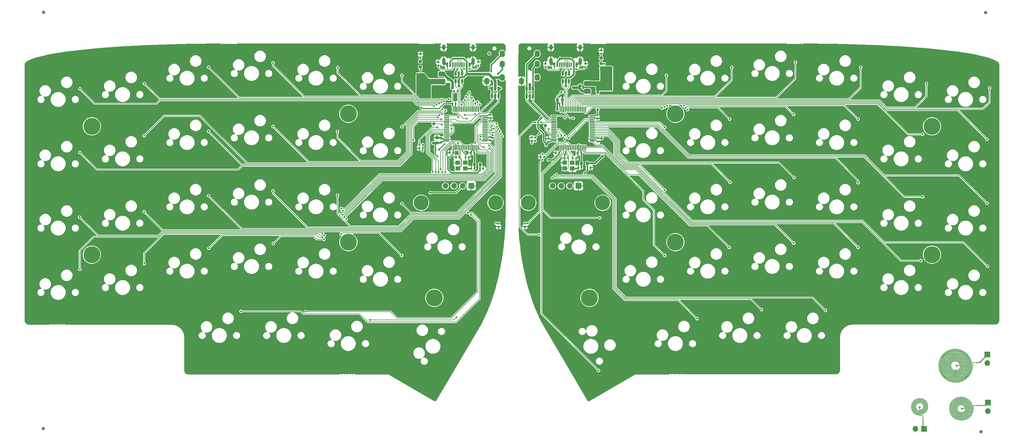
<source format=gtl>
G04 #@! TF.GenerationSoftware,KiCad,Pcbnew,8.0.7*
G04 #@! TF.CreationDate,2025-01-21T22:47:06+13:00*
G04 #@! TF.ProjectId,Koca,4b6f6361-2e6b-4696-9361-645f70636258,2*
G04 #@! TF.SameCoordinates,Original*
G04 #@! TF.FileFunction,Copper,L1,Top*
G04 #@! TF.FilePolarity,Positive*
%FSLAX46Y46*%
G04 Gerber Fmt 4.6, Leading zero omitted, Abs format (unit mm)*
G04 Created by KiCad (PCBNEW 8.0.7) date 2025-01-21 22:47:06*
%MOMM*%
%LPD*%
G01*
G04 APERTURE LIST*
G04 Aperture macros list*
%AMRoundRect*
0 Rectangle with rounded corners*
0 $1 Rounding radius*
0 $2 $3 $4 $5 $6 $7 $8 $9 X,Y pos of 4 corners*
0 Add a 4 corners polygon primitive as box body*
4,1,4,$2,$3,$4,$5,$6,$7,$8,$9,$2,$3,0*
0 Add four circle primitives for the rounded corners*
1,1,$1+$1,$2,$3*
1,1,$1+$1,$4,$5*
1,1,$1+$1,$6,$7*
1,1,$1+$1,$8,$9*
0 Add four rect primitives between the rounded corners*
20,1,$1+$1,$2,$3,$4,$5,0*
20,1,$1+$1,$4,$5,$6,$7,0*
20,1,$1+$1,$6,$7,$8,$9,0*
20,1,$1+$1,$8,$9,$2,$3,0*%
G04 Aperture macros list end*
G04 #@! TA.AperFunction,EtchedComponent*
%ADD10C,0.127000*%
G04 #@! TD*
G04 #@! TA.AperFunction,SMDPad,CuDef*
%ADD11R,1.400000X1.200000*%
G04 #@! TD*
G04 #@! TA.AperFunction,ComponentPad*
%ADD12C,5.000000*%
G04 #@! TD*
G04 #@! TA.AperFunction,SMDPad,CuDef*
%ADD13RoundRect,0.140000X-0.140000X-0.170000X0.140000X-0.170000X0.140000X0.170000X-0.140000X0.170000X0*%
G04 #@! TD*
G04 #@! TA.AperFunction,SMDPad,CuDef*
%ADD14C,1.000000*%
G04 #@! TD*
G04 #@! TA.AperFunction,SMDPad,CuDef*
%ADD15RoundRect,0.135000X-0.135000X-0.185000X0.135000X-0.185000X0.135000X0.185000X-0.135000X0.185000X0*%
G04 #@! TD*
G04 #@! TA.AperFunction,SMDPad,CuDef*
%ADD16RoundRect,0.200000X-0.200000X-0.275000X0.200000X-0.275000X0.200000X0.275000X-0.200000X0.275000X0*%
G04 #@! TD*
G04 #@! TA.AperFunction,SMDPad,CuDef*
%ADD17RoundRect,0.150000X0.150000X-0.512500X0.150000X0.512500X-0.150000X0.512500X-0.150000X-0.512500X0*%
G04 #@! TD*
G04 #@! TA.AperFunction,SMDPad,CuDef*
%ADD18RoundRect,0.135000X0.185000X-0.135000X0.185000X0.135000X-0.185000X0.135000X-0.185000X-0.135000X0*%
G04 #@! TD*
G04 #@! TA.AperFunction,SMDPad,CuDef*
%ADD19RoundRect,0.075000X0.075000X-0.700000X0.075000X0.700000X-0.075000X0.700000X-0.075000X-0.700000X0*%
G04 #@! TD*
G04 #@! TA.AperFunction,SMDPad,CuDef*
%ADD20RoundRect,0.075000X0.700000X-0.075000X0.700000X0.075000X-0.700000X0.075000X-0.700000X-0.075000X0*%
G04 #@! TD*
G04 #@! TA.AperFunction,ComponentPad*
%ADD21C,4.400000*%
G04 #@! TD*
G04 #@! TA.AperFunction,SMDPad,CuDef*
%ADD22RoundRect,0.135000X-0.185000X0.135000X-0.185000X-0.135000X0.185000X-0.135000X0.185000X0.135000X0*%
G04 #@! TD*
G04 #@! TA.AperFunction,ComponentPad*
%ADD23R,1.700000X1.700000*%
G04 #@! TD*
G04 #@! TA.AperFunction,ComponentPad*
%ADD24O,1.700000X1.700000*%
G04 #@! TD*
G04 #@! TA.AperFunction,ComponentPad*
%ADD25O,1.600000X2.000000*%
G04 #@! TD*
G04 #@! TA.AperFunction,SMDPad,CuDef*
%ADD26RoundRect,0.225000X-0.250000X0.225000X-0.250000X-0.225000X0.250000X-0.225000X0.250000X0.225000X0*%
G04 #@! TD*
G04 #@! TA.AperFunction,SMDPad,CuDef*
%ADD27RoundRect,0.150000X-0.150000X0.512500X-0.150000X-0.512500X0.150000X-0.512500X0.150000X0.512500X0*%
G04 #@! TD*
G04 #@! TA.AperFunction,SMDPad,CuDef*
%ADD28RoundRect,0.140000X0.140000X0.170000X-0.140000X0.170000X-0.140000X-0.170000X0.140000X-0.170000X0*%
G04 #@! TD*
G04 #@! TA.AperFunction,SMDPad,CuDef*
%ADD29RoundRect,0.375000X0.625000X0.375000X-0.625000X0.375000X-0.625000X-0.375000X0.625000X-0.375000X0*%
G04 #@! TD*
G04 #@! TA.AperFunction,SMDPad,CuDef*
%ADD30RoundRect,0.500000X0.500000X1.400000X-0.500000X1.400000X-0.500000X-1.400000X0.500000X-1.400000X0*%
G04 #@! TD*
G04 #@! TA.AperFunction,SMDPad,CuDef*
%ADD31RoundRect,0.375000X-0.625000X-0.375000X0.625000X-0.375000X0.625000X0.375000X-0.625000X0.375000X0*%
G04 #@! TD*
G04 #@! TA.AperFunction,SMDPad,CuDef*
%ADD32RoundRect,0.500000X-0.500000X-1.400000X0.500000X-1.400000X0.500000X1.400000X-0.500000X1.400000X0*%
G04 #@! TD*
G04 #@! TA.AperFunction,ComponentPad*
%ADD33C,0.600000*%
G04 #@! TD*
G04 #@! TA.AperFunction,SMDPad,CuDef*
%ADD34RoundRect,0.031750X-0.476250X-0.031750X0.476250X-0.031750X0.476250X0.031750X-0.476250X0.031750X0*%
G04 #@! TD*
G04 #@! TA.AperFunction,SMDPad,CuDef*
%ADD35RoundRect,0.140000X-0.170000X0.140000X-0.170000X-0.140000X0.170000X-0.140000X0.170000X0.140000X0*%
G04 #@! TD*
G04 #@! TA.AperFunction,SMDPad,CuDef*
%ADD36RoundRect,0.225000X0.225000X0.250000X-0.225000X0.250000X-0.225000X-0.250000X0.225000X-0.250000X0*%
G04 #@! TD*
G04 #@! TA.AperFunction,SMDPad,CuDef*
%ADD37RoundRect,0.218750X-0.256250X0.218750X-0.256250X-0.218750X0.256250X-0.218750X0.256250X0.218750X0*%
G04 #@! TD*
G04 #@! TA.AperFunction,SMDPad,CuDef*
%ADD38RoundRect,0.225000X-0.225000X-0.250000X0.225000X-0.250000X0.225000X0.250000X-0.225000X0.250000X0*%
G04 #@! TD*
G04 #@! TA.AperFunction,SMDPad,CuDef*
%ADD39R,0.600000X1.450000*%
G04 #@! TD*
G04 #@! TA.AperFunction,SMDPad,CuDef*
%ADD40R,0.300000X1.450000*%
G04 #@! TD*
G04 #@! TA.AperFunction,ComponentPad*
%ADD41O,1.000000X2.100000*%
G04 #@! TD*
G04 #@! TA.AperFunction,ComponentPad*
%ADD42O,1.000000X1.600000*%
G04 #@! TD*
G04 #@! TA.AperFunction,SMDPad,CuDef*
%ADD43RoundRect,0.140000X0.170000X-0.140000X0.170000X0.140000X-0.170000X0.140000X-0.170000X-0.140000X0*%
G04 #@! TD*
G04 #@! TA.AperFunction,SMDPad,CuDef*
%ADD44RoundRect,0.225000X0.250000X-0.225000X0.250000X0.225000X-0.250000X0.225000X-0.250000X-0.225000X0*%
G04 #@! TD*
G04 #@! TA.AperFunction,SMDPad,CuDef*
%ADD45RoundRect,0.031750X-0.031750X0.476250X-0.031750X-0.476250X0.031750X-0.476250X0.031750X0.476250X0*%
G04 #@! TD*
G04 #@! TA.AperFunction,SMDPad,CuDef*
%ADD46RoundRect,0.135000X0.135000X0.185000X-0.135000X0.185000X-0.135000X-0.185000X0.135000X-0.185000X0*%
G04 #@! TD*
G04 #@! TA.AperFunction,ViaPad*
%ADD47C,0.800000*%
G04 #@! TD*
G04 #@! TA.AperFunction,ViaPad*
%ADD48C,0.600000*%
G04 #@! TD*
G04 #@! TA.AperFunction,Conductor*
%ADD49C,0.300000*%
G04 #@! TD*
G04 #@! TA.AperFunction,Conductor*
%ADD50C,0.150000*%
G04 #@! TD*
G04 #@! TA.AperFunction,Conductor*
%ADD51C,0.500000*%
G04 #@! TD*
G04 #@! TA.AperFunction,Conductor*
%ADD52C,0.400000*%
G04 #@! TD*
G04 #@! TA.AperFunction,Conductor*
%ADD53C,0.250000*%
G04 #@! TD*
G04 #@! TA.AperFunction,Conductor*
%ADD54C,0.200000*%
G04 #@! TD*
G04 #@! TA.AperFunction,Conductor*
%ADD55C,0.800000*%
G04 #@! TD*
G04 APERTURE END LIST*
D10*
X336458500Y-186998500D02*
X335604500Y-186998500D01*
X340268500Y-186071500D02*
X340895500Y-186071500D01*
X340268500Y-186998500D02*
X340268500Y-186071500D01*
X330268500Y-186998500D02*
G75*
G02*
X340014500Y-186998500I4873000J0D01*
G01*
X330522500Y-186998500D02*
G75*
G02*
X339760500Y-186998500I4619000J0D01*
G01*
X330776500Y-186998500D02*
G75*
G02*
X339506500Y-186998500I4365000J0D01*
G01*
X331030500Y-186998500D02*
G75*
G02*
X339252500Y-186998500I4111000J0D01*
G01*
X331284500Y-186998500D02*
G75*
G02*
X338998500Y-186998500I3857000J0D01*
G01*
X331538500Y-186998500D02*
G75*
G02*
X338744500Y-186998500I3603000J0D01*
G01*
X331792500Y-186998500D02*
G75*
G02*
X338490500Y-186998500I3349000J0D01*
G01*
X332046500Y-186998500D02*
G75*
G02*
X338236500Y-186998500I3095000J0D01*
G01*
X332300500Y-186998500D02*
G75*
G02*
X337982500Y-186998500I2841000J0D01*
G01*
X332554500Y-186998500D02*
G75*
G02*
X337728500Y-186998500I2587000J0D01*
G01*
X332808500Y-186998500D02*
G75*
G02*
X337474500Y-186998500I2333000J0D01*
G01*
X333062500Y-186998500D02*
G75*
G02*
X337220500Y-186998500I2079000J0D01*
G01*
X333316500Y-186998500D02*
G75*
G02*
X336966500Y-186998500I1825000J0D01*
G01*
X333570500Y-186998500D02*
G75*
G02*
X336712500Y-186998500I1571000J0D01*
G01*
X333824500Y-186998500D02*
G75*
G02*
X336458500Y-186998500I1317000J0D01*
G01*
X336712500Y-186998500D02*
G75*
G02*
X333824500Y-186998500I-1444000J0D01*
G01*
X336966500Y-186998500D02*
G75*
G02*
X333570500Y-186998500I-1698000J0D01*
G01*
X337220500Y-186998500D02*
G75*
G02*
X333316500Y-186998500I-1952000J0D01*
G01*
X337474500Y-186998500D02*
G75*
G02*
X333062500Y-186998500I-2206000J0D01*
G01*
X337728500Y-186998500D02*
G75*
G02*
X332808500Y-186998500I-2460000J0D01*
G01*
X337982500Y-186998500D02*
G75*
G02*
X332554500Y-186998500I-2714000J0D01*
G01*
X338236500Y-186998500D02*
G75*
G02*
X332300500Y-186998500I-2968000J0D01*
G01*
X338490500Y-186998500D02*
G75*
G02*
X332046500Y-186998500I-3222000J0D01*
G01*
X338744500Y-186998500D02*
G75*
G02*
X331792500Y-186998500I-3476000J0D01*
G01*
X338998500Y-186998500D02*
G75*
G02*
X331538500Y-186998500I-3730000J0D01*
G01*
X339252500Y-186998500D02*
G75*
G02*
X331284500Y-186998500I-3984000J0D01*
G01*
X339506500Y-186998500D02*
G75*
G02*
X331030500Y-186998500I-4238000J0D01*
G01*
X339760500Y-186998500D02*
G75*
G02*
X330776500Y-186998500I-4492000J0D01*
G01*
X340014500Y-186998500D02*
G75*
G02*
X330522500Y-186998500I-4746000J0D01*
G01*
X340268500Y-186998500D02*
G75*
G02*
X330268500Y-186998500I-5000000J0D01*
G01*
X337928500Y-199698500D02*
X337074500Y-199698500D01*
X340468500Y-198771500D02*
X341095500Y-198771500D01*
X340468500Y-199698500D02*
X340468500Y-198771500D01*
X333468500Y-199698500D02*
G75*
G02*
X340214500Y-199698500I3373000J0D01*
G01*
X333722500Y-199698500D02*
G75*
G02*
X339960500Y-199698500I3119000J0D01*
G01*
X333976500Y-199698500D02*
G75*
G02*
X339706500Y-199698500I2865000J0D01*
G01*
X334230500Y-199698500D02*
G75*
G02*
X339452500Y-199698500I2611000J0D01*
G01*
X334484500Y-199698500D02*
G75*
G02*
X339198500Y-199698500I2357000J0D01*
G01*
X334738500Y-199698500D02*
G75*
G02*
X338944500Y-199698500I2103000J0D01*
G01*
X334992500Y-199698500D02*
G75*
G02*
X338690500Y-199698500I1849000J0D01*
G01*
X335246500Y-199698500D02*
G75*
G02*
X338436500Y-199698500I1595000J0D01*
G01*
X335500500Y-199698500D02*
G75*
G02*
X338182500Y-199698500I1341000J0D01*
G01*
X335754500Y-199698500D02*
G75*
G02*
X337928500Y-199698500I1087000J0D01*
G01*
X338182500Y-199698500D02*
G75*
G02*
X335754500Y-199698500I-1214000J0D01*
G01*
X338436500Y-199698500D02*
G75*
G02*
X335500500Y-199698500I-1468000J0D01*
G01*
X338690500Y-199698500D02*
G75*
G02*
X335246500Y-199698500I-1722000J0D01*
G01*
X338944500Y-199698500D02*
G75*
G02*
X334992500Y-199698500I-1976000J0D01*
G01*
X339198500Y-199698500D02*
G75*
G02*
X334738500Y-199698500I-2230000J0D01*
G01*
X339452500Y-199698500D02*
G75*
G02*
X334484500Y-199698500I-2484000J0D01*
G01*
X339706500Y-199698500D02*
G75*
G02*
X334230500Y-199698500I-2738000J0D01*
G01*
X339960500Y-199698500D02*
G75*
G02*
X333976500Y-199698500I-2992000J0D01*
G01*
X340214500Y-199698500D02*
G75*
G02*
X333722500Y-199698500I-3246000J0D01*
G01*
X340468500Y-199698500D02*
G75*
G02*
X333468500Y-199698500I-3500000J0D01*
G01*
X324673000Y-200214000D02*
X324673000Y-199360000D01*
X324673000Y-201738000D02*
X325600000Y-201738000D01*
X325600000Y-201738000D02*
X325600000Y-202365000D01*
X324673000Y-196738000D02*
G75*
G02*
X324673000Y-201484000I0J-2373000D01*
G01*
X324673000Y-196992000D02*
G75*
G02*
X324673000Y-201230000I0J-2119000D01*
G01*
X324673000Y-197246000D02*
G75*
G02*
X324673000Y-200976000I0J-1865000D01*
G01*
X324673000Y-197500000D02*
G75*
G02*
X324673000Y-200722000I0J-1611000D01*
G01*
X324673000Y-197754000D02*
G75*
G02*
X324673000Y-200468000I0J-1357000D01*
G01*
X324673000Y-198008000D02*
G75*
G02*
X324673000Y-200214000I0J-1103000D01*
G01*
X324673000Y-200468000D02*
G75*
G02*
X324673000Y-198008000I0J1230000D01*
G01*
X324673000Y-200722000D02*
G75*
G02*
X324673000Y-197754000I0J1484000D01*
G01*
X324673000Y-200976000D02*
G75*
G02*
X324673000Y-197500000I0J1738000D01*
G01*
X324673000Y-201230000D02*
G75*
G02*
X324673000Y-197246000I0J1992000D01*
G01*
X324673000Y-201484000D02*
G75*
G02*
X324673000Y-196992000I0J2246000D01*
G01*
X324673000Y-201738000D02*
G75*
G02*
X324673000Y-196738000I0J2500000D01*
G01*
D11*
X188119000Y-128650000D03*
X190319000Y-128650000D03*
X190319000Y-126950000D03*
X188119000Y-126950000D03*
D12*
X80000000Y-116150000D03*
D13*
X222151000Y-125552200D03*
X223111000Y-125552200D03*
D14*
X342747600Y-206603600D03*
D13*
X194690000Y-128670000D03*
X195650000Y-128670000D03*
D12*
X227056000Y-166950000D03*
D15*
X218690000Y-106045000D03*
X219710000Y-106045000D03*
D16*
X193075000Y-127400000D03*
X194725000Y-127400000D03*
D17*
X208473000Y-107309500D03*
X209423000Y-107309500D03*
X210373000Y-107309500D03*
X210373000Y-105034500D03*
X209423000Y-105034500D03*
X208473000Y-105034500D03*
D18*
X177100000Y-95760000D03*
X177100000Y-94740000D03*
D19*
X186769000Y-122450000D03*
X187269000Y-122450000D03*
X187769000Y-122450000D03*
X188269000Y-122450000D03*
X188769000Y-122450000D03*
X189269000Y-122450000D03*
X189769000Y-122450000D03*
X190269000Y-122450000D03*
X190769000Y-122450000D03*
X191269000Y-122450000D03*
X191769000Y-122450000D03*
X192269000Y-122450000D03*
X192769000Y-122450000D03*
X193269000Y-122450000D03*
X193769000Y-122450000D03*
X194269000Y-122450000D03*
D20*
X196194000Y-120525000D03*
X196194000Y-120025000D03*
X196194000Y-119525000D03*
X196194000Y-119025000D03*
X196194000Y-118525000D03*
X196194000Y-118025000D03*
X196194000Y-117525000D03*
X196194000Y-117025000D03*
X196194000Y-116525000D03*
X196194000Y-116025000D03*
X196194000Y-115525000D03*
X196194000Y-115025000D03*
X196194000Y-114525000D03*
X196194000Y-114025000D03*
X196194000Y-113525000D03*
X196194000Y-113025000D03*
D19*
X194269000Y-111100000D03*
X193769000Y-111100000D03*
X193269000Y-111100000D03*
X192769000Y-111100000D03*
X192269000Y-111100000D03*
X191769000Y-111100000D03*
X191269000Y-111100000D03*
X190769000Y-111100000D03*
X190269000Y-111100000D03*
X189769000Y-111100000D03*
X189269000Y-111100000D03*
X188769000Y-111100000D03*
X188269000Y-111100000D03*
X187769000Y-111100000D03*
X187269000Y-111100000D03*
X186769000Y-111100000D03*
D20*
X184844000Y-113025000D03*
X184844000Y-113525000D03*
X184844000Y-114025000D03*
X184844000Y-114525000D03*
X184844000Y-115025000D03*
X184844000Y-115525000D03*
X184844000Y-116025000D03*
X184844000Y-116525000D03*
X184844000Y-117025000D03*
X184844000Y-117525000D03*
X184844000Y-118025000D03*
X184844000Y-118525000D03*
X184844000Y-119025000D03*
X184844000Y-119525000D03*
X184844000Y-120025000D03*
X184844000Y-120525000D03*
D21*
X177300000Y-138800000D03*
D22*
X182400000Y-97090000D03*
X182400000Y-98110000D03*
D23*
X344600000Y-183760000D03*
D24*
X344600000Y-186300000D03*
D25*
X201269478Y-97680008D03*
X201269478Y-94680008D03*
X196669478Y-102780008D03*
X201269478Y-101680008D03*
D12*
X181200000Y-166950000D03*
D26*
X185450000Y-102225000D03*
X185450000Y-103775000D03*
D15*
X187069000Y-105791000D03*
X188089000Y-105791000D03*
D25*
X211586860Y-97680008D03*
X211586860Y-94680008D03*
X206986860Y-102780008D03*
X211586860Y-101680008D03*
D27*
X221050000Y-100525000D03*
X220100000Y-100525000D03*
X219150000Y-100525000D03*
X219150000Y-102800000D03*
X220100000Y-102800000D03*
X221050000Y-102800000D03*
D28*
X220670000Y-125525000D03*
X219710000Y-125525000D03*
D14*
X214020400Y-115925600D03*
D29*
X183400000Y-105300000D03*
X183400000Y-103000000D03*
D30*
X177100000Y-103000000D03*
D29*
X183400000Y-100700000D03*
D14*
X65735200Y-82346800D03*
D31*
X226440000Y-101140000D03*
X226440000Y-103440000D03*
D32*
X232740000Y-103440000D03*
D31*
X226440000Y-105740000D03*
D33*
X335604500Y-186998500D03*
D34*
X341276500Y-186071500D03*
D35*
X229489000Y-119662000D03*
X229489000Y-120622000D03*
D12*
X155800000Y-150450000D03*
D13*
X226420000Y-128400000D03*
X227380000Y-128400000D03*
D28*
X186780000Y-124000000D03*
X185820000Y-124000000D03*
D36*
X230555000Y-99000000D03*
X229005000Y-99000000D03*
D12*
X328256000Y-116150000D03*
X80000000Y-154150000D03*
X252456000Y-150450000D03*
D13*
X218220000Y-109550000D03*
X219180000Y-109550000D03*
D22*
X210000000Y-119490000D03*
X210000000Y-120510000D03*
D37*
X230500000Y-95962500D03*
X230500000Y-97537500D03*
D38*
X179625000Y-107400000D03*
X181175000Y-107400000D03*
X217525000Y-108300000D03*
X219075000Y-108300000D03*
D39*
X191550000Y-97845000D03*
X190750000Y-97845000D03*
D40*
X189550000Y-97845000D03*
X188550000Y-97845000D03*
X188050000Y-97845000D03*
X187050000Y-97845000D03*
D39*
X185850000Y-97845000D03*
X185050000Y-97845000D03*
X185050000Y-97845000D03*
X185850000Y-97845000D03*
D40*
X186550000Y-97845000D03*
X187550000Y-97845000D03*
X189050000Y-97845000D03*
X190050000Y-97845000D03*
D39*
X190750000Y-97845000D03*
X191550000Y-97845000D03*
D41*
X192620000Y-96930000D03*
D42*
X192620000Y-92750000D03*
D41*
X183980000Y-96930000D03*
D42*
X183980000Y-92750000D03*
D21*
X230956000Y-138800000D03*
D43*
X214925000Y-120755000D03*
X214925000Y-119795000D03*
D16*
X224675000Y-127100000D03*
X226325000Y-127100000D03*
D35*
X197800000Y-112720000D03*
X197800000Y-113680000D03*
D12*
X252456000Y-112450000D03*
D44*
X182000000Y-121075000D03*
X182000000Y-119525000D03*
D33*
X337074500Y-199698500D03*
D34*
X341476500Y-198771500D03*
D23*
X223766000Y-133800000D03*
D24*
X221226000Y-133800000D03*
X218686000Y-133800000D03*
X216146000Y-133800000D03*
D22*
X225825000Y-97615000D03*
X225825000Y-98635000D03*
D28*
X224635000Y-124079000D03*
X223675000Y-124079000D03*
D22*
X194200000Y-97090000D03*
X194200000Y-98110000D03*
D39*
X223206000Y-97845000D03*
X222406000Y-97845000D03*
D40*
X221206000Y-97845000D03*
X220206000Y-97845000D03*
X219706000Y-97845000D03*
X218706000Y-97845000D03*
D39*
X217506000Y-97845000D03*
X216706000Y-97845000D03*
X216706000Y-97845000D03*
X217506000Y-97845000D03*
D40*
X218206000Y-97845000D03*
X219206000Y-97845000D03*
X220706000Y-97845000D03*
X221706000Y-97845000D03*
D39*
X222406000Y-97845000D03*
X223206000Y-97845000D03*
D41*
X224276000Y-96930000D03*
D42*
X224276000Y-92750000D03*
D41*
X215636000Y-96930000D03*
D42*
X215636000Y-92750000D03*
D13*
X186520000Y-109500000D03*
X187480000Y-109500000D03*
D43*
X183300000Y-120780000D03*
X183300000Y-119820000D03*
D33*
X324673000Y-199360000D03*
D45*
X325600000Y-202746000D03*
D15*
X176782000Y-122631200D03*
X177802000Y-122631200D03*
D27*
X189394000Y-100524500D03*
X188444000Y-100524500D03*
X187494000Y-100524500D03*
X187494000Y-102799500D03*
X188444000Y-102799500D03*
X189394000Y-102799500D03*
D37*
X177100000Y-97022500D03*
X177100000Y-98597500D03*
D19*
X218425000Y-122450000D03*
X218925000Y-122450000D03*
X219425000Y-122450000D03*
X219925000Y-122450000D03*
X220425000Y-122450000D03*
X220925000Y-122450000D03*
X221425000Y-122450000D03*
X221925000Y-122450000D03*
X222425000Y-122450000D03*
X222925000Y-122450000D03*
X223425000Y-122450000D03*
X223925000Y-122450000D03*
X224425000Y-122450000D03*
X224925000Y-122450000D03*
X225425000Y-122450000D03*
X225925000Y-122450000D03*
D20*
X227850000Y-120525000D03*
X227850000Y-120025000D03*
X227850000Y-119525000D03*
X227850000Y-119025000D03*
X227850000Y-118525000D03*
X227850000Y-118025000D03*
X227850000Y-117525000D03*
X227850000Y-117025000D03*
X227850000Y-116525000D03*
X227850000Y-116025000D03*
X227850000Y-115525000D03*
X227850000Y-115025000D03*
X227850000Y-114525000D03*
X227850000Y-114025000D03*
X227850000Y-113525000D03*
X227850000Y-113025000D03*
D19*
X225925000Y-111100000D03*
X225425000Y-111100000D03*
X224925000Y-111100000D03*
X224425000Y-111100000D03*
X223925000Y-111100000D03*
X223425000Y-111100000D03*
X222925000Y-111100000D03*
X222425000Y-111100000D03*
X221925000Y-111100000D03*
X221425000Y-111100000D03*
X220925000Y-111100000D03*
X220425000Y-111100000D03*
X219925000Y-111100000D03*
X219425000Y-111100000D03*
X218925000Y-111100000D03*
X218425000Y-111100000D03*
D20*
X216500000Y-113025000D03*
X216500000Y-113525000D03*
X216500000Y-114025000D03*
X216500000Y-114525000D03*
X216500000Y-115025000D03*
X216500000Y-115525000D03*
X216500000Y-116025000D03*
X216500000Y-116525000D03*
X216500000Y-117025000D03*
X216500000Y-117525000D03*
X216500000Y-118025000D03*
X216500000Y-118525000D03*
X216500000Y-119025000D03*
X216500000Y-119525000D03*
X216500000Y-120025000D03*
X216500000Y-120525000D03*
D35*
X200200000Y-144920000D03*
X200200000Y-145880000D03*
D15*
X176782000Y-121615200D03*
X177802000Y-121615200D03*
D46*
X182577200Y-122986800D03*
X181557200Y-122986800D03*
D28*
X193110000Y-128670000D03*
X192150000Y-128670000D03*
D23*
X325946000Y-205746000D03*
D24*
X323406000Y-205746000D03*
D21*
X208956000Y-138800000D03*
D14*
X344119200Y-82448400D03*
X181051200Y-115443000D03*
D44*
X224330000Y-104155000D03*
X224330000Y-102605000D03*
D35*
X208000000Y-144920000D03*
X208000000Y-145880000D03*
D28*
X188580000Y-125300000D03*
X187620000Y-125300000D03*
D35*
X197800000Y-119320000D03*
X197800000Y-120280000D03*
D46*
X213610000Y-125200000D03*
X212590000Y-125200000D03*
D12*
X155800000Y-112450000D03*
D35*
X229425000Y-112820000D03*
X229425000Y-113780000D03*
D14*
X65684400Y-205689200D03*
D28*
X218105000Y-124025000D03*
X217145000Y-124025000D03*
D23*
X344800000Y-197960000D03*
D24*
X344800000Y-200500000D03*
D11*
X219775000Y-128650000D03*
X221975000Y-128650000D03*
X221975000Y-126950000D03*
X219775000Y-126950000D03*
D22*
X214100000Y-97640000D03*
X214100000Y-98660000D03*
D12*
X328256000Y-154150000D03*
D28*
X224680000Y-128400000D03*
X223720000Y-128400000D03*
D21*
X199300000Y-138800000D03*
D28*
X192980000Y-124000000D03*
X192020000Y-124000000D03*
D13*
X190440000Y-125300000D03*
X191400000Y-125300000D03*
D23*
X192110000Y-133800000D03*
D24*
X189570000Y-133800000D03*
X187030000Y-133800000D03*
X184490000Y-133800000D03*
D17*
X198250000Y-107237500D03*
X199200000Y-107237500D03*
X200150000Y-107237500D03*
X200150000Y-104962500D03*
X199200000Y-104962500D03*
X198250000Y-104962500D03*
D18*
X230500000Y-94700000D03*
X230500000Y-93680000D03*
D22*
X211000000Y-119490000D03*
X211000000Y-120510000D03*
D47*
X197459600Y-94589600D03*
D48*
X175615600Y-117348000D03*
D47*
X178816000Y-116535200D03*
D48*
X197231000Y-163449000D03*
D47*
X199200000Y-108300000D03*
D48*
X64109600Y-135686800D03*
X198312500Y-120787500D03*
X192125600Y-119735600D03*
D47*
X180644800Y-119024400D03*
X187452000Y-107188000D03*
D48*
X188417200Y-92481400D03*
X172720000Y-151180800D03*
X178206400Y-193192400D03*
X169418000Y-144526000D03*
X187502800Y-164642800D03*
X186385200Y-126034800D03*
X170180000Y-133654800D03*
D47*
X185100000Y-106650000D03*
D48*
X172516800Y-112547400D03*
X168300400Y-125323600D03*
X89560400Y-95148400D03*
X184979000Y-124002800D03*
X133096000Y-188671200D03*
X190906400Y-123952000D03*
X147523200Y-110845600D03*
X109880400Y-110845600D03*
X109677200Y-130606800D03*
D47*
X145542000Y-143865600D03*
X186400000Y-101200000D03*
D48*
X150012400Y-130149600D03*
X174345600Y-127635000D03*
X194005200Y-105359200D03*
X174350000Y-102950000D03*
X184150000Y-107300000D03*
X196494400Y-111353600D03*
D47*
X104140000Y-144475200D03*
D48*
X192000000Y-127100000D03*
D47*
X126847600Y-149758400D03*
D48*
X104698800Y-170688000D03*
X200710800Y-134112000D03*
X187960000Y-119278400D03*
X63804800Y-171704000D03*
X201800000Y-121400000D03*
X178511200Y-128320800D03*
X192278000Y-116332000D03*
X186537600Y-128727200D03*
X168503600Y-129184400D03*
X201275000Y-113385600D03*
X187960000Y-116128800D03*
X180492400Y-122936000D03*
D47*
X181350000Y-105200000D03*
D48*
X127050800Y-92456000D03*
X168605200Y-93319600D03*
X151536400Y-150672800D03*
D47*
X131064000Y-124714000D03*
D48*
X195681600Y-125526800D03*
D47*
X90373200Y-131622800D03*
D48*
X169062400Y-106070400D03*
X145491200Y-167843200D03*
X179850000Y-93700000D03*
X231400000Y-97650000D03*
X183074000Y-128905000D03*
X199400000Y-144900000D03*
X177150000Y-99450000D03*
X200800000Y-104900000D03*
X200000000Y-100600000D03*
X198000000Y-99900000D03*
X197500000Y-104800000D03*
X188350000Y-113500000D03*
X190804800Y-113893600D03*
X193357955Y-121065918D03*
X195834000Y-122377200D03*
X221625000Y-99225000D03*
X223156000Y-99225000D03*
X177749200Y-123342400D03*
X186334400Y-116738400D03*
X182168800Y-116450000D03*
X215036400Y-116941600D03*
X212394800Y-118262400D03*
X175075000Y-120243600D03*
X76450000Y-105000000D03*
X181135711Y-110125000D03*
X189344000Y-109664634D03*
X181866279Y-109775000D03*
X189700716Y-108948562D03*
X95500000Y-103500000D03*
X190239205Y-108356925D03*
X182612638Y-109425000D03*
X114500000Y-98650000D03*
X183349429Y-109075278D03*
X190550000Y-107400000D03*
X133550000Y-97350000D03*
X184068671Y-108725000D03*
X191150000Y-106800000D03*
X152650000Y-98800000D03*
X191507772Y-106084456D03*
X171650000Y-101050000D03*
X185572400Y-108150000D03*
X199600000Y-115450000D03*
X193338040Y-112489840D03*
X76450000Y-123900000D03*
X183235600Y-114025000D03*
X190195200Y-112776000D03*
X95450000Y-118950000D03*
X194027039Y-108933513D03*
X182770225Y-112875000D03*
X194700000Y-109650000D03*
X114500000Y-117650000D03*
X182214011Y-113450000D03*
X133550000Y-116200000D03*
X183489600Y-112525000D03*
X193344000Y-109350000D03*
D47*
X186500000Y-104800000D03*
X188475000Y-104208132D03*
X220100000Y-104250000D03*
X209423000Y-103759000D03*
X218366305Y-96125000D03*
X222300000Y-104675000D03*
D48*
X184550000Y-111500000D03*
X152600000Y-117650000D03*
X192844000Y-108550000D03*
X183550000Y-111100000D03*
X171650000Y-116300000D03*
X192344000Y-107700000D03*
X198476053Y-118786012D03*
X76400000Y-143050000D03*
X201220685Y-119084063D03*
X200838683Y-118381156D03*
X198625000Y-118000000D03*
X95450000Y-141450000D03*
X198051167Y-117378429D03*
X114500000Y-136700000D03*
X200516992Y-117648681D03*
X198625000Y-116816133D03*
X133550000Y-135300000D03*
X200145905Y-116939950D03*
X152600000Y-136500000D03*
X198268413Y-116100000D03*
X199775000Y-116231125D03*
X171650000Y-139050000D03*
X76454000Y-158496000D03*
X148132800Y-147825000D03*
X153670000Y-140462000D03*
X154200785Y-141151998D03*
X95504000Y-156845000D03*
X148691600Y-148437600D03*
X114554000Y-152273000D03*
X148107400Y-149047200D03*
X153570998Y-141726998D03*
X133604000Y-150876000D03*
X194758000Y-119989413D03*
X154051000Y-142367000D03*
X197485000Y-122809000D03*
X148656959Y-149628568D03*
X154619000Y-142996998D03*
X197358000Y-121860000D03*
X194831025Y-119112975D03*
X153590000Y-148110000D03*
X171577000Y-154432000D03*
X155194000Y-143637000D03*
X183515000Y-129755000D03*
X124079000Y-170942000D03*
X191135000Y-141732000D03*
X192024000Y-142367000D03*
X143129000Y-171069000D03*
X184404000Y-129755000D03*
X162179000Y-173482000D03*
X182499000Y-129755000D03*
X187706000Y-172720000D03*
X181610000Y-129755000D03*
X180721000Y-129667000D03*
X212140800Y-148234400D03*
X212680000Y-115025000D03*
X211020000Y-115011200D03*
X249809000Y-101092000D03*
D47*
X180850000Y-121100000D03*
D48*
X177350000Y-110575000D03*
X185216800Y-125272800D03*
X179984400Y-135839200D03*
X194767200Y-113284000D03*
X182168800Y-125069600D03*
X178450000Y-103350000D03*
X198625000Y-119657821D03*
D47*
X177350000Y-107200000D03*
D48*
X269113000Y-98679000D03*
D47*
X230632000Y-119700000D03*
D48*
X225600000Y-130079000D03*
D47*
X230886000Y-124968000D03*
X217525600Y-111125000D03*
X229489000Y-106172000D03*
X229489000Y-111236000D03*
X212747202Y-113752798D03*
D48*
X232500000Y-99850000D03*
X214900000Y-126100000D03*
X214200000Y-121800000D03*
X287909000Y-97155000D03*
X307213000Y-98679000D03*
X326644000Y-103505000D03*
X191531000Y-99183132D03*
X190000000Y-99183132D03*
X345313000Y-104775000D03*
X249301000Y-116459000D03*
X256006600Y-111252000D03*
X248564400Y-110786000D03*
X268478000Y-114046000D03*
X249301000Y-110436000D03*
X255447800Y-110642400D03*
X287401000Y-112649000D03*
X250063000Y-110086000D03*
X306451000Y-114046000D03*
X254863600Y-110086000D03*
X325501000Y-118491000D03*
X344551000Y-120015000D03*
X249301000Y-135001000D03*
X268605000Y-132715000D03*
X287528000Y-131318000D03*
X306451000Y-132842000D03*
X325501000Y-137033000D03*
X344551000Y-138938000D03*
X249301000Y-154432000D03*
X268351000Y-152019000D03*
X287401000Y-150749000D03*
X306451000Y-152019000D03*
X324993000Y-155956000D03*
X344678000Y-157607000D03*
X230124000Y-143256000D03*
X229743000Y-188468000D03*
X216027000Y-131445000D03*
X258826000Y-173101000D03*
X217816733Y-119063094D03*
X218694000Y-118999000D03*
X216662000Y-130937000D03*
X277876000Y-170434000D03*
X217297000Y-130429000D03*
X219710000Y-118872000D03*
X296799000Y-170688000D03*
X219805117Y-113601744D03*
X222278278Y-113763794D03*
X220957000Y-119657000D03*
X219762500Y-119962500D03*
X213100000Y-124400000D03*
X208800000Y-144900000D03*
X213100000Y-126100000D03*
X210000000Y-121100000D03*
X317703200Y-95250000D03*
D47*
X224340000Y-101230000D03*
D48*
X260756400Y-112217200D03*
D47*
X237236000Y-132029200D03*
D48*
X343154000Y-97790000D03*
D47*
X221996000Y-139700000D03*
X280873200Y-105613200D03*
D48*
X216154000Y-112166400D03*
X223875600Y-119811800D03*
X227838000Y-121666000D03*
X220014800Y-92303600D03*
X207822800Y-112166400D03*
X215265000Y-124968000D03*
X236575600Y-105918000D03*
D47*
X218499994Y-101600007D03*
D48*
X232613200Y-121564400D03*
X208737200Y-118821200D03*
X346964000Y-127355600D03*
D47*
X269595600Y-148539200D03*
X219075000Y-107061000D03*
D48*
X214223600Y-119786400D03*
X219506800Y-163728400D03*
X230124000Y-113792000D03*
X232765600Y-151231600D03*
X241858800Y-117805200D03*
X225958400Y-116586000D03*
X232765600Y-111912400D03*
X247802400Y-170332400D03*
X215138000Y-130175000D03*
X239776000Y-125476000D03*
X223400000Y-127100000D03*
X222504000Y-124079000D03*
X252095000Y-105308400D03*
X220600000Y-129900000D03*
D47*
X209423000Y-108458000D03*
D48*
X208280000Y-94437200D03*
X214731600Y-104851200D03*
X213969600Y-110591600D03*
X238252000Y-112268000D03*
X301955200Y-168198800D03*
D47*
X323240400Y-132791200D03*
D48*
X211074000Y-164211000D03*
X228750000Y-95200000D03*
X212770000Y-116200000D03*
X220726000Y-116535200D03*
X233324400Y-191211200D03*
X213360000Y-128143000D03*
X230124000Y-120650000D03*
D47*
X306374800Y-147421600D03*
D48*
X282041600Y-92151200D03*
X241808000Y-92811600D03*
X223790000Y-100320000D03*
X277977600Y-187045600D03*
X210947000Y-127381000D03*
X299008800Y-130302000D03*
X260045200Y-129590800D03*
D47*
X228800000Y-101200000D03*
D48*
X242115230Y-165437851D03*
X314147200Y-115722400D03*
X346710000Y-165252400D03*
D47*
X282295600Y-163271200D03*
D48*
X188214000Y-121160000D03*
X184251600Y-121412000D03*
X186132458Y-115911761D03*
X183438800Y-115620800D03*
D49*
X187480000Y-110010880D02*
X187480000Y-109500000D01*
X187269000Y-111100000D02*
X187269000Y-110221880D01*
D50*
X196194000Y-113525000D02*
X195339373Y-113525000D01*
D51*
X199200000Y-108300000D02*
X199200000Y-108648000D01*
D49*
X197125000Y-113525000D02*
X196194000Y-113525000D01*
D52*
X184895000Y-97845000D02*
X183980000Y-96930000D01*
X192130000Y-128650000D02*
X192150000Y-128670000D01*
X191550000Y-97845000D02*
X191705000Y-97845000D01*
D49*
X192269000Y-122450000D02*
X192269000Y-123328120D01*
D52*
X191705000Y-97845000D02*
X192620000Y-96930000D01*
D49*
X192269000Y-123328120D02*
X192020000Y-123577120D01*
D52*
X186400000Y-101200000D02*
X186787000Y-101587000D01*
D49*
X192020000Y-123577120D02*
X192020000Y-124000000D01*
D50*
X194564373Y-114300000D02*
X194462400Y-114300000D01*
D49*
X197125000Y-113525000D02*
X197280000Y-113680000D01*
D51*
X199200000Y-108648000D02*
X198831200Y-109016800D01*
D49*
X198312500Y-120787500D02*
X197805000Y-120280000D01*
D52*
X186787000Y-101587000D02*
X188043999Y-101587000D01*
D49*
X197280000Y-113680000D02*
X197800000Y-113680000D01*
X197380000Y-120280000D02*
X197800000Y-120280000D01*
D51*
X199200000Y-107237500D02*
X199200000Y-108300000D01*
D49*
X197125000Y-120025000D02*
X197380000Y-120280000D01*
X183925000Y-120025000D02*
X183720000Y-119820000D01*
D52*
X188043999Y-101587000D02*
X188444000Y-101186999D01*
X188444000Y-101186999D02*
X188444000Y-100524500D01*
D49*
X184844000Y-120025000D02*
X183925000Y-120025000D01*
D50*
X195339373Y-113525000D02*
X194564373Y-114300000D01*
D49*
X184981800Y-124000000D02*
X184979000Y-124002800D01*
X187269000Y-110221880D02*
X187480000Y-110010880D01*
D51*
X183005000Y-119525000D02*
X183300000Y-119820000D01*
D49*
X196194000Y-120025000D02*
X197125000Y-120025000D01*
D51*
X182000000Y-119525000D02*
X183005000Y-119525000D01*
D49*
X185820000Y-124000000D02*
X184981800Y-124000000D01*
D52*
X185050000Y-97845000D02*
X184895000Y-97845000D01*
X190319000Y-128650000D02*
X192130000Y-128650000D01*
D49*
X192020000Y-124000000D02*
X192020000Y-125218000D01*
X183720000Y-119820000D02*
X183300000Y-119820000D01*
X197805000Y-120280000D02*
X197800000Y-120280000D01*
X192020000Y-125218000D02*
X192024000Y-125222000D01*
D52*
X190319000Y-128650000D02*
X190499000Y-128650000D01*
X193110000Y-128670000D02*
X193110000Y-124130000D01*
D49*
X192769000Y-123328120D02*
X192980000Y-123539120D01*
X192769000Y-122450000D02*
X192769000Y-123328120D01*
X192980000Y-123539120D02*
X192980000Y-124000000D01*
D52*
X193110000Y-124130000D02*
X192980000Y-124000000D01*
D53*
X231400000Y-97650000D02*
X230612500Y-97650000D01*
X230612500Y-97650000D02*
X230500000Y-97537500D01*
D50*
X189769000Y-121675001D02*
X188678999Y-120585000D01*
D54*
X199400000Y-144900000D02*
X200180000Y-144900000D01*
D50*
X186146051Y-120585000D02*
X186055000Y-120676051D01*
X188678999Y-120585000D02*
X186146051Y-120585000D01*
X186055000Y-120676051D02*
X183074000Y-123657051D01*
D54*
X200180000Y-144900000D02*
X200200000Y-144920000D01*
D50*
X189769000Y-122450000D02*
X189769000Y-121675001D01*
X183074000Y-123657051D02*
X183074000Y-128905000D01*
D53*
X188769000Y-122450000D02*
X188769000Y-125569000D01*
X189200000Y-127669000D02*
X188219000Y-128650000D01*
X188219000Y-128650000D02*
X188119000Y-128650000D01*
X188769000Y-125569000D02*
X189200000Y-126000000D01*
X189200000Y-126000000D02*
X189200000Y-127669000D01*
X190319000Y-126950000D02*
X190319000Y-124342764D01*
X189269000Y-123292764D02*
X189269000Y-122450000D01*
X190319000Y-124342764D02*
X189269000Y-123292764D01*
D52*
X224675000Y-124119000D02*
X224635000Y-124079000D01*
X224680000Y-127105000D02*
X224675000Y-127100000D01*
X224680000Y-128400000D02*
X224680000Y-127105000D01*
D49*
X224425000Y-123333000D02*
X224635000Y-123543000D01*
D52*
X224675000Y-127100000D02*
X224675000Y-124119000D01*
D49*
X224425000Y-122450000D02*
X224425000Y-123333000D01*
X224635000Y-123543000D02*
X224635000Y-124079000D01*
D53*
X177100000Y-97022500D02*
X177100000Y-95760000D01*
X177150000Y-99450000D02*
X177150000Y-98647500D01*
X177150000Y-98647500D02*
X177100000Y-98597500D01*
X230500000Y-95962500D02*
X230500000Y-94700000D01*
D52*
X189425000Y-100483132D02*
X189425000Y-99608132D01*
D54*
X188081000Y-97803132D02*
X188081000Y-96828132D01*
X188251000Y-96658132D02*
X188911000Y-96658132D01*
D52*
X189425000Y-99608132D02*
X189075000Y-99258132D01*
D54*
X188081000Y-96828132D02*
X188251000Y-96658132D01*
X189081000Y-97803132D02*
X189081000Y-99252132D01*
X189081000Y-99252132D02*
X189075000Y-99258132D01*
X188911000Y-96658132D02*
X189081000Y-96828132D01*
X189081000Y-96828132D02*
X189081000Y-97803132D01*
D52*
X187525000Y-99808132D02*
X188068000Y-99265132D01*
D54*
X188581000Y-98752132D02*
X188581000Y-97803132D01*
X187581000Y-98778132D02*
X188068000Y-99265132D01*
X187581000Y-97803132D02*
X187581000Y-98778132D01*
X188068000Y-99265132D02*
X188581000Y-98752132D01*
D52*
X187525000Y-100483132D02*
X187525000Y-99808132D01*
X201269478Y-99330522D02*
X200000000Y-100600000D01*
D50*
X185848200Y-114525000D02*
X186486800Y-115163600D01*
X200150000Y-108917200D02*
X200150000Y-107237500D01*
D52*
X200150000Y-104962500D02*
X200150000Y-107237500D01*
X200212500Y-104900000D02*
X200150000Y-104962500D01*
D50*
X184844000Y-114525000D02*
X185848200Y-114525000D01*
X186486800Y-115163600D02*
X192582800Y-115163600D01*
X194183000Y-113563400D02*
X194183000Y-113055026D01*
X196799200Y-112268000D02*
X200150000Y-108917200D01*
D52*
X201269478Y-97680008D02*
X201269478Y-99330522D01*
D50*
X192582800Y-115163600D02*
X194183000Y-113563400D01*
X194970026Y-112268000D02*
X196799200Y-112268000D01*
D52*
X200800000Y-104900000D02*
X200212500Y-104900000D01*
D50*
X194183000Y-113055026D02*
X194970026Y-112268000D01*
X194491054Y-112150000D02*
X198250000Y-108391054D01*
X193913040Y-112664960D02*
X194428000Y-112150000D01*
X198250000Y-108391054D02*
X198250000Y-107237500D01*
X191985453Y-114655600D02*
X193913040Y-112728013D01*
X187481800Y-114025000D02*
X188112400Y-114655600D01*
D52*
X198000000Y-97949486D02*
X198000000Y-99900000D01*
D50*
X188112400Y-114655600D02*
X191985453Y-114655600D01*
D52*
X198250000Y-104962500D02*
X198250000Y-107237500D01*
D50*
X193913040Y-112728013D02*
X193913040Y-112664960D01*
D52*
X201269478Y-94680008D02*
X198000000Y-97949486D01*
X198087500Y-104800000D02*
X198250000Y-104962500D01*
X197500000Y-104800000D02*
X198087500Y-104800000D01*
D50*
X194428000Y-112150000D02*
X194491054Y-112150000D01*
X184844000Y-114025000D02*
X187481800Y-114025000D01*
X187875000Y-113025000D02*
X188350000Y-113500000D01*
X184844000Y-113025000D02*
X187875000Y-113025000D01*
X190804800Y-113893600D02*
X189787601Y-113893600D01*
X189787601Y-113893600D02*
X187769000Y-111874999D01*
X187769000Y-111874999D02*
X187769000Y-111100000D01*
X193357955Y-116086046D02*
X193357955Y-121065918D01*
X195419001Y-114025000D02*
X193357955Y-116086046D01*
X196194000Y-114025000D02*
X195419001Y-114025000D01*
X193833000Y-120741946D02*
X193833000Y-116111001D01*
X195468254Y-122377200D02*
X193833000Y-120741946D01*
X193833000Y-116111001D02*
X195419001Y-114525000D01*
X195834000Y-122377200D02*
X195468254Y-122377200D01*
X195419001Y-114525000D02*
X196194000Y-114525000D01*
X214890000Y-99450000D02*
X214100000Y-98660000D01*
X218206000Y-99144000D02*
X217900000Y-99450000D01*
X218206000Y-97845000D02*
X218206000Y-99144000D01*
X217900000Y-99450000D02*
X214890000Y-99450000D01*
D54*
X219206000Y-97845000D02*
X219206000Y-98820000D01*
X219206000Y-98820000D02*
X219693000Y-99307000D01*
X220206000Y-98794000D02*
X220206000Y-97845000D01*
D52*
X219150000Y-100525000D02*
X219150000Y-99850000D01*
X219150000Y-99850000D02*
X219693000Y-99307000D01*
D54*
X219693000Y-99307000D02*
X220206000Y-98794000D01*
X220706000Y-99294000D02*
X220700000Y-99300000D01*
D52*
X221050000Y-100525000D02*
X221050000Y-99650000D01*
D54*
X220706000Y-96870000D02*
X220706000Y-97845000D01*
X219876000Y-96700000D02*
X220536000Y-96700000D01*
X219706000Y-97845000D02*
X219706000Y-96870000D01*
X220536000Y-96700000D02*
X220706000Y-96870000D01*
D52*
X221050000Y-99650000D02*
X220700000Y-99300000D01*
D54*
X220706000Y-97845000D02*
X220706000Y-99294000D01*
X219706000Y-96870000D02*
X219876000Y-96700000D01*
D50*
X223156000Y-99225000D02*
X225260000Y-99225000D01*
X221206000Y-98806000D02*
X221625000Y-99225000D01*
X225260000Y-99225000D02*
X225850000Y-98635000D01*
X221206000Y-97845000D02*
X221206000Y-98806000D01*
D53*
X344800000Y-197960000D02*
X343988500Y-198771500D01*
X343988500Y-198771500D02*
X341476500Y-198771500D01*
X342288500Y-186071500D02*
X344600000Y-183760000D01*
X341276500Y-186071500D02*
X342288500Y-186071500D01*
D50*
X177802000Y-121615200D02*
X177802000Y-122631200D01*
X177749200Y-123342400D02*
X177749200Y-122684000D01*
X177749200Y-122684000D02*
X177802000Y-122631200D01*
X185618999Y-118525000D02*
X184844000Y-118525000D01*
X182168800Y-116450000D02*
X180526800Y-116450000D01*
X186334400Y-117809599D02*
X185618999Y-118525000D01*
X186334400Y-116738400D02*
X186334400Y-117809599D01*
X176782000Y-120194800D02*
X176782000Y-121615200D01*
X180526800Y-116450000D02*
X176782000Y-120194800D01*
X212227600Y-118262400D02*
X211000000Y-119490000D01*
X216500000Y-118525000D02*
X215725001Y-118525000D01*
X215036400Y-117836399D02*
X215036400Y-116941600D01*
X212394800Y-118262400D02*
X212227600Y-118262400D01*
X215725001Y-118525000D02*
X215036400Y-117836399D01*
X183772400Y-114728400D02*
X183712000Y-114668000D01*
X175006000Y-116179600D02*
X175006000Y-120174600D01*
X183712000Y-114668000D02*
X176517600Y-114668000D01*
X176517600Y-114668000D02*
X175006000Y-116179600D01*
X184069001Y-115025000D02*
X183772400Y-114728400D01*
X184844000Y-115025000D02*
X184069001Y-115025000D01*
X175006000Y-120174600D02*
X175075000Y-120243600D01*
X183772400Y-114728400D02*
X183737401Y-114693400D01*
X180910711Y-109900000D02*
X181135711Y-110125000D01*
X175187565Y-108862435D02*
X175187565Y-108862436D01*
X189344000Y-109664634D02*
X189269000Y-109739634D01*
X176225128Y-109900000D02*
X180910711Y-109900000D01*
X175187565Y-108862436D02*
X176020103Y-109694975D01*
X80950000Y-109500000D02*
X99050000Y-109500000D01*
X100100000Y-108450000D02*
X174775130Y-108450000D01*
X99050000Y-109500000D02*
X100100000Y-108450000D01*
X76450000Y-105000000D02*
X80950000Y-109500000D01*
X174775130Y-108450000D02*
X175187565Y-108862435D01*
X189269000Y-109739634D02*
X189269000Y-111100000D01*
X176020103Y-109694975D02*
X176225128Y-109900000D01*
X176085052Y-109264949D02*
X176370103Y-109550000D01*
X100100000Y-108100000D02*
X150950000Y-108100000D01*
X150950000Y-108100000D02*
X174920104Y-108100000D01*
X176370103Y-109550000D02*
X179650000Y-109550000D01*
X95500000Y-103500000D02*
X100100000Y-108100000D01*
X181641279Y-109550000D02*
X181866279Y-109775000D01*
X174920104Y-108100000D02*
X176085052Y-109264948D01*
X176085052Y-109264948D02*
X176085052Y-109264949D01*
X189769000Y-110281000D02*
X189769000Y-111100000D01*
X189700716Y-108948562D02*
X189919000Y-109166846D01*
X189919000Y-109166846D02*
X189919000Y-110131000D01*
X179650000Y-109550000D02*
X181641279Y-109550000D01*
X189919000Y-110131000D02*
X189769000Y-110281000D01*
X175065078Y-107750000D02*
X175612565Y-108297487D01*
X114500000Y-98650000D02*
X123600000Y-107750000D01*
X123600000Y-107750000D02*
X146950000Y-107750000D01*
X190239205Y-108356925D02*
X190275716Y-108393436D01*
X146950000Y-107750000D02*
X175065078Y-107750000D01*
X175612565Y-108297487D02*
X176515078Y-109200000D01*
X176515078Y-109200000D02*
X179800000Y-109200000D01*
X190275716Y-108393436D02*
X190275716Y-111093284D01*
X179800000Y-109200000D02*
X182387638Y-109200000D01*
X182387638Y-109200000D02*
X182612638Y-109425000D01*
X190275716Y-111093284D02*
X190269000Y-111100000D01*
X133550000Y-97350000D02*
X133550000Y-98150000D01*
X142800000Y-107400000D02*
X161050000Y-107400000D01*
X179950000Y-108850000D02*
X183124151Y-108850000D01*
X139550000Y-104150000D02*
X142800000Y-107400000D01*
X161050000Y-107400000D02*
X175210052Y-107400000D01*
X190850000Y-108600000D02*
X190850000Y-107700000D01*
X183124151Y-108850000D02*
X183349429Y-109075278D01*
X190769000Y-111100000D02*
X190769000Y-108681000D01*
X190850000Y-107700000D02*
X190550000Y-107400000D01*
X175757539Y-107947487D02*
X176455025Y-108644974D01*
X190769000Y-108681000D02*
X190850000Y-108600000D01*
X176660050Y-108850000D02*
X179950000Y-108850000D01*
X176455025Y-108644974D02*
X176455025Y-108644975D01*
X133550000Y-98150000D02*
X139550000Y-104150000D01*
X176455025Y-108644975D02*
X176660050Y-108850000D01*
X175210052Y-107400000D02*
X175757539Y-107947487D01*
X180200000Y-108500000D02*
X183843671Y-108500000D01*
X159450000Y-107050000D02*
X165500000Y-107050000D01*
X152650000Y-98800000D02*
X152650000Y-100250000D01*
X175902513Y-107597487D02*
X175902513Y-107597488D01*
X183843671Y-108500000D02*
X184068671Y-108725000D01*
X157200000Y-104800000D02*
X159450000Y-107050000D01*
X191269000Y-107319000D02*
X191269000Y-111100000D01*
X175902513Y-107597488D02*
X176805025Y-108500000D01*
X165500000Y-107050000D02*
X175355026Y-107050000D01*
X152650000Y-100250000D02*
X157200000Y-104800000D01*
X191150000Y-107200000D02*
X191269000Y-107319000D01*
X175355026Y-107050000D02*
X175902513Y-107597487D01*
X191150000Y-106800000D02*
X191150000Y-107200000D01*
X176805025Y-108500000D02*
X180200000Y-108500000D01*
X191769000Y-106419000D02*
X191769000Y-111100000D01*
X185572400Y-108150000D02*
X176950000Y-108150000D01*
X191507772Y-106157772D02*
X191769000Y-106419000D01*
X171650000Y-102850000D02*
X171650000Y-101050000D01*
X176950000Y-108150000D02*
X171650000Y-102850000D01*
X191507772Y-106084456D02*
X191507772Y-106157772D01*
X171079900Y-127800000D02*
X124350000Y-127800000D01*
X81500000Y-128950000D02*
X76450000Y-123900000D01*
X179700000Y-114025000D02*
X176399870Y-114025000D01*
X124350000Y-127800000D02*
X123200000Y-128950000D01*
X179700000Y-114025000D02*
X183235600Y-114025000D01*
X190195200Y-112776000D02*
X193051880Y-112776000D01*
X199600000Y-115450000D02*
X199175000Y-115025000D01*
X123200000Y-128950000D02*
X81500000Y-128950000D01*
X176399870Y-114025000D02*
X174500000Y-115924870D01*
X199175000Y-115025000D02*
X196194000Y-115025000D01*
X193051880Y-112776000D02*
X193338040Y-112489840D01*
X174500000Y-115924870D02*
X174500000Y-124379900D01*
X174500000Y-124379900D02*
X171079900Y-127800000D01*
X193769000Y-110031000D02*
X194027039Y-109772961D01*
X182770225Y-112875000D02*
X176559922Y-112875000D01*
X173800000Y-124089950D02*
X171919976Y-125969974D01*
X111950000Y-113100000D02*
X110800000Y-113100000D01*
X193769000Y-111100000D02*
X193769000Y-110031000D01*
X170789949Y-127100000D02*
X125950000Y-127100000D01*
X110800000Y-113100000D02*
X111000000Y-113100000D01*
X176559922Y-112875000D02*
X173800000Y-115634922D01*
X194027039Y-109772961D02*
X194027039Y-108933513D01*
X101300000Y-113100000D02*
X110800000Y-113100000D01*
X125950000Y-127100000D02*
X111950000Y-113100000D01*
X173800000Y-115634922D02*
X173800000Y-124089950D01*
X95450000Y-118950000D02*
X101300000Y-113100000D01*
X171919976Y-125969974D02*
X171919975Y-125969974D01*
X171919975Y-125969974D02*
X170789949Y-127100000D01*
X194700000Y-109650000D02*
X194269000Y-110081000D01*
X170934925Y-127450000D02*
X124300000Y-127450000D01*
X174150000Y-115779896D02*
X174150000Y-124234925D01*
X124300000Y-127450000D02*
X114500000Y-117650000D01*
X176479896Y-113450000D02*
X174150000Y-115779896D01*
X194269000Y-110081000D02*
X194269000Y-111100000D01*
X174150000Y-124234925D02*
X170934925Y-127450000D01*
X182214011Y-113450000D02*
X176479896Y-113450000D01*
X176639948Y-112300000D02*
X173450000Y-115489948D01*
X193344000Y-109350000D02*
X193269000Y-109425000D01*
X183489600Y-112525000D02*
X183264600Y-112300000D01*
X193269000Y-109425000D02*
X193269000Y-111100000D01*
X173450000Y-115489948D02*
X173450000Y-123944975D01*
X173450000Y-123944975D02*
X170644975Y-126750000D01*
X144100000Y-126750000D02*
X133550000Y-116200000D01*
X183264600Y-112300000D02*
X176639948Y-112300000D01*
X170644975Y-126750000D02*
X144100000Y-126750000D01*
D55*
X201269478Y-101680008D02*
X199300000Y-101680008D01*
D52*
X186741305Y-96094000D02*
X186741305Y-96083132D01*
D51*
X188475000Y-104208132D02*
X188475000Y-102095633D01*
D55*
X186525000Y-104775000D02*
X186525000Y-103001614D01*
D51*
X186741305Y-96083132D02*
X189600000Y-96083132D01*
D52*
X190750000Y-96985305D02*
X189847827Y-96083132D01*
D51*
X189827684Y-101645632D02*
X190781000Y-100692316D01*
D52*
X185850000Y-96985305D02*
X186741305Y-96094000D01*
D55*
X199200000Y-102600000D02*
X198280008Y-101680008D01*
D52*
X185850000Y-97845000D02*
X185850000Y-96985305D01*
X189847827Y-96083132D02*
X189600000Y-96083132D01*
D51*
X188925001Y-101645632D02*
X189827684Y-101645632D01*
D55*
X199300000Y-101680008D02*
X198280008Y-101680008D01*
X185450000Y-102225000D02*
X183925000Y-100700000D01*
X199200000Y-104962500D02*
X199200000Y-102600000D01*
X183925000Y-100700000D02*
X183400000Y-100700000D01*
D51*
X189600000Y-96083132D02*
X189920695Y-96083132D01*
D55*
X186500000Y-104800000D02*
X186525000Y-104775000D01*
X197292316Y-100692316D02*
X190781000Y-100692316D01*
D51*
X190781000Y-100692316D02*
X190781000Y-97803132D01*
D55*
X186525000Y-103001614D02*
X185748386Y-102225000D01*
X185748386Y-102225000D02*
X185450000Y-102225000D01*
D51*
X188475000Y-102095633D02*
X188925001Y-101645632D01*
D52*
X190750000Y-97845000D02*
X190750000Y-96985305D01*
D55*
X198280008Y-101680008D02*
X197292316Y-100692316D01*
X224875000Y-105740000D02*
X226440000Y-105740000D01*
D51*
X222406000Y-100734184D02*
X221452684Y-101687500D01*
D52*
X221545695Y-96125000D02*
X222406000Y-96985305D01*
D55*
X209423000Y-103759000D02*
X209423000Y-105034500D01*
D51*
X220550001Y-101687500D02*
X220100000Y-102137501D01*
X222406000Y-97845000D02*
X222406000Y-100734184D01*
X221452684Y-101687500D02*
X220550001Y-101687500D01*
X218366305Y-96125000D02*
X221545695Y-96125000D01*
D55*
X223810000Y-104675000D02*
X224875000Y-105740000D01*
X223240000Y-104675000D02*
X223810000Y-104675000D01*
D52*
X217506000Y-96985305D02*
X218366305Y-96125000D01*
D55*
X222325000Y-104700000D02*
X222300000Y-104675000D01*
D52*
X222406000Y-96985305D02*
X222406000Y-97845000D01*
D51*
X220100000Y-102800000D02*
X220100000Y-104250000D01*
D55*
X222300000Y-104675000D02*
X223240000Y-104675000D01*
X223810000Y-104675000D02*
X224330000Y-104155000D01*
D51*
X220100000Y-102137501D02*
X220100000Y-102800000D01*
D52*
X217506000Y-97845000D02*
X217506000Y-96985305D01*
D50*
X159400000Y-126400000D02*
X169550000Y-126400000D01*
X159000000Y-126000000D02*
X159400000Y-126400000D01*
X176494974Y-111950000D02*
X181800000Y-111950000D01*
X181800000Y-111950000D02*
X184100000Y-111950000D01*
X173100000Y-123800000D02*
X173100000Y-115344974D01*
X174097487Y-114347487D02*
X176494974Y-111950000D01*
X184100000Y-111950000D02*
X184550000Y-111500000D01*
X169550000Y-126400000D02*
X170500000Y-126400000D01*
X152600000Y-119600000D02*
X159000000Y-126000000D01*
X192769000Y-108625000D02*
X192769000Y-111100000D01*
X152600000Y-117650000D02*
X152600000Y-119600000D01*
X173100000Y-115344974D02*
X174097487Y-114347487D01*
X170500000Y-126400000D02*
X173100000Y-123800000D01*
X192844000Y-108550000D02*
X192769000Y-108625000D01*
X180750000Y-111600000D02*
X183050000Y-111600000D01*
X171650000Y-116300000D02*
X176350000Y-111600000D01*
X176350000Y-111600000D02*
X180750000Y-111600000D01*
X192344000Y-107700000D02*
X192269000Y-107775000D01*
X192269000Y-107775000D02*
X192269000Y-111100000D01*
X183050000Y-111600000D02*
X183550000Y-111100000D01*
X76400000Y-143050000D02*
X81850000Y-148500000D01*
X197389591Y-118025000D02*
X198150603Y-118786012D01*
X171300000Y-147250000D02*
X175050000Y-143500000D01*
X100900000Y-147250000D02*
X171300000Y-147250000D01*
X198150603Y-118786012D02*
X198476053Y-118786012D01*
X189499937Y-142474936D02*
X189499938Y-142474936D01*
X200950000Y-119354748D02*
X201220685Y-119084063D01*
X175050000Y-143500000D02*
X188474873Y-143500000D01*
X81850000Y-148500000D02*
X99650000Y-148500000D01*
X189499938Y-142474936D02*
X200950000Y-131024874D01*
X196194000Y-118025000D02*
X197389591Y-118025000D01*
X188474873Y-143500000D02*
X189499937Y-142474936D01*
X99650000Y-148500000D02*
X100900000Y-147250000D01*
X200950000Y-131024874D02*
X200950000Y-119354748D01*
X198625000Y-118000000D02*
X197859565Y-118000000D01*
X200600000Y-118619839D02*
X200838683Y-118381156D01*
X197384565Y-117525000D02*
X196194000Y-117525000D01*
X171144974Y-146900000D02*
X174894974Y-143150000D01*
X174894974Y-143150000D02*
X188329899Y-143150000D01*
X197859565Y-118000000D02*
X197384565Y-117525000D01*
X95450000Y-141450000D02*
X100900000Y-146900000D01*
X188329899Y-143150000D02*
X200600000Y-130879899D01*
X200600000Y-130879899D02*
X200600000Y-118619839D01*
X100900000Y-146900000D02*
X171144974Y-146900000D01*
X197697738Y-117025000D02*
X198051167Y-117378429D01*
X192429964Y-138554962D02*
X200250000Y-130734926D01*
X192429963Y-138554962D02*
X192429964Y-138554962D01*
X171000000Y-146550000D02*
X174750000Y-142800000D01*
X124350000Y-146550000D02*
X171000000Y-146550000D01*
X114500000Y-136700000D02*
X124350000Y-146550000D01*
X174750000Y-142800000D02*
X188184925Y-142800000D01*
X196194000Y-117025000D02*
X197697738Y-117025000D01*
X188184925Y-142800000D02*
X192429963Y-138554962D01*
X200250000Y-117915673D02*
X200516992Y-117648681D01*
X200250000Y-130734926D02*
X200250000Y-117915673D01*
X198171373Y-116816133D02*
X198625000Y-116816133D01*
X177250000Y-142450000D02*
X188039951Y-142450000D01*
X199900000Y-117275000D02*
X199900000Y-117185855D01*
X197880240Y-116525000D02*
X198171373Y-116816133D01*
X133550000Y-135900000D02*
X139450000Y-141800000D01*
X161500000Y-146200000D02*
X170844975Y-146200000D01*
X139450000Y-141800000D02*
X143850000Y-146200000D01*
X143850000Y-146200000D02*
X161500000Y-146200000D01*
X199900000Y-125075000D02*
X199900000Y-117275000D01*
X199900000Y-117185855D02*
X200145905Y-116939950D01*
X174594975Y-142450000D02*
X177250000Y-142450000D01*
X188039951Y-142450000D02*
X189047487Y-141442464D01*
X196194000Y-116525000D02*
X197880240Y-116525000D01*
X133550000Y-135300000D02*
X133550000Y-135900000D01*
X189047487Y-141442464D02*
X199900000Y-130589951D01*
X170844975Y-146200000D02*
X174594975Y-142450000D01*
X199900000Y-130589951D02*
X199900000Y-125075000D01*
X198193413Y-116025000D02*
X196194000Y-116025000D01*
X152600000Y-136500000D02*
X152600000Y-141932000D01*
X188697488Y-141297487D02*
X199550000Y-130444975D01*
X152600000Y-141932000D02*
X156518000Y-145850000D01*
X170700000Y-145850000D02*
X174450000Y-142100000D01*
X174450000Y-142100000D02*
X187894974Y-142100000D01*
X187894974Y-142100000D02*
X188622487Y-141372487D01*
X188622487Y-141372487D02*
X188697488Y-141297487D01*
X156518000Y-145850000D02*
X170700000Y-145850000D01*
X199550000Y-116456125D02*
X199775000Y-116231125D01*
X198268413Y-116100000D02*
X198193413Y-116025000D01*
X199550000Y-130444975D02*
X199550000Y-116456125D01*
X174350000Y-141750000D02*
X187750000Y-141750000D01*
X198506586Y-115525000D02*
X196194000Y-115525000D01*
X199200000Y-116218414D02*
X198506586Y-115525000D01*
X199200000Y-130300000D02*
X199200000Y-116218414D01*
X187750000Y-141750000D02*
X199200000Y-130300000D01*
X171650000Y-139050000D02*
X174350000Y-141750000D01*
X99794975Y-148850000D02*
X80512000Y-148850000D01*
X196900000Y-128666130D02*
X195612565Y-129953565D01*
X148132800Y-147825000D02*
X147907800Y-147600000D01*
X194216921Y-124175000D02*
X194925000Y-124175000D01*
X80512000Y-148850000D02*
X76454000Y-152908000D01*
X196575000Y-124175000D02*
X196900000Y-124500000D01*
X100000000Y-148644975D02*
X99794975Y-148850000D01*
X76454000Y-152908000D02*
X76454000Y-158496000D01*
X194925000Y-124175000D02*
X196575000Y-124175000D01*
X196900000Y-124850000D02*
X196900000Y-128666130D01*
X159131000Y-136271000D02*
X159131000Y-136323104D01*
X155156552Y-140297552D02*
X154992104Y-140462000D01*
X193269000Y-123227079D02*
X194216921Y-124175000D01*
X193269000Y-122450000D02*
X193269000Y-123227079D01*
X154992104Y-140462000D02*
X153670000Y-140462000D01*
X195236130Y-130330000D02*
X191516000Y-130330000D01*
X101044974Y-147600000D02*
X100382987Y-148261987D01*
X100382987Y-148261987D02*
X100000000Y-148644975D01*
X165072000Y-130330000D02*
X159258000Y-136144000D01*
X159131000Y-136323104D02*
X155156552Y-140297552D01*
X147907800Y-147600000D02*
X101044974Y-147600000D01*
X191516000Y-130330000D02*
X165072000Y-130330000D01*
X196900000Y-124500000D02*
X196900000Y-124850000D01*
X195612565Y-129953565D02*
X195236130Y-130330000D01*
X159258000Y-136144000D02*
X159131000Y-136271000D01*
X95504000Y-156845000D02*
X95504000Y-153635949D01*
X148691600Y-148437600D02*
X147426600Y-148437600D01*
X95504000Y-153635949D02*
X101189949Y-147950000D01*
X193769000Y-122450000D02*
X193769000Y-123224999D01*
X195860052Y-130201052D02*
X195381104Y-130680000D01*
X197250000Y-128811104D02*
X195860052Y-130201052D01*
X147426600Y-148437600D02*
X146939000Y-147950000D01*
X146939000Y-147950000D02*
X101189949Y-147950000D01*
X193769000Y-123224999D02*
X194369001Y-123825000D01*
X194369001Y-123825000D02*
X194800000Y-123825000D01*
X196775000Y-123825000D02*
X197250000Y-124300000D01*
X165269078Y-130680000D02*
X155086539Y-140862539D01*
X191008000Y-130680000D02*
X165269078Y-130680000D01*
X155086539Y-140862539D02*
X154797080Y-141151998D01*
X197250000Y-125025000D02*
X197250000Y-128811104D01*
X154797080Y-141151998D02*
X154200785Y-141151998D01*
X195381104Y-130680000D02*
X191008000Y-130680000D01*
X197250000Y-124300000D02*
X197250000Y-125025000D01*
X194800000Y-123825000D02*
X196775000Y-123825000D01*
X197600000Y-128956078D02*
X195663039Y-130893039D01*
X146975000Y-149047200D02*
X146227800Y-148300000D01*
X197600000Y-125222000D02*
X197600000Y-128956078D01*
X146227800Y-148300000D02*
X118527000Y-148300000D01*
X195526078Y-131030000D02*
X190500000Y-131030000D01*
X195663039Y-130893039D02*
X195526078Y-131030000D01*
X197600000Y-125222000D02*
X197600000Y-125300000D01*
X194969000Y-123150000D02*
X195900000Y-123150000D01*
X194269000Y-122450000D02*
X194969000Y-123150000D01*
X148107400Y-149047200D02*
X146975000Y-149047200D01*
X197600000Y-124100000D02*
X197600000Y-124550000D01*
X197600000Y-124550000D02*
X197600000Y-125222000D01*
X190500000Y-131030000D02*
X165414052Y-131030000D01*
X114554000Y-152273000D02*
X118527000Y-148300000D01*
X195900000Y-123150000D02*
X196650000Y-123150000D01*
X154717054Y-141726998D02*
X153570998Y-141726998D01*
X196650000Y-123150000D02*
X197600000Y-124100000D01*
X155143526Y-141300526D02*
X154717054Y-141726998D01*
X165414052Y-131030000D02*
X155143526Y-141300526D01*
X154572026Y-142367000D02*
X154051000Y-142367000D01*
X197485000Y-122809000D02*
X197950000Y-123274000D01*
X146469768Y-149628568D02*
X145491200Y-148650000D01*
X195671052Y-131380000D02*
X189484000Y-131380000D01*
X197950000Y-123274000D02*
X197950000Y-124244974D01*
X197950000Y-129101052D02*
X195720026Y-131331026D01*
X194758000Y-119989413D02*
X195293587Y-120525000D01*
X145491200Y-148650000D02*
X135830000Y-148650000D01*
X155207026Y-141732000D02*
X154572026Y-142367000D01*
X195720026Y-131331026D02*
X195671052Y-131380000D01*
X148656959Y-149628568D02*
X146469768Y-149628568D01*
X197950000Y-125095000D02*
X197950000Y-129101052D01*
X165559026Y-131380000D02*
X162757013Y-134182013D01*
X189484000Y-131380000D02*
X165559026Y-131380000D01*
X133604000Y-150876000D02*
X135830000Y-148650000D01*
X197950000Y-124244974D02*
X197950000Y-125095000D01*
X162757013Y-134182013D02*
X155207026Y-141732000D01*
X195293587Y-120525000D02*
X196194000Y-120525000D01*
X198300000Y-122802000D02*
X198300000Y-129246026D01*
X154619000Y-142815000D02*
X154619000Y-142996998D01*
X165704000Y-131730000D02*
X155194000Y-142240000D01*
X196194000Y-119025000D02*
X194919000Y-119025000D01*
X195816026Y-131730000D02*
X165704000Y-131730000D01*
X194919000Y-119025000D02*
X194831025Y-119112975D01*
X198300000Y-129246026D02*
X195816026Y-131730000D01*
X197358000Y-121860000D02*
X198300000Y-122802000D01*
X155194000Y-142240000D02*
X154619000Y-142815000D01*
X196194000Y-118525000D02*
X194605827Y-118525000D01*
X189484000Y-132080000D02*
X165862000Y-132080000D01*
X194056000Y-132080000D02*
X193929000Y-132080000D01*
X195072000Y-121285000D02*
X197612000Y-121285000D01*
X153590000Y-148110000D02*
X154025000Y-147675000D01*
X194605827Y-118525000D02*
X194183000Y-118947827D01*
X194183000Y-118947827D02*
X194183000Y-120396000D01*
X164820000Y-147675000D02*
X171577000Y-154432000D01*
X197612000Y-121285000D02*
X198650000Y-122323000D01*
X165862000Y-132080000D02*
X158115000Y-139827000D01*
X198650000Y-129391000D02*
X195961000Y-132080000D01*
X155194000Y-142748000D02*
X155194000Y-143637000D01*
X194183000Y-120396000D02*
X195072000Y-121285000D01*
X193929000Y-132080000D02*
X189484000Y-132080000D01*
X198650000Y-122323000D02*
X198650000Y-129391000D01*
X195961000Y-132080000D02*
X193929000Y-132080000D01*
X158115000Y-139827000D02*
X155194000Y-142748000D01*
X154025000Y-147675000D02*
X164820000Y-147675000D01*
X124079000Y-170942000D02*
X141732000Y-170942000D01*
X187769000Y-121675001D02*
X187028999Y-120935000D01*
X161544000Y-174117000D02*
X187706000Y-174117000D01*
X187028999Y-120935000D02*
X186291026Y-120935000D01*
X194564000Y-162306000D02*
X194564000Y-143891000D01*
X183769000Y-129501000D02*
X183769000Y-123457026D01*
X188976000Y-172847000D02*
X194564000Y-167259000D01*
X183769000Y-123457026D02*
X183966013Y-123260013D01*
X183515000Y-129755000D02*
X183769000Y-129501000D01*
X194564000Y-143891000D02*
X192405000Y-141732000D01*
X187769000Y-122450000D02*
X187769000Y-121675001D01*
X194564000Y-167259000D02*
X194564000Y-162306000D01*
X141732000Y-170942000D02*
X142494000Y-171704000D01*
X142494000Y-171704000D02*
X148463000Y-171704000D01*
X148463000Y-171704000D02*
X159131000Y-171704000D01*
X192405000Y-141732000D02*
X191135000Y-141732000D01*
X159131000Y-171704000D02*
X161544000Y-174117000D01*
X186291026Y-120935000D02*
X183966013Y-123260013D01*
X187706000Y-174117000D02*
X188976000Y-172847000D01*
X186436000Y-121285000D02*
X186878999Y-121285000D01*
X184404000Y-123317000D02*
X186436000Y-121285000D01*
X186182000Y-172974000D02*
X194056000Y-165100000D01*
X184404000Y-129755000D02*
X184404000Y-123317000D01*
X194056000Y-144653000D02*
X194056000Y-144399000D01*
X187269000Y-121675001D02*
X187269000Y-122450000D01*
X143129000Y-171069000D02*
X168275000Y-171069000D01*
X194056000Y-165100000D02*
X194056000Y-144653000D01*
X170180000Y-172974000D02*
X186182000Y-172974000D01*
X186878999Y-121285000D02*
X187269000Y-121675001D01*
X194056000Y-144399000D02*
X192024000Y-142367000D01*
X168275000Y-171069000D02*
X170180000Y-172974000D01*
X182499000Y-126518051D02*
X179643000Y-123662051D01*
X180538974Y-118025000D02*
X184844000Y-118025000D01*
X179643000Y-123662051D02*
X179643000Y-118920974D01*
X182499000Y-129755000D02*
X182499000Y-126518051D01*
X162179000Y-173482000D02*
X186944000Y-173482000D01*
X186944000Y-173482000D02*
X187706000Y-172720000D01*
X179643000Y-118920974D02*
X180538974Y-118025000D01*
X180650988Y-125165014D02*
X180714487Y-125228512D01*
X180714487Y-125228512D02*
X181610000Y-126124025D01*
X179293000Y-118776000D02*
X179293000Y-123807026D01*
X181610000Y-126124025D02*
X181610000Y-129755000D01*
X180544000Y-117525000D02*
X179293000Y-118776000D01*
X184844000Y-117525000D02*
X180544000Y-117525000D01*
X179293000Y-123807026D02*
X180650988Y-125165014D01*
X178943000Y-118618000D02*
X180536000Y-117025000D01*
X180536000Y-117025000D02*
X184844000Y-117025000D01*
X180721000Y-129667000D02*
X180721000Y-125730000D01*
X178943000Y-123952000D02*
X178943000Y-118618000D01*
X180721000Y-125730000D02*
X178943000Y-123952000D01*
X210436000Y-115011200D02*
X206298800Y-119148400D01*
X206298800Y-119148400D02*
X206298800Y-145745200D01*
X206298800Y-145745200D02*
X208788000Y-148234400D01*
X211020000Y-115011200D02*
X210436000Y-115011200D01*
X212680000Y-115025000D02*
X216500000Y-115025000D01*
X208788000Y-148234400D02*
X212140800Y-148234400D01*
X220925000Y-108005000D02*
X220925000Y-111100000D01*
X249809000Y-105537000D02*
X248285000Y-107061000D01*
X221869000Y-107061000D02*
X220925000Y-108005000D01*
X248285000Y-107061000D02*
X221869000Y-107061000D01*
X249809000Y-101092000D02*
X249809000Y-105537000D01*
D52*
X197966012Y-119486012D02*
X198453191Y-119486012D01*
X194690000Y-127435000D02*
X194725000Y-127400000D01*
D49*
X186769000Y-110269000D02*
X186520000Y-110020000D01*
D52*
X197800000Y-119320000D02*
X197966012Y-119486012D01*
D49*
X197280000Y-112720000D02*
X197800000Y-112720000D01*
X187530800Y-135839200D02*
X189570000Y-133800000D01*
D54*
X186520000Y-106340000D02*
X186520000Y-109500000D01*
D49*
X185817199Y-125272800D02*
X186780000Y-124309999D01*
D52*
X194690000Y-128670000D02*
X194690000Y-127435000D01*
D49*
X186520000Y-110020000D02*
X186520000Y-109500000D01*
X184000000Y-109500000D02*
X182600000Y-110900000D01*
X183720000Y-120780000D02*
X183300000Y-120780000D01*
X179984400Y-135839200D02*
X187530800Y-135839200D01*
D51*
X183005000Y-121075000D02*
X183300000Y-120780000D01*
D49*
X181557200Y-124458000D02*
X182168800Y-125069600D01*
X181557200Y-121517800D02*
X182000000Y-121075000D01*
X181557200Y-122986800D02*
X181557200Y-124458000D01*
X196975000Y-113025000D02*
X197280000Y-112720000D01*
X177675000Y-110900000D02*
X177350000Y-110575000D01*
X186769000Y-123989000D02*
X186769000Y-122450000D01*
D52*
X194690000Y-129109200D02*
X193944200Y-129855000D01*
D55*
X181975000Y-121100000D02*
X182000000Y-121075000D01*
D52*
X186218250Y-129855000D02*
X185216800Y-128853550D01*
X194690000Y-128670000D02*
X194690000Y-129109200D01*
D49*
X197280000Y-119320000D02*
X197800000Y-119320000D01*
X182600000Y-110900000D02*
X177675000Y-110900000D01*
X184844000Y-120525000D02*
X183975000Y-120525000D01*
X181557200Y-122986800D02*
X181557200Y-121517800D01*
X186520000Y-109500000D02*
X184000000Y-109500000D01*
X186769000Y-111100000D02*
X186769000Y-110269000D01*
X186780000Y-124309999D02*
X186780000Y-124000000D01*
D52*
X198453191Y-119486012D02*
X198625000Y-119657821D01*
D49*
X186780000Y-124000000D02*
X186769000Y-123989000D01*
X195026200Y-113025000D02*
X194767200Y-113284000D01*
D52*
X193944200Y-129855000D02*
X186218250Y-129855000D01*
D55*
X180850000Y-121100000D02*
X181975000Y-121100000D01*
D49*
X196194000Y-113025000D02*
X195026200Y-113025000D01*
X197075000Y-119525000D02*
X197280000Y-119320000D01*
X183975000Y-120525000D02*
X183720000Y-120780000D01*
X196194000Y-119525000D02*
X197075000Y-119525000D01*
X196194000Y-113025000D02*
X196975000Y-113025000D01*
D54*
X187069000Y-105791000D02*
X186520000Y-106340000D01*
D51*
X182000000Y-121075000D02*
X183005000Y-121075000D01*
D49*
X185216800Y-125272800D02*
X185817199Y-125272800D01*
D52*
X185216800Y-128853550D02*
X185216800Y-125272800D01*
D50*
X222281000Y-107411000D02*
X264064000Y-107411000D01*
X264064000Y-107411000D02*
X269113000Y-102362000D01*
X221425000Y-111100000D02*
X221425000Y-108267000D01*
X269113000Y-102362000D02*
X269113000Y-98679000D01*
X221425000Y-108267000D02*
X222281000Y-107411000D01*
D51*
X228754000Y-127100000D02*
X226325000Y-127100000D01*
D52*
X213512400Y-120548400D02*
X213512400Y-118312400D01*
D49*
X227850000Y-119525000D02*
X229352000Y-119525000D01*
D55*
X229489000Y-106172000D02*
X229489000Y-105111000D01*
D49*
X228880000Y-112820000D02*
X229425000Y-112820000D01*
D52*
X226420000Y-129259000D02*
X225600000Y-130079000D01*
D51*
X217525000Y-108855000D02*
X218220000Y-109550000D01*
D52*
X218105000Y-124142556D02*
X216147556Y-126100000D01*
X213512400Y-118312400D02*
X211796400Y-116596400D01*
D51*
X229489000Y-112756000D02*
X229425000Y-112820000D01*
D49*
X229425000Y-111300000D02*
X229489000Y-111236000D01*
D51*
X217525000Y-111124400D02*
X217525000Y-108855000D01*
D54*
X217525000Y-107210000D02*
X217525000Y-108300000D01*
D49*
X229425000Y-112820000D02*
X229425000Y-111300000D01*
D52*
X214200000Y-121800000D02*
X214200000Y-121480000D01*
X211796400Y-116596400D02*
X211796400Y-114703600D01*
D49*
X218220000Y-110120000D02*
X218220000Y-109550000D01*
X218425000Y-111100000D02*
X218425000Y-110325000D01*
D52*
X214200000Y-121480000D02*
X214925000Y-120755000D01*
D49*
X230594000Y-119662000D02*
X230632000Y-119700000D01*
X216500000Y-120525000D02*
X215725000Y-120525000D01*
D52*
X214200000Y-121236000D02*
X213512400Y-120548400D01*
D51*
X217525600Y-111125000D02*
X217525000Y-111124400D01*
D49*
X218425000Y-122450000D02*
X218425000Y-123705000D01*
D52*
X211796400Y-114703600D02*
X212747202Y-113752798D01*
X214200000Y-121800000D02*
X214200000Y-121236000D01*
D49*
X228675000Y-113025000D02*
X228880000Y-112820000D01*
D52*
X218105000Y-124025000D02*
X218105000Y-124142556D01*
X226420000Y-128400000D02*
X226420000Y-129259000D01*
D49*
X227850000Y-113025000D02*
X228675000Y-113025000D01*
D52*
X226420000Y-128400000D02*
X226420000Y-127195000D01*
D49*
X215495000Y-120755000D02*
X214925000Y-120755000D01*
X229352000Y-119525000D02*
X229489000Y-119662000D01*
D52*
X216147556Y-126100000D02*
X214900000Y-126100000D01*
D55*
X229489000Y-105111000D02*
X229600000Y-105000000D01*
D49*
X229489000Y-119662000D02*
X230594000Y-119662000D01*
X215725000Y-120525000D02*
X215495000Y-120755000D01*
D51*
X217525000Y-108300000D02*
X217525000Y-108855000D01*
D52*
X226420000Y-127195000D02*
X226325000Y-127100000D01*
D49*
X218425000Y-110325000D02*
X218220000Y-110120000D01*
D51*
X230886000Y-124968000D02*
X228754000Y-127100000D01*
D54*
X218690000Y-106045000D02*
X217525000Y-107210000D01*
D50*
X238125000Y-107761000D02*
X241173000Y-107761000D01*
X287909000Y-101981000D02*
X287909000Y-97155000D01*
X221925000Y-111100000D02*
X221925000Y-108529000D01*
X241173000Y-107761000D02*
X282129000Y-107761000D01*
X222693000Y-107761000D02*
X238125000Y-107761000D01*
X238046974Y-107761000D02*
X238125000Y-107761000D01*
X221925000Y-108529000D02*
X222693000Y-107761000D01*
X282129000Y-107761000D02*
X287909000Y-101981000D01*
X307213000Y-104648000D02*
X307213000Y-98679000D01*
X223105000Y-108111000D02*
X303750000Y-108111000D01*
X222425000Y-108791000D02*
X223105000Y-108111000D01*
X222425000Y-111100000D02*
X222425000Y-108791000D01*
X303750000Y-108111000D02*
X307213000Y-104648000D01*
X222925000Y-111100000D02*
X222925000Y-108929000D01*
X326644000Y-107188000D02*
X326644000Y-103505000D01*
X314833000Y-110617000D02*
X323215000Y-110617000D01*
X323215000Y-110617000D02*
X326644000Y-107188000D01*
X223393000Y-108461000D02*
X312677000Y-108461000D01*
X222925000Y-108929000D02*
X223393000Y-108461000D01*
X312677000Y-108461000D02*
X314833000Y-110617000D01*
X194200000Y-98110000D02*
X194200000Y-98618132D01*
X191531000Y-99183132D02*
X193635000Y-99183132D01*
X189581000Y-97803132D02*
X189581000Y-98764132D01*
X194200000Y-98618132D02*
X193635000Y-99183132D01*
X189581000Y-98764132D02*
X190000000Y-99183132D01*
X186581000Y-99102132D02*
X186275000Y-99408132D01*
X182400000Y-98543132D02*
X182400000Y-98110000D01*
X183265000Y-99408132D02*
X182400000Y-98543132D01*
X186581000Y-97803132D02*
X186581000Y-99102132D01*
X186275000Y-99408132D02*
X183265000Y-99408132D01*
X314688025Y-110967000D02*
X313125013Y-109403988D01*
X313125013Y-109403987D02*
X312532026Y-108811000D01*
X343312000Y-110967000D02*
X314688025Y-110967000D01*
X223802000Y-108811000D02*
X223425000Y-109188000D01*
X345313000Y-108966000D02*
X343312000Y-110967000D01*
X223425000Y-109188000D02*
X223425000Y-111100000D01*
X312532026Y-108811000D02*
X223802000Y-108811000D01*
X345313000Y-104775000D02*
X345313000Y-108966000D01*
X313125013Y-109403988D02*
X313125013Y-109403987D01*
X247867000Y-115025000D02*
X247904000Y-115062000D01*
X247904000Y-115062000D02*
X249301000Y-116459000D01*
X227850000Y-115025000D02*
X247867000Y-115025000D01*
X227894000Y-110561000D02*
X226187000Y-112268000D01*
X225818001Y-112268000D02*
X225425000Y-111874999D01*
X256697600Y-110561000D02*
X264993000Y-110561000D01*
X264993000Y-110561000D02*
X268478000Y-114046000D01*
X256006600Y-111252000D02*
X256697600Y-110561000D01*
X248339400Y-110561000D02*
X248564400Y-110786000D01*
X226187000Y-112268000D02*
X225818001Y-112268000D01*
X225425000Y-111874999D02*
X225425000Y-111100000D01*
X227894000Y-110561000D02*
X248339400Y-110561000D01*
X249076000Y-110211000D02*
X249301000Y-110436000D01*
X255447800Y-110642400D02*
X255879200Y-110211000D01*
X284963000Y-110211000D02*
X287401000Y-112649000D01*
X225925000Y-110600000D02*
X225925000Y-111100000D01*
X226314000Y-110211000D02*
X225925000Y-110600000D01*
X226314000Y-110211000D02*
X249076000Y-110211000D01*
X255879200Y-110211000D02*
X284963000Y-110211000D01*
X255088600Y-109861000D02*
X302266000Y-109861000D01*
X249838000Y-109861000D02*
X250063000Y-110086000D01*
X225038000Y-109861000D02*
X249838000Y-109861000D01*
X224925000Y-109974000D02*
X225038000Y-109861000D01*
X254863600Y-110086000D02*
X255088600Y-109861000D01*
X224925000Y-111100000D02*
X224925000Y-109974000D01*
X302266000Y-109861000D02*
X306451000Y-114046000D01*
X224425000Y-111100000D02*
X224425000Y-109749000D01*
X224425000Y-109749000D02*
X224663000Y-109511000D01*
X224663000Y-109511000D02*
X312242078Y-109511000D01*
X312242078Y-109511000D02*
X314193051Y-111461973D01*
X314193051Y-111461975D02*
X321222076Y-118491000D01*
X321222076Y-118491000D02*
X325501000Y-118491000D01*
X314193051Y-111461973D02*
X314193051Y-111461975D01*
X312674000Y-109447949D02*
X314543051Y-111317000D01*
X223925000Y-109518000D02*
X224282000Y-109161000D01*
X314543051Y-111317000D02*
X335853000Y-111317000D01*
X224282000Y-109161000D02*
X312387052Y-109161000D01*
X223925000Y-111100000D02*
X223925000Y-109518000D01*
X312623526Y-109397474D02*
X312674000Y-109447949D01*
X312387052Y-109161000D02*
X312623526Y-109397474D01*
X335853000Y-111317000D02*
X344551000Y-120015000D01*
X227850000Y-118025000D02*
X232605052Y-118025000D01*
X236601000Y-125984000D02*
X238190000Y-127573000D01*
X235139000Y-124079000D02*
X235139000Y-124522000D01*
X233947026Y-119366974D02*
X235139000Y-120558948D01*
X235139000Y-124522000D02*
X236601000Y-125984000D01*
X239268000Y-127573000D02*
X241873000Y-127573000D01*
X235139000Y-120558948D02*
X235139000Y-124079000D01*
X232605052Y-118025000D02*
X233947026Y-119366974D01*
X241873000Y-127573000D02*
X249301000Y-135001000D01*
X238190000Y-127573000D02*
X239268000Y-127573000D01*
X235489000Y-124237000D02*
X236728000Y-125476000D01*
X235489000Y-120413974D02*
X235489000Y-122936000D01*
X232600026Y-117525000D02*
X234956513Y-119881487D01*
X263113000Y-127223000D02*
X268605000Y-132715000D01*
X227850000Y-117525000D02*
X232600026Y-117525000D01*
X238475000Y-127223000D02*
X238777974Y-127223000D01*
X238777974Y-127223000D02*
X255778000Y-127223000D01*
X235489000Y-122936000D02*
X235489000Y-124237000D01*
X255778000Y-127223000D02*
X263113000Y-127223000D01*
X234956513Y-119881487D02*
X235489000Y-120413974D01*
X236728000Y-125476000D02*
X238475000Y-127223000D01*
X283083000Y-126873000D02*
X287528000Y-131318000D01*
X234315000Y-118745000D02*
X235839000Y-120269000D01*
X256286000Y-126873000D02*
X283083000Y-126873000D01*
X227850000Y-117025000D02*
X232595000Y-117025000D01*
X232595000Y-117025000D02*
X234315000Y-118745000D01*
X235839000Y-120269000D02*
X235839000Y-124079000D01*
X238633000Y-126873000D02*
X256286000Y-126873000D01*
X235839000Y-124079000D02*
X238633000Y-126873000D01*
X232664000Y-116225000D02*
X239395000Y-116225000D01*
X247061052Y-116225000D02*
X248171026Y-117334974D01*
X248171026Y-117334975D02*
X256281051Y-125445000D01*
X299689000Y-125445000D02*
X306451000Y-132207000D01*
X227850000Y-116525000D02*
X232364000Y-116525000D01*
X260350000Y-125445000D02*
X299689000Y-125445000D01*
X232364000Y-116525000D02*
X232664000Y-116225000D01*
X256281051Y-125445000D02*
X260350000Y-125445000D01*
X239395000Y-116225000D02*
X247061052Y-116225000D01*
X306451000Y-132207000D02*
X306451000Y-132842000D01*
X248171026Y-117334974D02*
X248171026Y-117334975D01*
X320180026Y-137033000D02*
X325501000Y-137033000D01*
X308242026Y-125095000D02*
X311156513Y-128009487D01*
X249307513Y-117976487D02*
X256426026Y-125095000D01*
X246888000Y-115875000D02*
X247206026Y-115875000D01*
X231648000Y-115875000D02*
X246888000Y-115875000D01*
X247206026Y-115875000D02*
X249307513Y-117976487D01*
X311156513Y-128009487D02*
X320180026Y-137033000D01*
X231498000Y-116025000D02*
X231648000Y-115875000D01*
X256426026Y-125095000D02*
X259334000Y-125095000D01*
X227850000Y-116025000D02*
X231498000Y-116025000D01*
X259334000Y-125095000D02*
X308242026Y-125095000D01*
X308356000Y-124714000D02*
X312420000Y-128778000D01*
X227850000Y-115525000D02*
X247351000Y-115525000D01*
X303784000Y-124714000D02*
X308356000Y-124714000D01*
X314325000Y-130683000D02*
X334137000Y-130683000D01*
X256540000Y-124714000D02*
X303784000Y-124714000D01*
X312420000Y-128778000D02*
X314325000Y-130683000D01*
X334137000Y-130683000D02*
X336296000Y-130683000D01*
X336296000Y-130683000D02*
X344551000Y-138938000D01*
X247351000Y-115525000D02*
X249428000Y-117602000D01*
X249428000Y-117602000D02*
X256540000Y-124714000D01*
X242951000Y-135329897D02*
X242951000Y-137795000D01*
X236055552Y-128434448D02*
X236055552Y-128434449D01*
X225899041Y-124206000D02*
X227711000Y-124206000D01*
X236055552Y-128434449D02*
X238400103Y-130779000D01*
X242951000Y-137795000D02*
X246126000Y-140970000D01*
X224925000Y-122450000D02*
X224925000Y-123231959D01*
X231827104Y-124206000D02*
X236055552Y-128434448D01*
X238400103Y-130779000D02*
X242951000Y-135329897D01*
X227711000Y-124206000D02*
X231827104Y-124206000D01*
X246126000Y-151257000D02*
X249301000Y-154432000D01*
X246126000Y-143256000D02*
X246126000Y-151257000D01*
X224925000Y-123231959D02*
X225899041Y-124206000D01*
X246126000Y-140970000D02*
X246126000Y-143256000D01*
D52*
X208473000Y-97793868D02*
X208473000Y-105034500D01*
D50*
X214474000Y-114525000D02*
X208473000Y-108524000D01*
X216500000Y-114525000D02*
X214474000Y-114525000D01*
D52*
X211586860Y-94680008D02*
X208473000Y-97793868D01*
D50*
X208473000Y-108524000D02*
X208473000Y-107309500D01*
D52*
X208473000Y-105034500D02*
X208473000Y-107309500D01*
X210373000Y-105034500D02*
X210373000Y-98893868D01*
D50*
X215371000Y-114025000D02*
X210373000Y-109027000D01*
D52*
X210373000Y-105034500D02*
X210373000Y-107309500D01*
D50*
X210373000Y-109027000D02*
X210373000Y-107309500D01*
D52*
X210373000Y-98893868D02*
X211586860Y-97680008D01*
D50*
X216500000Y-114025000D02*
X215371000Y-114025000D01*
X241681000Y-130429000D02*
X256797000Y-145545000D01*
X256797000Y-145545000D02*
X257139049Y-145545000D01*
X227457000Y-123856000D02*
X231972078Y-123856000D01*
X232747039Y-124630961D02*
X238545078Y-130429000D01*
X261877000Y-145545000D02*
X268351000Y-152019000D01*
X257139049Y-145545000D02*
X261877000Y-145545000D01*
X226056001Y-123856000D02*
X227457000Y-123856000D01*
X225425000Y-123224999D02*
X226056001Y-123856000D01*
X231972078Y-123856000D02*
X232747039Y-124630961D01*
X225425000Y-122450000D02*
X225425000Y-123224999D01*
X238545078Y-130429000D02*
X241681000Y-130429000D01*
X240772078Y-128973000D02*
X241256039Y-129456961D01*
X225925000Y-122450000D02*
X231061052Y-122450000D01*
X239141000Y-128973000D02*
X240772078Y-128973000D01*
X231061052Y-122450000D02*
X232423026Y-123811974D01*
X241256039Y-129456961D02*
X241256039Y-129456964D01*
X256994075Y-145195000D02*
X259715000Y-145195000D01*
X259715000Y-145195000D02*
X281847000Y-145195000D01*
X235559013Y-126947962D02*
X235559013Y-126947963D01*
X237584050Y-128973000D02*
X239141000Y-128973000D01*
X235559013Y-126947963D02*
X237584050Y-128973000D01*
X241256039Y-129456964D02*
X256994075Y-145195000D01*
X281847000Y-145195000D02*
X287401000Y-150749000D01*
X232423026Y-123811974D02*
X235559013Y-126947962D01*
X230772026Y-121666000D02*
X235909013Y-126802987D01*
X240917052Y-128623000D02*
X241884526Y-129590474D01*
X237729025Y-128623000D02*
X239395000Y-128623000D01*
X227850000Y-120525000D02*
X228991000Y-121666000D01*
X299277000Y-144845000D02*
X306451000Y-152019000D01*
X228991000Y-121666000D02*
X229743000Y-121666000D01*
X235909013Y-126802987D02*
X235909013Y-126802988D01*
X229743000Y-121666000D02*
X230772026Y-121666000D01*
X260604000Y-144845000D02*
X299277000Y-144845000D01*
X242163013Y-129868963D02*
X257139050Y-144845000D01*
X241884526Y-129590474D02*
X242163013Y-129868963D01*
X239395000Y-128623000D02*
X240917052Y-128623000D01*
X257139050Y-144845000D02*
X260604000Y-144845000D01*
X235909013Y-126802988D02*
X237729025Y-128623000D01*
X227850000Y-119025000D02*
X232615104Y-119025000D01*
X242513013Y-129723987D02*
X242513013Y-129723988D01*
X240665000Y-128273000D02*
X241062026Y-128273000D01*
X319164026Y-155956000D02*
X324993000Y-155956000D01*
X233642552Y-120052448D02*
X234439000Y-120848896D01*
X269367000Y-144495000D02*
X307703026Y-144495000D01*
X257284025Y-144495000D02*
X269367000Y-144495000D01*
X234439000Y-123571000D02*
X234439000Y-124838000D01*
X232615104Y-119025000D02*
X233642552Y-120052448D01*
X235458000Y-125857000D02*
X237874000Y-128273000D01*
X242513013Y-129723988D02*
X257284025Y-144495000D01*
X234439000Y-124838000D02*
X235458000Y-125857000D01*
X241062026Y-128273000D02*
X242513013Y-129723987D01*
X307703026Y-144495000D02*
X319164026Y-155956000D01*
X237874000Y-128273000D02*
X240665000Y-128273000D01*
X234439000Y-120848896D02*
X234439000Y-123571000D01*
X232610078Y-118525000D02*
X234461539Y-120376461D01*
X337566000Y-150495000D02*
X344678000Y-157607000D01*
X307848000Y-144145000D02*
X312928000Y-149225000D01*
X238045025Y-127923000D02*
X239776000Y-127923000D01*
X227850000Y-118525000D02*
X232610078Y-118525000D01*
X329184000Y-150495000D02*
X337566000Y-150495000D01*
X234789000Y-122936000D02*
X234789000Y-124666975D01*
X241207000Y-127923000D02*
X248920000Y-135636000D01*
X257429000Y-144145000D02*
X298831000Y-144145000D01*
X239776000Y-127923000D02*
X241207000Y-127923000D01*
X314198000Y-150495000D02*
X329184000Y-150495000D01*
X312928000Y-149225000D02*
X314198000Y-150495000D01*
X298831000Y-144145000D02*
X307848000Y-144145000D01*
X234789000Y-124666975D02*
X238045025Y-127923000D01*
X234461539Y-120376461D02*
X234789000Y-120703922D01*
X234789000Y-120703922D02*
X234789000Y-122936000D01*
X248920000Y-135636000D02*
X257429000Y-144145000D01*
X218313000Y-125222000D02*
X213202000Y-130333000D01*
X213202000Y-133350000D02*
X213202000Y-140812000D01*
X219425000Y-122450000D02*
X219425000Y-124110000D01*
X219425000Y-124110000D02*
X218313000Y-125222000D01*
X213202000Y-130333000D02*
X213202000Y-133350000D01*
X215646000Y-143256000D02*
X230124000Y-143256000D01*
X213202000Y-140812000D02*
X215646000Y-143256000D01*
X212852000Y-139827000D02*
X212852000Y-171577000D01*
X218925000Y-122450000D02*
X218925000Y-124105780D01*
X212852000Y-130175000D02*
X212852000Y-139827000D01*
X218313000Y-124714000D02*
X212852000Y-130175000D01*
X212852000Y-171577000D02*
X229743000Y-188468000D01*
X218925000Y-124105780D02*
X218316780Y-124714000D01*
X218316780Y-124714000D02*
X218313000Y-124714000D01*
X216094000Y-131512000D02*
X216027000Y-131445000D01*
X227778000Y-131512000D02*
X216094000Y-131512000D01*
X217274999Y-118025000D02*
X216500000Y-118025000D01*
X258826000Y-173101000D02*
X253365000Y-167640000D01*
X237617000Y-167640000D02*
X234823000Y-164846000D01*
X253365000Y-167640000D02*
X237617000Y-167640000D01*
X234823000Y-164846000D02*
X234061000Y-164084000D01*
X234061000Y-164084000D02*
X234061000Y-137795000D01*
X217816733Y-119063094D02*
X217816733Y-118566734D01*
X234061000Y-137795000D02*
X227778000Y-131512000D01*
X217816733Y-118566734D02*
X217274999Y-118025000D01*
X217601000Y-117525000D02*
X218694000Y-118618000D01*
X234411000Y-161798000D02*
X234411000Y-137637000D01*
X218694000Y-118618000D02*
X218694000Y-118999000D01*
X250825000Y-167259000D02*
X237730974Y-167259000D01*
X227778000Y-131004000D02*
X216729000Y-131004000D01*
X234411000Y-137637000D02*
X233553000Y-136779000D01*
X233553000Y-136779000D02*
X227778000Y-131004000D01*
X216500000Y-117525000D02*
X217601000Y-117525000D01*
X235070487Y-164598513D02*
X234411000Y-163939026D01*
X216729000Y-131004000D02*
X216662000Y-130937000D01*
X237730974Y-167259000D02*
X235070487Y-164598513D01*
X277876000Y-170434000D02*
X274701000Y-167259000D01*
X274701000Y-167259000D02*
X250825000Y-167259000D01*
X234411000Y-163939026D02*
X234411000Y-161798000D01*
X237844948Y-166878000D02*
X234761000Y-163794052D01*
X227922975Y-130654000D02*
X217522000Y-130654000D01*
X218117000Y-117025000D02*
X219710000Y-118618000D01*
X234761000Y-137492025D02*
X227922975Y-130654000D01*
X292989000Y-166878000D02*
X237844948Y-166878000D01*
X219710000Y-118618000D02*
X219710000Y-118872000D01*
X216500000Y-117025000D02*
X218117000Y-117025000D01*
X296799000Y-170688000D02*
X292989000Y-166878000D01*
X217522000Y-130654000D02*
X217297000Y-130429000D01*
X234761000Y-163794052D02*
X234761000Y-137492025D01*
D53*
X325600000Y-205400000D02*
X325946000Y-205746000D01*
X325600000Y-202746000D02*
X325600000Y-205400000D01*
D50*
X216500000Y-113025000D02*
X219228373Y-113025000D01*
X219228373Y-113025000D02*
X219805117Y-113601744D01*
X221313795Y-113763794D02*
X222278278Y-113763794D01*
X219425000Y-111874999D02*
X221313795Y-113763794D01*
X219425000Y-111100000D02*
X219425000Y-111874999D01*
X220957000Y-119657000D02*
X226089000Y-114525000D01*
X226089000Y-114525000D02*
X227850000Y-114525000D01*
X225700000Y-114025000D02*
X227850000Y-114025000D01*
X219762500Y-119962500D02*
X225700000Y-114025000D01*
X218600000Y-120900000D02*
X217800000Y-120900000D01*
X216700000Y-122000000D02*
X214200000Y-124500000D01*
X212400000Y-126800000D02*
X212400000Y-141300000D01*
X213600000Y-124500000D02*
X213200000Y-124500000D01*
D54*
X208800000Y-144900000D02*
X208020000Y-144900000D01*
D50*
X220649999Y-120900000D02*
X218600000Y-120900000D01*
X214200000Y-124500000D02*
X213600000Y-124500000D01*
X213100000Y-126100000D02*
X212400000Y-126800000D01*
X213200000Y-124500000D02*
X213100000Y-124400000D01*
X212400000Y-141300000D02*
X208800000Y-144900000D01*
X217800000Y-120900000D02*
X216700000Y-122000000D01*
X221425000Y-121675001D02*
X220649999Y-120900000D01*
X221425000Y-122450000D02*
X221425000Y-121675001D01*
D54*
X208020000Y-144900000D02*
X208000000Y-144920000D01*
X220425000Y-124375000D02*
X220425000Y-122450000D01*
X219775000Y-128650000D02*
X220675000Y-128650000D01*
X220675000Y-128650000D02*
X220875000Y-128450000D01*
X220875000Y-124825000D02*
X220425000Y-124375000D01*
X220875000Y-128450000D02*
X220875000Y-124825000D01*
X220925000Y-122450000D02*
X220925000Y-123500000D01*
X221970000Y-124545000D02*
X221970000Y-125575000D01*
X221970000Y-126945000D02*
X221975000Y-126950000D01*
X220925000Y-123500000D02*
X221970000Y-124545000D01*
X221970000Y-125575000D02*
X221970000Y-126945000D01*
X211000000Y-120510000D02*
X210000000Y-120510000D01*
X210000000Y-120510000D02*
X210000000Y-121100000D01*
D49*
X230096000Y-120622000D02*
X229489000Y-120622000D01*
X230124000Y-113792000D02*
X230632000Y-113792000D01*
X223675000Y-124079000D02*
X223675000Y-125575000D01*
X229005000Y-113780000D02*
X229425000Y-113780000D01*
X230124000Y-120650000D02*
X230096000Y-120622000D01*
X230124000Y-113792000D02*
X230112000Y-113780000D01*
X215345000Y-119795000D02*
X214925000Y-119795000D01*
D52*
X221975000Y-128650000D02*
X223470000Y-128650000D01*
D51*
X219075000Y-108300000D02*
X219075000Y-107061000D01*
D49*
X218925000Y-110221880D02*
X219180000Y-109966880D01*
D52*
X220100000Y-101187499D02*
X219687499Y-101600000D01*
D51*
X219075000Y-108300000D02*
X219075000Y-109445000D01*
D49*
X227850000Y-113525000D02*
X228750000Y-113525000D01*
X228728120Y-120025000D02*
X229325120Y-120622000D01*
X229325120Y-120622000D02*
X229489000Y-120622000D01*
D51*
X209423000Y-108661200D02*
X209778600Y-109016800D01*
D52*
X223470000Y-128650000D02*
X223720000Y-128400000D01*
D49*
X223675000Y-123670000D02*
X223675000Y-124079000D01*
X223925000Y-122450000D02*
X223925000Y-123420000D01*
X215575000Y-120025000D02*
X215345000Y-119795000D01*
D52*
X216706000Y-97845000D02*
X216551000Y-97845000D01*
D49*
X223925000Y-123420000D02*
X223675000Y-123670000D01*
D51*
X209423000Y-107309500D02*
X209423000Y-108458000D01*
D49*
X216500000Y-120025000D02*
X215575000Y-120025000D01*
X230124000Y-120650000D02*
X231241600Y-120650000D01*
X218925000Y-111100000D02*
X218925000Y-110221880D01*
X227850000Y-120025000D02*
X228728120Y-120025000D01*
X214232200Y-119795000D02*
X214223600Y-119786400D01*
X231241600Y-120650000D02*
X231444800Y-120853200D01*
X214925000Y-119795000D02*
X214232200Y-119795000D01*
D52*
X223361000Y-97845000D02*
X224276000Y-96930000D01*
X220100000Y-100525000D02*
X220100000Y-101187499D01*
D49*
X230112000Y-113780000D02*
X229425000Y-113780000D01*
X223675000Y-125575000D02*
X223672400Y-125577600D01*
D52*
X218500001Y-101600000D02*
X218499994Y-101600007D01*
D49*
X228750000Y-113525000D02*
X229005000Y-113780000D01*
D51*
X209423000Y-108458000D02*
X209423000Y-108661200D01*
D49*
X219180000Y-109966880D02*
X219180000Y-109550000D01*
D52*
X223206000Y-97845000D02*
X223361000Y-97845000D01*
X219687499Y-101600000D02*
X218500001Y-101600000D01*
D51*
X219075000Y-109445000D02*
X219180000Y-109550000D01*
D52*
X216551000Y-97845000D02*
X215636000Y-96930000D01*
D50*
X188269000Y-121215000D02*
X188214000Y-121160000D01*
X188269000Y-122450000D02*
X188269000Y-121215000D01*
X184251600Y-121412000D02*
X184152000Y-121412000D01*
D49*
X182577200Y-122986800D02*
X182676800Y-122986800D01*
X182676800Y-122986800D02*
X184251600Y-121412000D01*
D50*
X219925000Y-121675001D02*
X219549999Y-121300000D01*
X217900000Y-121300000D02*
X214000000Y-125200000D01*
X219549999Y-121300000D02*
X217900000Y-121300000D01*
X219925000Y-122450000D02*
X219925000Y-121675001D01*
X214000000Y-125200000D02*
X213610000Y-125200000D01*
D54*
X189394000Y-102799500D02*
X189394000Y-104451232D01*
X189400000Y-102805500D02*
X189394000Y-102799500D01*
X188744000Y-109912499D02*
X188744000Y-105101232D01*
X188769000Y-109937499D02*
X188744000Y-109912499D01*
X188769000Y-111100000D02*
X188769000Y-109937499D01*
X189394000Y-104451232D02*
X188744000Y-105101232D01*
X187500000Y-102805500D02*
X187494000Y-102799500D01*
X188269000Y-111100000D02*
X188269000Y-109937499D01*
X188294000Y-109912499D02*
X188294000Y-105101232D01*
D52*
X187494000Y-102799500D02*
X187494000Y-103106000D01*
D54*
X187494000Y-102799500D02*
X187494000Y-104301232D01*
X187494000Y-104301232D02*
X188294000Y-105101232D01*
D52*
X187494000Y-103106000D02*
X187400000Y-103200000D01*
D54*
X188269000Y-109937499D02*
X188294000Y-109912499D01*
X220425000Y-111100000D02*
X220425000Y-109937499D01*
X221050000Y-104502651D02*
X221050000Y-102800000D01*
X220400000Y-105152651D02*
X221050000Y-104502651D01*
X220425000Y-109937499D02*
X220400000Y-109912499D01*
X220400000Y-109912499D02*
X220400000Y-105152651D01*
X219150000Y-104352651D02*
X219150000Y-102800000D01*
X219950000Y-109912499D02*
X219950000Y-105152651D01*
X219925000Y-111100000D02*
X219925000Y-109937499D01*
X219925000Y-109937499D02*
X219950000Y-109912499D01*
X219950000Y-105152651D02*
X219150000Y-104352651D01*
D50*
X186944000Y-117699999D02*
X186944000Y-116433600D01*
X183261000Y-115443000D02*
X183438800Y-115620800D01*
X185618999Y-119025000D02*
X186944000Y-117699999D01*
X184844000Y-119025000D02*
X185618999Y-119025000D01*
X186422161Y-115911761D02*
X186132458Y-115911761D01*
X186944000Y-116433600D02*
X186422161Y-115911761D01*
X181051200Y-115443000D02*
X183261000Y-115443000D01*
X214020400Y-117320399D02*
X214020400Y-115925600D01*
X216500000Y-119025000D02*
X215725001Y-119025000D01*
X215725001Y-119025000D02*
X214020400Y-117320399D01*
G04 #@! TA.AperFunction,Conductor*
G36*
X178205762Y-100419685D02*
G01*
X178237222Y-100448675D01*
X178294824Y-100524000D01*
X179499999Y-102100000D01*
X179500000Y-102100000D01*
X184276000Y-102100000D01*
X184343039Y-102119685D01*
X184388794Y-102172489D01*
X184400000Y-102224000D01*
X184400000Y-103264121D01*
X184396891Y-103291714D01*
X184395000Y-103299996D01*
X184395000Y-103391122D01*
X184393939Y-103407308D01*
X184387607Y-103455401D01*
X184379229Y-103486668D01*
X184354440Y-103546513D01*
X184338255Y-103574546D01*
X184286972Y-103641379D01*
X184286962Y-103641394D01*
X184259829Y-103685487D01*
X184207930Y-103732266D01*
X184154223Y-103744500D01*
X184066518Y-103744500D01*
X184065454Y-103744569D01*
X184062930Y-103744735D01*
X184054828Y-103745000D01*
X182745172Y-103745000D01*
X182737070Y-103744735D01*
X182734545Y-103744569D01*
X182733482Y-103744500D01*
X180400000Y-103744500D01*
X180399995Y-103744500D01*
X180354271Y-103749651D01*
X180275224Y-103787720D01*
X180221422Y-103800000D01*
X180200000Y-103800000D01*
X180200000Y-103911930D01*
X180196891Y-103939524D01*
X180194500Y-103949998D01*
X180194500Y-107750500D01*
X180174815Y-107817539D01*
X180122011Y-107863294D01*
X180070500Y-107874500D01*
X177115477Y-107874500D01*
X177048438Y-107854815D01*
X177027796Y-107838181D01*
X175936319Y-106746704D01*
X175902834Y-106685381D01*
X175900000Y-106659023D01*
X175900000Y-100524000D01*
X175919685Y-100456961D01*
X175972489Y-100411206D01*
X176024000Y-100400000D01*
X178138723Y-100400000D01*
X178205762Y-100419685D01*
G37*
G04 #@! TD.AperFunction*
G04 #@! TA.AperFunction,Conductor*
G36*
X185850000Y-107733456D02*
G01*
X185782450Y-107690045D01*
X185644363Y-107649500D01*
X185644361Y-107649500D01*
X185500439Y-107649500D01*
X185500436Y-107649500D01*
X185362349Y-107690045D01*
X185241273Y-107767856D01*
X185208319Y-107805886D01*
X180400000Y-107850000D01*
X180400000Y-103950000D01*
X182733482Y-103950000D01*
X182737280Y-103950500D01*
X182737287Y-103950500D01*
X184062713Y-103950500D01*
X184062720Y-103950500D01*
X184066518Y-103950000D01*
X184450000Y-103950000D01*
X184450000Y-103766490D01*
X184527698Y-103665233D01*
X184585687Y-103525236D01*
X184600500Y-103412720D01*
X184600500Y-103300000D01*
X185850000Y-103300000D01*
X185850000Y-107733456D01*
G37*
G04 #@! TD.AperFunction*
G04 #@! TA.AperFunction,Conductor*
G36*
X229824500Y-97789251D02*
G01*
X229840047Y-97887417D01*
X229840049Y-97887420D01*
X229900342Y-98005751D01*
X229900344Y-98005753D01*
X229900346Y-98005756D01*
X229994243Y-98099653D01*
X229994252Y-98099660D01*
X229997775Y-98101454D01*
X230000000Y-98102588D01*
X230000000Y-98478250D01*
X229981476Y-98496774D01*
X229981473Y-98496778D01*
X229920279Y-98616878D01*
X229904500Y-98716506D01*
X229904500Y-99283493D01*
X229920279Y-99383121D01*
X229920280Y-99383124D01*
X229920281Y-99383126D01*
X229981472Y-99503220D01*
X229981473Y-99503221D01*
X229981476Y-99503225D01*
X230000000Y-99521749D01*
X230000000Y-102600000D01*
X227404362Y-102600000D01*
X227355233Y-102562302D01*
X227355229Y-102562300D01*
X227291801Y-102536027D01*
X227215236Y-102504313D01*
X227201171Y-102502461D01*
X227102727Y-102489500D01*
X227102720Y-102489500D01*
X225777280Y-102489500D01*
X225777272Y-102489500D01*
X225664764Y-102504313D01*
X225664763Y-102504313D01*
X225524770Y-102562300D01*
X225524767Y-102562301D01*
X225524767Y-102562302D01*
X225475638Y-102600000D01*
X225400000Y-102600000D01*
X225400000Y-102660477D01*
X225312300Y-102774770D01*
X225254313Y-102914763D01*
X225254313Y-102914764D01*
X225239500Y-103027272D01*
X225239500Y-103798357D01*
X225239018Y-103800000D01*
X224990215Y-103800000D01*
X224989720Y-103796878D01*
X224989719Y-103796876D01*
X224989719Y-103796874D01*
X224928528Y-103676780D01*
X224928526Y-103676778D01*
X224928523Y-103676774D01*
X224833225Y-103581476D01*
X224833221Y-103581473D01*
X224833220Y-103581472D01*
X224713126Y-103520281D01*
X224713124Y-103520280D01*
X224713121Y-103520279D01*
X224613493Y-103504500D01*
X224613488Y-103504500D01*
X224046512Y-103504500D01*
X224046507Y-103504500D01*
X223946878Y-103520279D01*
X223826778Y-103581473D01*
X223826774Y-103581476D01*
X223731476Y-103676774D01*
X223731473Y-103676778D01*
X223670279Y-103796878D01*
X223669785Y-103800000D01*
X223200000Y-103800000D01*
X223200000Y-99725500D01*
X223227962Y-99725500D01*
X223227962Y-99725499D01*
X223366053Y-99684953D01*
X223487128Y-99607143D01*
X223493317Y-99600000D01*
X227600000Y-99600000D01*
X227600000Y-97600000D01*
X229824500Y-97600000D01*
X229824500Y-97789251D01*
G37*
G04 #@! TD.AperFunction*
G04 #@! TA.AperFunction,Conductor*
G36*
X233743039Y-98419685D02*
G01*
X233788794Y-98472489D01*
X233800000Y-98524000D01*
X233800000Y-105476000D01*
X233780315Y-105543039D01*
X233727511Y-105588794D01*
X233676000Y-105600000D01*
X229124000Y-105600000D01*
X229056961Y-105580315D01*
X229011206Y-105527511D01*
X229000000Y-105476000D01*
X229000000Y-104200000D01*
X225724000Y-104200000D01*
X225656961Y-104180315D01*
X225611206Y-104127511D01*
X225600000Y-104076000D01*
X225600000Y-102836424D01*
X225619685Y-102769385D01*
X225672489Y-102723630D01*
X225676544Y-102721864D01*
X225683085Y-102719154D01*
X225703328Y-102710769D01*
X225734589Y-102702393D01*
X225771185Y-102697575D01*
X225782688Y-102696061D01*
X225798872Y-102695000D01*
X227081130Y-102695000D01*
X227097313Y-102696061D01*
X227113454Y-102698185D01*
X227145403Y-102702392D01*
X227176699Y-102710781D01*
X227178436Y-102711501D01*
X227178437Y-102711502D01*
X227213159Y-102725883D01*
X227213159Y-102725884D01*
X227236513Y-102735557D01*
X227264544Y-102751741D01*
X227274002Y-102758998D01*
X227279262Y-102763034D01*
X227315199Y-102785149D01*
X227315201Y-102785149D01*
X227315201Y-102785150D01*
X227404357Y-102805499D01*
X227404362Y-102805500D01*
X230000003Y-102805500D01*
X230000003Y-102805499D01*
X230045728Y-102800348D01*
X230128127Y-102760666D01*
X230185149Y-102689163D01*
X230205500Y-102600000D01*
X230205500Y-99521749D01*
X230201752Y-99499688D01*
X230200000Y-99478919D01*
X230200000Y-98524000D01*
X230219685Y-98456961D01*
X230272489Y-98411206D01*
X230324000Y-98400000D01*
X233676000Y-98400000D01*
X233743039Y-98419685D01*
G37*
G04 #@! TD.AperFunction*
G04 #@! TA.AperFunction,Conductor*
G36*
X289465926Y-91647740D02*
G01*
X289506286Y-91688100D01*
X289620414Y-91753992D01*
X289747705Y-91788099D01*
X289747706Y-91788100D01*
X289747708Y-91788100D01*
X289879494Y-91788100D01*
X289879494Y-91788099D01*
X290006786Y-91753992D01*
X290120914Y-91688100D01*
X290159307Y-91649705D01*
X290211633Y-91628031D01*
X290226113Y-91629461D01*
X290230762Y-91630388D01*
X290230763Y-91630389D01*
X290230764Y-91630389D01*
X290231316Y-91630499D01*
X290231318Y-91630500D01*
X290231320Y-91630500D01*
X290270867Y-91630500D01*
X293252378Y-91638752D01*
X296194723Y-91663240D01*
X296194754Y-91663241D01*
X299094613Y-91703566D01*
X299094915Y-91703572D01*
X301949111Y-91759344D01*
X304753370Y-91830154D01*
X304753737Y-91830165D01*
X307504705Y-91915622D01*
X307504823Y-91915626D01*
X310198755Y-92015329D01*
X310199056Y-92015341D01*
X312832214Y-92128887D01*
X312832628Y-92128906D01*
X315401788Y-92255920D01*
X315401841Y-92255922D01*
X317902802Y-92395978D01*
X317902888Y-92395983D01*
X320332252Y-92548697D01*
X320332597Y-92548720D01*
X322686418Y-92713675D01*
X322686821Y-92713705D01*
X324762036Y-92875000D01*
X324961317Y-92890489D01*
X324961919Y-92890537D01*
X327153869Y-93078784D01*
X327154142Y-93078809D01*
X329259743Y-93278109D01*
X329260332Y-93278167D01*
X331275644Y-93488091D01*
X331276169Y-93488148D01*
X333197676Y-93708307D01*
X333198226Y-93708374D01*
X335022113Y-93938343D01*
X335022849Y-93938441D01*
X336724373Y-94174881D01*
X336745309Y-94177791D01*
X336746356Y-94177944D01*
X338363650Y-94426248D01*
X338364798Y-94426434D01*
X339873218Y-94683262D01*
X339874449Y-94683483D01*
X341270186Y-94948372D01*
X341271701Y-94948677D01*
X342550724Y-95221101D01*
X342552560Y-95221518D01*
X343368923Y-95418430D01*
X343710986Y-95500938D01*
X343713351Y-95501550D01*
X343999177Y-95580562D01*
X344746834Y-95787240D01*
X344749775Y-95788120D01*
X345547470Y-96044917D01*
X345653959Y-96079199D01*
X345657766Y-96080540D01*
X346427786Y-96375660D01*
X346432817Y-96377805D01*
X347063069Y-96674641D01*
X347069929Y-96678327D01*
X347514485Y-96948405D01*
X347553809Y-96972295D01*
X347563340Y-96979178D01*
X347830244Y-97206274D01*
X347894230Y-97260716D01*
X347906643Y-97274276D01*
X348085339Y-97526315D01*
X348096842Y-97551488D01*
X348130470Y-97688596D01*
X348156321Y-97794000D01*
X348156700Y-97795543D01*
X348158830Y-97813170D01*
X348158830Y-173532579D01*
X348158808Y-173534373D01*
X348157138Y-173603251D01*
X348156819Y-173608556D01*
X348143609Y-173745618D01*
X348142575Y-173752718D01*
X348118215Y-173877310D01*
X348115942Y-173886060D01*
X348056165Y-174069313D01*
X348052015Y-174079429D01*
X347969681Y-174244274D01*
X347964062Y-174253703D01*
X347860038Y-174402009D01*
X347853072Y-174410517D01*
X347729161Y-174540780D01*
X347721000Y-174548171D01*
X347578868Y-174658812D01*
X347569690Y-174664916D01*
X347410913Y-174754225D01*
X347400939Y-174758895D01*
X347277486Y-174805842D01*
X347223736Y-174826283D01*
X347215016Y-174828996D01*
X347094436Y-174858486D01*
X347087297Y-174859865D01*
X346957538Y-174878358D01*
X346950366Y-174879026D01*
X346807931Y-174885325D01*
X346804657Y-174885397D01*
X341168950Y-174885038D01*
X341168926Y-174885036D01*
X341161882Y-174885036D01*
X341129158Y-174885036D01*
X341123278Y-174885035D01*
X341082131Y-174885033D01*
X341082130Y-174885033D01*
X341082124Y-174885033D01*
X341082113Y-174885035D01*
X341081849Y-174885147D01*
X341049970Y-174898352D01*
X340993333Y-174898352D01*
X340969325Y-174882311D01*
X340946514Y-174859500D01*
X340832390Y-174793610D01*
X340832381Y-174793606D01*
X340705094Y-174759500D01*
X340705092Y-174759500D01*
X340573308Y-174759500D01*
X340573306Y-174759500D01*
X340446018Y-174793606D01*
X340446009Y-174793610D01*
X340331885Y-174859500D01*
X340291526Y-174899860D01*
X340239200Y-174921534D01*
X340186874Y-174899860D01*
X340146514Y-174859500D01*
X340032390Y-174793610D01*
X340032381Y-174793606D01*
X339905094Y-174759500D01*
X339905092Y-174759500D01*
X339773308Y-174759500D01*
X339773306Y-174759500D01*
X339646018Y-174793606D01*
X339646009Y-174793610D01*
X339531885Y-174859500D01*
X339491526Y-174899860D01*
X339439200Y-174921534D01*
X339386874Y-174899860D01*
X339346514Y-174859500D01*
X339232390Y-174793610D01*
X339232381Y-174793606D01*
X339105094Y-174759500D01*
X339105092Y-174759500D01*
X338973308Y-174759500D01*
X338973306Y-174759500D01*
X338846018Y-174793606D01*
X338846009Y-174793610D01*
X338731885Y-174859500D01*
X338691526Y-174899860D01*
X338639200Y-174921534D01*
X338586874Y-174899860D01*
X338546514Y-174859500D01*
X338432390Y-174793610D01*
X338432381Y-174793606D01*
X338305094Y-174759500D01*
X338305092Y-174759500D01*
X338173308Y-174759500D01*
X338173306Y-174759500D01*
X338046018Y-174793606D01*
X338046009Y-174793610D01*
X337931885Y-174859500D01*
X337891526Y-174899860D01*
X337839200Y-174921534D01*
X337786874Y-174899860D01*
X337746514Y-174859500D01*
X337632390Y-174793610D01*
X337632381Y-174793606D01*
X337505094Y-174759500D01*
X337505092Y-174759500D01*
X337373308Y-174759500D01*
X337373306Y-174759500D01*
X337246018Y-174793606D01*
X337246009Y-174793610D01*
X337131885Y-174859500D01*
X337091526Y-174899860D01*
X337039200Y-174921534D01*
X336986874Y-174899860D01*
X336946514Y-174859500D01*
X336832390Y-174793610D01*
X336832381Y-174793606D01*
X336705094Y-174759500D01*
X336705092Y-174759500D01*
X336573308Y-174759500D01*
X336573306Y-174759500D01*
X336446018Y-174793606D01*
X336446009Y-174793610D01*
X336331885Y-174859500D01*
X336320581Y-174870804D01*
X336268254Y-174892476D01*
X336239939Y-174886843D01*
X336234282Y-174884500D01*
X304858608Y-174884500D01*
X304847046Y-174883514D01*
X304846623Y-174883525D01*
X304812598Y-174884415D01*
X304810326Y-174884475D01*
X304808391Y-174884500D01*
X304771696Y-174884500D01*
X304760170Y-174885786D01*
X304673481Y-174888056D01*
X304662713Y-174887552D01*
X304656071Y-174886753D01*
X304623212Y-174889277D01*
X304619485Y-174889469D01*
X304586546Y-174890332D01*
X304580022Y-174891808D01*
X304569365Y-174893414D01*
X304485286Y-174899873D01*
X304474500Y-174899913D01*
X304467860Y-174899452D01*
X304435160Y-174903630D01*
X304431453Y-174904009D01*
X304398591Y-174906534D01*
X304392178Y-174908330D01*
X304381606Y-174910473D01*
X304299650Y-174920944D01*
X304288866Y-174921528D01*
X304282264Y-174921402D01*
X304282263Y-174921402D01*
X304282260Y-174921402D01*
X304249786Y-174927221D01*
X304246114Y-174927784D01*
X304213403Y-174931963D01*
X304207142Y-174934062D01*
X304196678Y-174936738D01*
X304116809Y-174951050D01*
X304106049Y-174952174D01*
X304099527Y-174952376D01*
X304067369Y-174959816D01*
X304063742Y-174960560D01*
X304031235Y-174966385D01*
X304025147Y-174968772D01*
X304014817Y-174971973D01*
X303937036Y-174989967D01*
X303926339Y-174991629D01*
X303919898Y-174992151D01*
X303888099Y-175001195D01*
X303884540Y-175002112D01*
X303852342Y-175009562D01*
X303846448Y-175012220D01*
X303836281Y-175015935D01*
X303760583Y-175037468D01*
X303749957Y-175039664D01*
X303743629Y-175040493D01*
X303712291Y-175051110D01*
X303708797Y-175052198D01*
X303676973Y-175061251D01*
X303671298Y-175064159D01*
X303661305Y-175068384D01*
X303587666Y-175093333D01*
X303577147Y-175096055D01*
X303570959Y-175097179D01*
X303540136Y-175109343D01*
X303536722Y-175110594D01*
X303505361Y-175121221D01*
X303499916Y-175124360D01*
X303490126Y-175129082D01*
X303418573Y-175157323D01*
X303408175Y-175160565D01*
X303402138Y-175161969D01*
X303371928Y-175175637D01*
X303368596Y-175177047D01*
X303337754Y-175189221D01*
X303332533Y-175192584D01*
X303322971Y-175197789D01*
X303253528Y-175229209D01*
X303243285Y-175232961D01*
X303237407Y-175234634D01*
X303207878Y-175249768D01*
X303204634Y-175251332D01*
X303174373Y-175265024D01*
X303169396Y-175268587D01*
X303160082Y-175274264D01*
X303092783Y-175308757D01*
X303082717Y-175313010D01*
X303076992Y-175314944D01*
X303048173Y-175331522D01*
X303045031Y-175333230D01*
X303015469Y-175348383D01*
X303010738Y-175352130D01*
X303001700Y-175358260D01*
X302936554Y-175395741D01*
X302926695Y-175400480D01*
X302921139Y-175402661D01*
X302893134Y-175420623D01*
X302890089Y-175422473D01*
X302861262Y-175439059D01*
X302856763Y-175442992D01*
X302848018Y-175449562D01*
X302785095Y-175489924D01*
X302775460Y-175495141D01*
X302770068Y-175497562D01*
X302742938Y-175516864D01*
X302739997Y-175518852D01*
X302711980Y-175536824D01*
X302707729Y-175540919D01*
X302699296Y-175547914D01*
X302638628Y-175591078D01*
X302629241Y-175596759D01*
X302624018Y-175599411D01*
X302597827Y-175620003D01*
X302594993Y-175622124D01*
X302567859Y-175641430D01*
X302563846Y-175645686D01*
X302555747Y-175653088D01*
X302497384Y-175698974D01*
X302488283Y-175705096D01*
X302483220Y-175707980D01*
X302458030Y-175729810D01*
X302455307Y-175732058D01*
X302429112Y-175752653D01*
X302425322Y-175757079D01*
X302417586Y-175764860D01*
X302361609Y-175813374D01*
X302352798Y-175819931D01*
X302347900Y-175823039D01*
X302323768Y-175846058D01*
X302321158Y-175848431D01*
X302295976Y-175870256D01*
X302292420Y-175874834D01*
X302285059Y-175882982D01*
X302231508Y-175934064D01*
X302223021Y-175941033D01*
X302218281Y-175944368D01*
X302195284Y-175968502D01*
X302192792Y-175970996D01*
X302168672Y-175994005D01*
X302165345Y-175998739D01*
X302158378Y-176007233D01*
X302107330Y-176060805D01*
X302099186Y-176068170D01*
X302094606Y-176071731D01*
X302072794Y-176096925D01*
X302070424Y-176099535D01*
X302047422Y-176123676D01*
X302044317Y-176128574D01*
X302037765Y-176137386D01*
X301989297Y-176193372D01*
X301981520Y-176201113D01*
X301977097Y-176204905D01*
X301956503Y-176231126D01*
X301954256Y-176233851D01*
X301932457Y-176259032D01*
X301929579Y-176264092D01*
X301923457Y-176273206D01*
X301877642Y-176331543D01*
X301870246Y-176339644D01*
X301865984Y-176343667D01*
X301865983Y-176343669D01*
X301849564Y-176366774D01*
X301846694Y-176370812D01*
X301844583Y-176373635D01*
X301835536Y-176385157D01*
X301823997Y-176399850D01*
X301821341Y-176405087D01*
X301815671Y-176414467D01*
X301772591Y-176475091D01*
X301765601Y-176483527D01*
X301761501Y-176487788D01*
X301743550Y-176515810D01*
X301741562Y-176518755D01*
X301722279Y-176545891D01*
X301719857Y-176551294D01*
X301714646Y-176560932D01*
X301674384Y-176623783D01*
X301667823Y-176632529D01*
X301663884Y-176637041D01*
X301647320Y-176665874D01*
X301645468Y-176668925D01*
X301627526Y-176696934D01*
X301625343Y-176702506D01*
X301620612Y-176712363D01*
X301583247Y-176777406D01*
X301577120Y-176786452D01*
X301573364Y-176791199D01*
X301558223Y-176820790D01*
X301556514Y-176823939D01*
X301539971Y-176852736D01*
X301538037Y-176858474D01*
X301533794Y-176868535D01*
X301499414Y-176935731D01*
X301493746Y-176945046D01*
X301490178Y-176950038D01*
X301476522Y-176980275D01*
X301474962Y-176983516D01*
X301459841Y-177013074D01*
X301458164Y-177018981D01*
X301454421Y-177029222D01*
X301423129Y-177098518D01*
X301417931Y-177108083D01*
X301414566Y-177113315D01*
X301402415Y-177144172D01*
X301401006Y-177147509D01*
X301387367Y-177177715D01*
X301385963Y-177183769D01*
X301382732Y-177194161D01*
X301354624Y-177265546D01*
X301349908Y-177275341D01*
X301346765Y-177280802D01*
X301336168Y-177312169D01*
X301334916Y-177315593D01*
X301322783Y-177346409D01*
X301321660Y-177352621D01*
X301318948Y-177363139D01*
X301294139Y-177436576D01*
X301289927Y-177446564D01*
X301287013Y-177452265D01*
X301277991Y-177484095D01*
X301276904Y-177487595D01*
X301266320Y-177518927D01*
X301265494Y-177525274D01*
X301263310Y-177535896D01*
X301241914Y-177611386D01*
X301238210Y-177621552D01*
X301235550Y-177627468D01*
X301228135Y-177659668D01*
X301227218Y-177663239D01*
X301218210Y-177695022D01*
X301217694Y-177701481D01*
X301216043Y-177712183D01*
X301198191Y-177789716D01*
X301195005Y-177800038D01*
X301192613Y-177806159D01*
X301186829Y-177838644D01*
X301186089Y-177842271D01*
X301178682Y-177874444D01*
X301178486Y-177881011D01*
X301177373Y-177891764D01*
X301163206Y-177971342D01*
X301160548Y-177981794D01*
X301158442Y-177988105D01*
X301154302Y-178020820D01*
X301153743Y-178024497D01*
X301147965Y-178056955D01*
X301148099Y-178063585D01*
X301147529Y-178074362D01*
X301137199Y-178156016D01*
X301135072Y-178166577D01*
X301133275Y-178173027D01*
X301130795Y-178205888D01*
X301130420Y-178209603D01*
X301126285Y-178242294D01*
X301126756Y-178248967D01*
X301126730Y-178259746D01*
X301120410Y-178343481D01*
X301118821Y-178354128D01*
X301117344Y-178360699D01*
X301116531Y-178393623D01*
X301116344Y-178397363D01*
X301113865Y-178430200D01*
X301114678Y-178436879D01*
X301115196Y-178447642D01*
X301113062Y-178533969D01*
X301111851Y-178544900D01*
X301111851Y-178582141D01*
X301111828Y-178583969D01*
X301110908Y-178621173D01*
X301111851Y-178632129D01*
X301111851Y-188319264D01*
X301111632Y-188324955D01*
X301096901Y-188515925D01*
X301095157Y-188527166D01*
X301054693Y-188699324D01*
X301051344Y-188709924D01*
X300986176Y-188872508D01*
X300981412Y-188882256D01*
X300893378Y-189033208D01*
X300887372Y-189041988D01*
X300778432Y-189178975D01*
X300771316Y-189186722D01*
X300643607Y-189307299D01*
X300635468Y-189313956D01*
X300491221Y-189415736D01*
X300482132Y-189421217D01*
X300323614Y-189501922D01*
X300313666Y-189506104D01*
X300142950Y-189563619D01*
X300132299Y-189566346D01*
X299947702Y-189599222D01*
X299938485Y-189600273D01*
X299809127Y-189606851D01*
X299805369Y-189606946D01*
X255382516Y-189606946D01*
X255334183Y-189626966D01*
X255277545Y-189626966D01*
X255253539Y-189610925D01*
X255234114Y-189591500D01*
X255119990Y-189525610D01*
X255119981Y-189525606D01*
X254992694Y-189491500D01*
X254992692Y-189491500D01*
X254860908Y-189491500D01*
X254860906Y-189491500D01*
X254733618Y-189525606D01*
X254733609Y-189525610D01*
X254619485Y-189591500D01*
X254579126Y-189631860D01*
X254526800Y-189653534D01*
X254474474Y-189631860D01*
X254434114Y-189591500D01*
X254319990Y-189525610D01*
X254319981Y-189525606D01*
X254192694Y-189491500D01*
X254192692Y-189491500D01*
X254060908Y-189491500D01*
X254060906Y-189491500D01*
X253933618Y-189525606D01*
X253933609Y-189525610D01*
X253819485Y-189591500D01*
X253779126Y-189631860D01*
X253726800Y-189653534D01*
X253674474Y-189631860D01*
X253634114Y-189591500D01*
X253519990Y-189525610D01*
X253519981Y-189525606D01*
X253392694Y-189491500D01*
X253392692Y-189491500D01*
X253260908Y-189491500D01*
X253260906Y-189491500D01*
X253133618Y-189525606D01*
X253133609Y-189525610D01*
X253019485Y-189591500D01*
X252979126Y-189631860D01*
X252926800Y-189653534D01*
X252874474Y-189631860D01*
X252834114Y-189591500D01*
X252719990Y-189525610D01*
X252719981Y-189525606D01*
X252592694Y-189491500D01*
X252592692Y-189491500D01*
X252460908Y-189491500D01*
X252460906Y-189491500D01*
X252333618Y-189525606D01*
X252333609Y-189525610D01*
X252219485Y-189591500D01*
X252179126Y-189631860D01*
X252126800Y-189653534D01*
X252074474Y-189631860D01*
X252034114Y-189591500D01*
X251919990Y-189525610D01*
X251919981Y-189525606D01*
X251792694Y-189491500D01*
X251792692Y-189491500D01*
X251660908Y-189491500D01*
X251660906Y-189491500D01*
X251533618Y-189525606D01*
X251533609Y-189525610D01*
X251419485Y-189591500D01*
X251379126Y-189631860D01*
X251326800Y-189653534D01*
X251274474Y-189631860D01*
X251234114Y-189591500D01*
X251119990Y-189525610D01*
X251119981Y-189525606D01*
X250992694Y-189491500D01*
X250992692Y-189491500D01*
X250860908Y-189491500D01*
X250860906Y-189491500D01*
X250733618Y-189525606D01*
X250733609Y-189525610D01*
X250619485Y-189591500D01*
X250570258Y-189640726D01*
X250517932Y-189662399D01*
X250489619Y-189656768D01*
X250483883Y-189654392D01*
X250483882Y-189654392D01*
X240748477Y-189654392D01*
X240729406Y-189651892D01*
X240725638Y-189650887D01*
X240704091Y-189653748D01*
X240694351Y-189654392D01*
X240672611Y-189654392D01*
X240669008Y-189655885D01*
X240650436Y-189660872D01*
X240646571Y-189661385D01*
X240646570Y-189661385D01*
X240627755Y-189672276D01*
X240619005Y-189676596D01*
X240598922Y-189684914D01*
X240596158Y-189687678D01*
X240580910Y-189699390D01*
X227209572Y-197439183D01*
X227207438Y-197440372D01*
X227109551Y-197492797D01*
X227101410Y-197496541D01*
X226988872Y-197540258D01*
X226975870Y-197543983D01*
X226852888Y-197567317D01*
X226834910Y-197568496D01*
X226739434Y-197563089D01*
X226719021Y-197558999D01*
X226642707Y-197532103D01*
X226623340Y-197521835D01*
X226555080Y-197471416D01*
X226540398Y-197457020D01*
X226464968Y-197358991D01*
X226459817Y-197351356D01*
X223472060Y-192267247D01*
X213018709Y-174479328D01*
X213017082Y-174476408D01*
X212729921Y-173931792D01*
X212729355Y-173930695D01*
X212436976Y-173350082D01*
X212436398Y-173348908D01*
X212285855Y-173036217D01*
X212141305Y-172735975D01*
X212140788Y-172734877D01*
X211843725Y-172089946D01*
X211843273Y-172088941D01*
X211545098Y-171412582D01*
X211544695Y-171411647D01*
X211246200Y-170704288D01*
X211245785Y-170703281D01*
X211239614Y-170688000D01*
X210947847Y-169965565D01*
X210947505Y-169964700D01*
X210650849Y-169196904D01*
X210650461Y-169195877D01*
X210419458Y-168570551D01*
X210355919Y-168398551D01*
X210355563Y-168397562D01*
X210193097Y-167937174D01*
X210063973Y-167571268D01*
X210063668Y-167570386D01*
X209775708Y-166715245D01*
X209775389Y-166714274D01*
X209732565Y-166580826D01*
X209543175Y-165990645D01*
X209491992Y-165831146D01*
X209491678Y-165830144D01*
X209213552Y-164919228D01*
X209213255Y-164918227D01*
X208941243Y-163980134D01*
X208940977Y-163979190D01*
X208928455Y-163933618D01*
X208675843Y-163014265D01*
X208675586Y-163013305D01*
X208418123Y-162022003D01*
X208417882Y-162021047D01*
X208393684Y-161922192D01*
X208168878Y-161003811D01*
X208168671Y-161002939D01*
X207928925Y-159960226D01*
X207928755Y-159959462D01*
X207699083Y-158891842D01*
X207698871Y-158890818D01*
X207644567Y-158619784D01*
X207480052Y-157798691D01*
X207479858Y-157797679D01*
X207272714Y-156681648D01*
X207272535Y-156680646D01*
X207272361Y-156679629D01*
X207077802Y-155540877D01*
X207077630Y-155539826D01*
X207031829Y-155246381D01*
X206896103Y-154376779D01*
X206895983Y-154375969D01*
X206728482Y-153190262D01*
X206728372Y-153189445D01*
X206575654Y-151981285D01*
X206575531Y-151980246D01*
X206438453Y-150750618D01*
X206438354Y-150749670D01*
X206317644Y-149498465D01*
X206317559Y-149497516D01*
X206214034Y-148225479D01*
X206213969Y-148224593D01*
X206128417Y-146932137D01*
X206128355Y-146931063D01*
X206127628Y-146916779D01*
X206086299Y-146104630D01*
X206105285Y-146051271D01*
X206156442Y-146026966D01*
X206209802Y-146045952D01*
X206212527Y-146048542D01*
X207439320Y-147275336D01*
X208631941Y-148467957D01*
X208631940Y-148467957D01*
X208661599Y-148480241D01*
X208733200Y-148509900D01*
X211683471Y-148509900D01*
X211735797Y-148531574D01*
X211739387Y-148535430D01*
X211809672Y-148616543D01*
X211930747Y-148694353D01*
X212037203Y-148725611D01*
X212068835Y-148734899D01*
X212068837Y-148734900D01*
X212068839Y-148734900D01*
X212212763Y-148734900D01*
X212212764Y-148734899D01*
X212350853Y-148694353D01*
X212462494Y-148622605D01*
X212518230Y-148612550D01*
X212564753Y-148644852D01*
X212576500Y-148684859D01*
X212576500Y-171631799D01*
X212601565Y-171692311D01*
X212618442Y-171733057D01*
X212618444Y-171733059D01*
X229225745Y-188340361D01*
X229247419Y-188392687D01*
X229246666Y-188403217D01*
X229237353Y-188467999D01*
X229257834Y-188610454D01*
X229257834Y-188610455D01*
X229257835Y-188610457D01*
X229298420Y-188699324D01*
X229317623Y-188741373D01*
X229411868Y-188850139D01*
X229411869Y-188850140D01*
X229411872Y-188850143D01*
X229532947Y-188927953D01*
X229639403Y-188959211D01*
X229671035Y-188968499D01*
X229671037Y-188968500D01*
X229671039Y-188968500D01*
X229814963Y-188968500D01*
X229814964Y-188968499D01*
X229953053Y-188927953D01*
X230074128Y-188850143D01*
X230168377Y-188741373D01*
X230228165Y-188610457D01*
X230248647Y-188468000D01*
X230228165Y-188325543D01*
X230168377Y-188194627D01*
X230093762Y-188108516D01*
X230074131Y-188085860D01*
X230074129Y-188085859D01*
X230074128Y-188085857D01*
X230017182Y-188049260D01*
X229953054Y-188008047D01*
X229953050Y-188008046D01*
X229814964Y-187967500D01*
X229814961Y-187967500D01*
X229671039Y-187967500D01*
X229665747Y-187967500D01*
X229665747Y-187965102D01*
X229618783Y-187953105D01*
X229610816Y-187946200D01*
X227260560Y-185595944D01*
X228945500Y-185595944D01*
X228945500Y-185802873D01*
X228985868Y-186005822D01*
X228985870Y-186005829D01*
X229065059Y-186197007D01*
X229157595Y-186335499D01*
X229180023Y-186369064D01*
X229326345Y-186515386D01*
X229498402Y-186630350D01*
X229689580Y-186709539D01*
X229892535Y-186749909D01*
X229892536Y-186749909D01*
X230099464Y-186749909D01*
X230099465Y-186749909D01*
X230302420Y-186709539D01*
X230493598Y-186630350D01*
X230665655Y-186515386D01*
X230811977Y-186369064D01*
X230926941Y-186197007D01*
X231006130Y-186005829D01*
X231046500Y-185802874D01*
X231046500Y-185595944D01*
X231006130Y-185392989D01*
X230926941Y-185201811D01*
X230811977Y-185029754D01*
X230665655Y-184883432D01*
X230493598Y-184768468D01*
X230302420Y-184689279D01*
X230302413Y-184689277D01*
X230149516Y-184658864D01*
X230099465Y-184648909D01*
X229892535Y-184648909D01*
X229852385Y-184656895D01*
X229689586Y-184689277D01*
X229689579Y-184689279D01*
X229498401Y-184768468D01*
X229326345Y-184883431D01*
X229326344Y-184883433D01*
X229180024Y-185029753D01*
X229180022Y-185029754D01*
X229065059Y-185201810D01*
X228985870Y-185392988D01*
X228985868Y-185392995D01*
X228945500Y-185595944D01*
X227260560Y-185595944D01*
X222820388Y-181155772D01*
X225255500Y-181155772D01*
X225255500Y-181444228D01*
X225259597Y-181475345D01*
X225293150Y-181730215D01*
X225367809Y-182008846D01*
X225478192Y-182275336D01*
X225478195Y-182275344D01*
X225622422Y-182525152D01*
X225622426Y-182525158D01*
X225728080Y-182662849D01*
X225798026Y-182754004D01*
X226001996Y-182957974D01*
X226230844Y-183133575D01*
X226480655Y-183277804D01*
X226747155Y-183388191D01*
X227025783Y-183462849D01*
X227311772Y-183500500D01*
X227311774Y-183500500D01*
X227600226Y-183500500D01*
X227600228Y-183500500D01*
X227886217Y-183462849D01*
X228164845Y-183388191D01*
X228431345Y-183277804D01*
X228681156Y-183133575D01*
X228910004Y-182957974D01*
X229113974Y-182754004D01*
X229289575Y-182525156D01*
X229433804Y-182275345D01*
X229544191Y-182008845D01*
X229618849Y-181730217D01*
X229656500Y-181444228D01*
X229656500Y-181155772D01*
X229618849Y-180869783D01*
X229613079Y-180848249D01*
X231424909Y-180848249D01*
X231424909Y-181071160D01*
X231454004Y-181292166D01*
X231511699Y-181507487D01*
X231597000Y-181713422D01*
X231597003Y-181713430D01*
X231708458Y-181906475D01*
X231708462Y-181906481D01*
X231844156Y-182083323D01*
X232001790Y-182240957D01*
X232178632Y-182376651D01*
X232178635Y-182376653D01*
X232371683Y-182488110D01*
X232577628Y-182573415D01*
X232792946Y-182631109D01*
X233013952Y-182660205D01*
X233013954Y-182660205D01*
X233236864Y-182660205D01*
X233236866Y-182660205D01*
X233457872Y-182631109D01*
X233673190Y-182573415D01*
X233879135Y-182488110D01*
X234072183Y-182376653D01*
X234204223Y-182275336D01*
X234249027Y-182240957D01*
X234249028Y-182240955D01*
X234249033Y-182240952D01*
X234406656Y-182083329D01*
X234463809Y-182008846D01*
X234476470Y-181992345D01*
X234542357Y-181906479D01*
X234653814Y-181713431D01*
X234739119Y-181507486D01*
X234796813Y-181292168D01*
X234825909Y-181071162D01*
X234825909Y-180848248D01*
X234796813Y-180627242D01*
X234739119Y-180411924D01*
X234732745Y-180396535D01*
X246325500Y-180396535D01*
X246325500Y-180603464D01*
X246365868Y-180806413D01*
X246365870Y-180806420D01*
X246445059Y-180997598D01*
X246550746Y-181155772D01*
X246560023Y-181169655D01*
X246706345Y-181315977D01*
X246878402Y-181430941D01*
X247069580Y-181510130D01*
X247272535Y-181550500D01*
X247272536Y-181550500D01*
X247479464Y-181550500D01*
X247479465Y-181550500D01*
X247682420Y-181510130D01*
X247873598Y-181430941D01*
X248045655Y-181315977D01*
X248191977Y-181169655D01*
X248306941Y-180997598D01*
X248386130Y-180806420D01*
X248426500Y-180603465D01*
X248426500Y-180396535D01*
X248418392Y-180355773D01*
X250255500Y-180355773D01*
X250255500Y-180644226D01*
X250293150Y-180930215D01*
X250367809Y-181208846D01*
X250478192Y-181475336D01*
X250478195Y-181475344D01*
X250622422Y-181725152D01*
X250622426Y-181725158D01*
X250798026Y-181954004D01*
X251001995Y-182157973D01*
X251230841Y-182333573D01*
X251230847Y-182333577D01*
X251305457Y-182376653D01*
X251480655Y-182477804D01*
X251747155Y-182588191D01*
X252025783Y-182662849D01*
X252311772Y-182700500D01*
X252311774Y-182700500D01*
X252600226Y-182700500D01*
X252600228Y-182700500D01*
X252886217Y-182662849D01*
X253164845Y-182588191D01*
X253431345Y-182477804D01*
X253681156Y-182333575D01*
X253910004Y-182157974D01*
X254113974Y-181954004D01*
X254289575Y-181725156D01*
X254433804Y-181475345D01*
X254544191Y-181208845D01*
X254618849Y-180930217D01*
X254656500Y-180644228D01*
X254656500Y-180396535D01*
X256485500Y-180396535D01*
X256485500Y-180603464D01*
X256525868Y-180806413D01*
X256525870Y-180806420D01*
X256605059Y-180997598D01*
X256710746Y-181155772D01*
X256720023Y-181169655D01*
X256866345Y-181315977D01*
X257038402Y-181430941D01*
X257229580Y-181510130D01*
X257432535Y-181550500D01*
X257432536Y-181550500D01*
X257639464Y-181550500D01*
X257639465Y-181550500D01*
X257842420Y-181510130D01*
X258033598Y-181430941D01*
X258205655Y-181315977D01*
X258351977Y-181169655D01*
X258466941Y-180997598D01*
X258546130Y-180806420D01*
X258586500Y-180603465D01*
X258586500Y-180396535D01*
X258546130Y-180193580D01*
X258466941Y-180002402D01*
X258351977Y-179830345D01*
X258205655Y-179684023D01*
X258197326Y-179678458D01*
X258033598Y-179569059D01*
X257842420Y-179489870D01*
X257842413Y-179489868D01*
X257689516Y-179459455D01*
X257639465Y-179449500D01*
X257432535Y-179449500D01*
X257392385Y-179457486D01*
X257229586Y-179489868D01*
X257229579Y-179489870D01*
X257038401Y-179569059D01*
X256866345Y-179684022D01*
X256866344Y-179684024D01*
X256720024Y-179830344D01*
X256720022Y-179830345D01*
X256605059Y-180002401D01*
X256525870Y-180193579D01*
X256525868Y-180193586D01*
X256485500Y-180396535D01*
X254656500Y-180396535D01*
X254656500Y-180355772D01*
X254618849Y-180069783D01*
X254544191Y-179791155D01*
X254433804Y-179524655D01*
X254379903Y-179431296D01*
X254289577Y-179274847D01*
X254289573Y-179274841D01*
X254113973Y-179045995D01*
X253910004Y-178842026D01*
X253681158Y-178666426D01*
X253681152Y-178666422D01*
X253431344Y-178522195D01*
X253431336Y-178522192D01*
X253164846Y-178411809D01*
X252886215Y-178337150D01*
X252675528Y-178309413D01*
X252600228Y-178299500D01*
X252311772Y-178299500D01*
X252245232Y-178308260D01*
X252025784Y-178337150D01*
X251747153Y-178411809D01*
X251480663Y-178522192D01*
X251480655Y-178522195D01*
X251230847Y-178666422D01*
X251230841Y-178666426D01*
X251001995Y-178842026D01*
X250798026Y-179045995D01*
X250622426Y-179274841D01*
X250622422Y-179274847D01*
X250478195Y-179524655D01*
X250478192Y-179524663D01*
X250367809Y-179791153D01*
X250293150Y-180069784D01*
X250255500Y-180355773D01*
X248418392Y-180355773D01*
X248386130Y-180193580D01*
X248306941Y-180002402D01*
X248191977Y-179830345D01*
X248071008Y-179709376D01*
X248049334Y-179657050D01*
X248071008Y-179604724D01*
X248123334Y-179583050D01*
X248142487Y-179585572D01*
X248313526Y-179631402D01*
X248313535Y-179631404D01*
X248394219Y-179642026D01*
X248534543Y-179660500D01*
X248534545Y-179660500D01*
X248757455Y-179660500D01*
X248757457Y-179660500D01*
X248978463Y-179631404D01*
X249193781Y-179573710D01*
X249399726Y-179488405D01*
X249592774Y-179376948D01*
X249708303Y-179288300D01*
X249769618Y-179241252D01*
X249769619Y-179241250D01*
X249769624Y-179241247D01*
X249927247Y-179083624D01*
X249933601Y-179075344D01*
X249989641Y-179002309D01*
X250062948Y-178906774D01*
X250174405Y-178713726D01*
X250259710Y-178507781D01*
X250317404Y-178292463D01*
X250346500Y-178071457D01*
X250346500Y-177996535D01*
X265375500Y-177996535D01*
X265375500Y-178203464D01*
X265415868Y-178406413D01*
X265415870Y-178406420D01*
X265495059Y-178597598D01*
X265572652Y-178713726D01*
X265610023Y-178769655D01*
X265756345Y-178915977D01*
X265928402Y-179030941D01*
X266119580Y-179110130D01*
X266322535Y-179150500D01*
X266322536Y-179150500D01*
X266529464Y-179150500D01*
X266529465Y-179150500D01*
X266732420Y-179110130D01*
X266923598Y-179030941D01*
X267095655Y-178915977D01*
X267241977Y-178769655D01*
X267356941Y-178597598D01*
X267436130Y-178406420D01*
X267476500Y-178203465D01*
X267476500Y-177996535D01*
X267468392Y-177955773D01*
X269305500Y-177955773D01*
X269305500Y-178244226D01*
X269343150Y-178530215D01*
X269417809Y-178808846D01*
X269528192Y-179075336D01*
X269528195Y-179075344D01*
X269672422Y-179325152D01*
X269672426Y-179325158D01*
X269797690Y-179488405D01*
X269848026Y-179554004D01*
X270051996Y-179757974D01*
X270146311Y-179830344D01*
X270280841Y-179933573D01*
X270280847Y-179933577D01*
X270400055Y-180002402D01*
X270530655Y-180077804D01*
X270797155Y-180188191D01*
X271075783Y-180262849D01*
X271361772Y-180300500D01*
X271361774Y-180300500D01*
X271650226Y-180300500D01*
X271650228Y-180300500D01*
X271936217Y-180262849D01*
X272214845Y-180188191D01*
X272481345Y-180077804D01*
X272731156Y-179933575D01*
X272960004Y-179757974D01*
X273163974Y-179554004D01*
X273339575Y-179325156D01*
X273483804Y-179075345D01*
X273594191Y-178808845D01*
X273668849Y-178530217D01*
X273706500Y-178244228D01*
X273706500Y-177996535D01*
X275535500Y-177996535D01*
X275535500Y-178203464D01*
X275575868Y-178406413D01*
X275575870Y-178406420D01*
X275655059Y-178597598D01*
X275732652Y-178713726D01*
X275770023Y-178769655D01*
X275916345Y-178915977D01*
X276088402Y-179030941D01*
X276279580Y-179110130D01*
X276482535Y-179150500D01*
X276482536Y-179150500D01*
X276689464Y-179150500D01*
X276689465Y-179150500D01*
X276892420Y-179110130D01*
X277083598Y-179030941D01*
X277255655Y-178915977D01*
X277401977Y-178769655D01*
X277516941Y-178597598D01*
X277596130Y-178406420D01*
X277636500Y-178203465D01*
X277636500Y-177996535D01*
X284425500Y-177996535D01*
X284425500Y-178203464D01*
X284465868Y-178406413D01*
X284465870Y-178406420D01*
X284545059Y-178597598D01*
X284622652Y-178713726D01*
X284660023Y-178769655D01*
X284806345Y-178915977D01*
X284978402Y-179030941D01*
X285169580Y-179110130D01*
X285372535Y-179150500D01*
X285372536Y-179150500D01*
X285579464Y-179150500D01*
X285579465Y-179150500D01*
X285782420Y-179110130D01*
X285973598Y-179030941D01*
X286145655Y-178915977D01*
X286291977Y-178769655D01*
X286406941Y-178597598D01*
X286486130Y-178406420D01*
X286526500Y-178203465D01*
X286526500Y-177996535D01*
X286518392Y-177955773D01*
X288355500Y-177955773D01*
X288355500Y-178244226D01*
X288393150Y-178530215D01*
X288467809Y-178808846D01*
X288578192Y-179075336D01*
X288578195Y-179075344D01*
X288722422Y-179325152D01*
X288722426Y-179325158D01*
X288847690Y-179488405D01*
X288898026Y-179554004D01*
X289101996Y-179757974D01*
X289196311Y-179830344D01*
X289330841Y-179933573D01*
X289330847Y-179933577D01*
X289450055Y-180002402D01*
X289580655Y-180077804D01*
X289847155Y-180188191D01*
X290125783Y-180262849D01*
X290411772Y-180300500D01*
X290411774Y-180300500D01*
X290700226Y-180300500D01*
X290700228Y-180300500D01*
X290986217Y-180262849D01*
X291264845Y-180188191D01*
X291531345Y-180077804D01*
X291781156Y-179933575D01*
X292010004Y-179757974D01*
X292213974Y-179554004D01*
X292389575Y-179325156D01*
X292533804Y-179075345D01*
X292644191Y-178808845D01*
X292718849Y-178530217D01*
X292756500Y-178244228D01*
X292756500Y-177996535D01*
X294585500Y-177996535D01*
X294585500Y-178203464D01*
X294625868Y-178406413D01*
X294625870Y-178406420D01*
X294705059Y-178597598D01*
X294782652Y-178713726D01*
X294820023Y-178769655D01*
X294966345Y-178915977D01*
X295138402Y-179030941D01*
X295329580Y-179110130D01*
X295532535Y-179150500D01*
X295532536Y-179150500D01*
X295739464Y-179150500D01*
X295739465Y-179150500D01*
X295942420Y-179110130D01*
X296133598Y-179030941D01*
X296305655Y-178915977D01*
X296451977Y-178769655D01*
X296566941Y-178597598D01*
X296646130Y-178406420D01*
X296686500Y-178203465D01*
X296686500Y-177996535D01*
X296646130Y-177793580D01*
X296566941Y-177602402D01*
X296451977Y-177430345D01*
X296305655Y-177284023D01*
X296300834Y-177280802D01*
X296133598Y-177169059D01*
X295942420Y-177089870D01*
X295942413Y-177089868D01*
X295789516Y-177059455D01*
X295739465Y-177049500D01*
X295532535Y-177049500D01*
X295492385Y-177057486D01*
X295329586Y-177089868D01*
X295329579Y-177089870D01*
X295138401Y-177169059D01*
X294966345Y-177284022D01*
X294966344Y-177284024D01*
X294820024Y-177430344D01*
X294820022Y-177430345D01*
X294705059Y-177602401D01*
X294625870Y-177793579D01*
X294625868Y-177793586D01*
X294585500Y-177996535D01*
X292756500Y-177996535D01*
X292756500Y-177955772D01*
X292718849Y-177669783D01*
X292644191Y-177391155D01*
X292533804Y-177124655D01*
X292472296Y-177018121D01*
X292389577Y-176874847D01*
X292389573Y-176874841D01*
X292264899Y-176712363D01*
X292213974Y-176645996D01*
X292010004Y-176442026D01*
X291955035Y-176399847D01*
X291781158Y-176266426D01*
X291781152Y-176266422D01*
X291531344Y-176122195D01*
X291531336Y-176122192D01*
X291264846Y-176011809D01*
X290986215Y-175937150D01*
X290775528Y-175909413D01*
X290700228Y-175899500D01*
X290411772Y-175899500D01*
X290345232Y-175908260D01*
X290125784Y-175937150D01*
X289847153Y-176011809D01*
X289580663Y-176122192D01*
X289580655Y-176122195D01*
X289330847Y-176266422D01*
X289330841Y-176266426D01*
X289101995Y-176442026D01*
X288898026Y-176645995D01*
X288722426Y-176874841D01*
X288722422Y-176874847D01*
X288578195Y-177124655D01*
X288578192Y-177124663D01*
X288467809Y-177391153D01*
X288393150Y-177669784D01*
X288355500Y-177955773D01*
X286518392Y-177955773D01*
X286486130Y-177793580D01*
X286406941Y-177602402D01*
X286291977Y-177430345D01*
X286171008Y-177309376D01*
X286149334Y-177257050D01*
X286171008Y-177204724D01*
X286223334Y-177183050D01*
X286242487Y-177185572D01*
X286413526Y-177231402D01*
X286413535Y-177231404D01*
X286524040Y-177245952D01*
X286634543Y-177260500D01*
X286634545Y-177260500D01*
X286857455Y-177260500D01*
X286857457Y-177260500D01*
X287078463Y-177231404D01*
X287293781Y-177173710D01*
X287499726Y-177088405D01*
X287692774Y-176976948D01*
X287824884Y-176875577D01*
X287869618Y-176841252D01*
X287869619Y-176841250D01*
X287869624Y-176841247D01*
X288027247Y-176683624D01*
X288030990Y-176678747D01*
X288129201Y-176550754D01*
X288162948Y-176506774D01*
X288274405Y-176313726D01*
X288359710Y-176107781D01*
X288417404Y-175892463D01*
X288446500Y-175671457D01*
X288446500Y-175448543D01*
X288417404Y-175227537D01*
X288359710Y-175012219D01*
X288274405Y-174806274D01*
X288215520Y-174704283D01*
X288162950Y-174613229D01*
X288162946Y-174613223D01*
X288027252Y-174436381D01*
X287869618Y-174278747D01*
X287692776Y-174143053D01*
X287692770Y-174143049D01*
X287499725Y-174031594D01*
X287499717Y-174031591D01*
X287293782Y-173946290D01*
X287078461Y-173888595D01*
X286915647Y-173867160D01*
X286857457Y-173859500D01*
X286634543Y-173859500D01*
X286583122Y-173866269D01*
X286413538Y-173888595D01*
X286198217Y-173946290D01*
X285992282Y-174031591D01*
X285992274Y-174031594D01*
X285799229Y-174143049D01*
X285799223Y-174143053D01*
X285622381Y-174278747D01*
X285464747Y-174436381D01*
X285329053Y-174613223D01*
X285329049Y-174613229D01*
X285217594Y-174806274D01*
X285217591Y-174806282D01*
X285132290Y-175012217D01*
X285074595Y-175227538D01*
X285045500Y-175448544D01*
X285045500Y-175671455D01*
X285074595Y-175892461D01*
X285132290Y-176107782D01*
X285217591Y-176313717D01*
X285217594Y-176313725D01*
X285329049Y-176506770D01*
X285329053Y-176506776D01*
X285464747Y-176683618D01*
X285622381Y-176841252D01*
X285751982Y-176940697D01*
X285780301Y-176989746D01*
X285765642Y-177044453D01*
X285716593Y-177072772D01*
X285692498Y-177071983D01*
X285579465Y-177049500D01*
X285372535Y-177049500D01*
X285332385Y-177057486D01*
X285169586Y-177089868D01*
X285169579Y-177089870D01*
X284978401Y-177169059D01*
X284806345Y-177284022D01*
X284806344Y-177284024D01*
X284660024Y-177430344D01*
X284660022Y-177430345D01*
X284545059Y-177602401D01*
X284465870Y-177793579D01*
X284465868Y-177793586D01*
X284425500Y-177996535D01*
X277636500Y-177996535D01*
X277596130Y-177793580D01*
X277516941Y-177602402D01*
X277401977Y-177430345D01*
X277255655Y-177284023D01*
X277250834Y-177280802D01*
X277083598Y-177169059D01*
X276892420Y-177089870D01*
X276892413Y-177089868D01*
X276739516Y-177059455D01*
X276689465Y-177049500D01*
X276482535Y-177049500D01*
X276442385Y-177057486D01*
X276279586Y-177089868D01*
X276279579Y-177089870D01*
X276088401Y-177169059D01*
X275916345Y-177284022D01*
X275916344Y-177284024D01*
X275770024Y-177430344D01*
X275770022Y-177430345D01*
X275655059Y-177602401D01*
X275575870Y-177793579D01*
X275575868Y-177793586D01*
X275535500Y-177996535D01*
X273706500Y-177996535D01*
X273706500Y-177955772D01*
X273668849Y-177669783D01*
X273594191Y-177391155D01*
X273483804Y-177124655D01*
X273422296Y-177018121D01*
X273339577Y-176874847D01*
X273339573Y-176874841D01*
X273214899Y-176712363D01*
X273163974Y-176645996D01*
X272960004Y-176442026D01*
X272905035Y-176399847D01*
X272731158Y-176266426D01*
X272731152Y-176266422D01*
X272481344Y-176122195D01*
X272481336Y-176122192D01*
X272214846Y-176011809D01*
X271936215Y-175937150D01*
X271725528Y-175909413D01*
X271650228Y-175899500D01*
X271361772Y-175899500D01*
X271295232Y-175908260D01*
X271075784Y-175937150D01*
X270797153Y-176011809D01*
X270530663Y-176122192D01*
X270530655Y-176122195D01*
X270280847Y-176266422D01*
X270280841Y-176266426D01*
X270051995Y-176442026D01*
X269848026Y-176645995D01*
X269672426Y-176874841D01*
X269672422Y-176874847D01*
X269528195Y-177124655D01*
X269528192Y-177124663D01*
X269417809Y-177391153D01*
X269343150Y-177669784D01*
X269305500Y-177955773D01*
X267468392Y-177955773D01*
X267436130Y-177793580D01*
X267356941Y-177602402D01*
X267241977Y-177430345D01*
X267121008Y-177309376D01*
X267099334Y-177257050D01*
X267121008Y-177204724D01*
X267173334Y-177183050D01*
X267192487Y-177185572D01*
X267363526Y-177231402D01*
X267363535Y-177231404D01*
X267474040Y-177245952D01*
X267584543Y-177260500D01*
X267584545Y-177260500D01*
X267807455Y-177260500D01*
X267807457Y-177260500D01*
X268028463Y-177231404D01*
X268243781Y-177173710D01*
X268449726Y-177088405D01*
X268642774Y-176976948D01*
X268774884Y-176875577D01*
X268819618Y-176841252D01*
X268819619Y-176841250D01*
X268819624Y-176841247D01*
X268977247Y-176683624D01*
X268980990Y-176678747D01*
X269079201Y-176550754D01*
X269112948Y-176506774D01*
X269224405Y-176313726D01*
X269309710Y-176107781D01*
X269367404Y-175892463D01*
X269396500Y-175671457D01*
X269396500Y-175448543D01*
X269367404Y-175227537D01*
X269309710Y-175012219D01*
X269224405Y-174806274D01*
X269165520Y-174704283D01*
X269112950Y-174613229D01*
X269112946Y-174613223D01*
X268977252Y-174436381D01*
X268819618Y-174278747D01*
X268642776Y-174143053D01*
X268642770Y-174143049D01*
X268449725Y-174031594D01*
X268449717Y-174031591D01*
X268243782Y-173946290D01*
X268028461Y-173888595D01*
X267865647Y-173867160D01*
X267807457Y-173859500D01*
X267584543Y-173859500D01*
X267533122Y-173866269D01*
X267363538Y-173888595D01*
X267148217Y-173946290D01*
X266942282Y-174031591D01*
X266942274Y-174031594D01*
X266749229Y-174143049D01*
X266749223Y-174143053D01*
X266572381Y-174278747D01*
X266414747Y-174436381D01*
X266279053Y-174613223D01*
X266279049Y-174613229D01*
X266167594Y-174806274D01*
X266167591Y-174806282D01*
X266082290Y-175012217D01*
X266024595Y-175227538D01*
X265995500Y-175448544D01*
X265995500Y-175671455D01*
X266024595Y-175892461D01*
X266082290Y-176107782D01*
X266167591Y-176313717D01*
X266167594Y-176313725D01*
X266279049Y-176506770D01*
X266279053Y-176506776D01*
X266414747Y-176683618D01*
X266572381Y-176841252D01*
X266701982Y-176940697D01*
X266730301Y-176989746D01*
X266715642Y-177044453D01*
X266666593Y-177072772D01*
X266642498Y-177071983D01*
X266529465Y-177049500D01*
X266322535Y-177049500D01*
X266282385Y-177057486D01*
X266119586Y-177089868D01*
X266119579Y-177089870D01*
X265928401Y-177169059D01*
X265756345Y-177284022D01*
X265756344Y-177284024D01*
X265610024Y-177430344D01*
X265610022Y-177430345D01*
X265495059Y-177602401D01*
X265415870Y-177793579D01*
X265415868Y-177793586D01*
X265375500Y-177996535D01*
X250346500Y-177996535D01*
X250346500Y-177848543D01*
X250317404Y-177627537D01*
X250259710Y-177412219D01*
X250174405Y-177206274D01*
X250155604Y-177173710D01*
X250062950Y-177013229D01*
X250062946Y-177013223D01*
X249927252Y-176836381D01*
X249769618Y-176678747D01*
X249592776Y-176543053D01*
X249592770Y-176543049D01*
X249399725Y-176431594D01*
X249399717Y-176431591D01*
X249193782Y-176346290D01*
X248978461Y-176288595D01*
X248810065Y-176266426D01*
X248757457Y-176259500D01*
X248534543Y-176259500D01*
X248483122Y-176266269D01*
X248313538Y-176288595D01*
X248098217Y-176346290D01*
X247892282Y-176431591D01*
X247892274Y-176431594D01*
X247699229Y-176543049D01*
X247699223Y-176543053D01*
X247522381Y-176678747D01*
X247364747Y-176836381D01*
X247229053Y-177013223D01*
X247229049Y-177013229D01*
X247117594Y-177206274D01*
X247117591Y-177206282D01*
X247032290Y-177412217D01*
X246974595Y-177627538D01*
X246957000Y-177761189D01*
X246945500Y-177848543D01*
X246945500Y-178071457D01*
X246947019Y-178082996D01*
X246974595Y-178292461D01*
X247032290Y-178507782D01*
X247117591Y-178713717D01*
X247117594Y-178713725D01*
X247229049Y-178906770D01*
X247229053Y-178906776D01*
X247364747Y-179083618D01*
X247522381Y-179241252D01*
X247651982Y-179340697D01*
X247680301Y-179389746D01*
X247665642Y-179444453D01*
X247616593Y-179472772D01*
X247592498Y-179471983D01*
X247479465Y-179449500D01*
X247272535Y-179449500D01*
X247232385Y-179457486D01*
X247069586Y-179489868D01*
X247069579Y-179489870D01*
X246878401Y-179569059D01*
X246706345Y-179684022D01*
X246706344Y-179684024D01*
X246560024Y-179830344D01*
X246560022Y-179830345D01*
X246445059Y-180002401D01*
X246365870Y-180193579D01*
X246365868Y-180193586D01*
X246325500Y-180396535D01*
X234732745Y-180396535D01*
X234653814Y-180205979D01*
X234606174Y-180123464D01*
X234542359Y-180012934D01*
X234542355Y-180012928D01*
X234406661Y-179836086D01*
X234249027Y-179678452D01*
X234072185Y-179542758D01*
X234072179Y-179542754D01*
X233879134Y-179431299D01*
X233879126Y-179431296D01*
X233673191Y-179345995D01*
X233457870Y-179288300D01*
X233295056Y-179266865D01*
X233236866Y-179259205D01*
X233013952Y-179259205D01*
X232962531Y-179265974D01*
X232792947Y-179288300D01*
X232577626Y-179345995D01*
X232371691Y-179431296D01*
X232371683Y-179431299D01*
X232178638Y-179542754D01*
X232178632Y-179542758D01*
X232001790Y-179678452D01*
X231844156Y-179836086D01*
X231708462Y-180012928D01*
X231708458Y-180012934D01*
X231597003Y-180205979D01*
X231597000Y-180205987D01*
X231511699Y-180411922D01*
X231454004Y-180627243D01*
X231424909Y-180848249D01*
X229613079Y-180848249D01*
X229544191Y-180591155D01*
X229433804Y-180324655D01*
X229289575Y-180074844D01*
X229285692Y-180069784D01*
X229131043Y-179868241D01*
X229113974Y-179845996D01*
X228910004Y-179642026D01*
X228877799Y-179617314D01*
X228681158Y-179466426D01*
X228681152Y-179466422D01*
X228431344Y-179322195D01*
X228431336Y-179322192D01*
X228164846Y-179211809D01*
X227886215Y-179137150D01*
X227668757Y-179108522D01*
X227600228Y-179099500D01*
X227311772Y-179099500D01*
X227245232Y-179108260D01*
X227025784Y-179137150D01*
X226747153Y-179211809D01*
X226480663Y-179322192D01*
X226480655Y-179322195D01*
X226230847Y-179466422D01*
X226230841Y-179466426D01*
X226001995Y-179642026D01*
X225798026Y-179845995D01*
X225622426Y-180074841D01*
X225622422Y-180074847D01*
X225478195Y-180324655D01*
X225478192Y-180324663D01*
X225367809Y-180591153D01*
X225293150Y-180869784D01*
X225269689Y-181047996D01*
X225255500Y-181155772D01*
X222820388Y-181155772D01*
X218461742Y-176797126D01*
X223865500Y-176797126D01*
X223865500Y-177004056D01*
X223867324Y-177013226D01*
X223905868Y-177207004D01*
X223905870Y-177207011D01*
X223985059Y-177398189D01*
X224069162Y-177524060D01*
X224100023Y-177570246D01*
X224246345Y-177716568D01*
X224418402Y-177831532D01*
X224609580Y-177910721D01*
X224812535Y-177951091D01*
X224812536Y-177951091D01*
X225019464Y-177951091D01*
X225019465Y-177951091D01*
X225222420Y-177910721D01*
X225413598Y-177831532D01*
X225585655Y-177716568D01*
X225731977Y-177570246D01*
X225846941Y-177398189D01*
X225926130Y-177207011D01*
X225945926Y-177107488D01*
X225977392Y-177060396D01*
X226032940Y-177049347D01*
X226080033Y-177080813D01*
X226089983Y-177102772D01*
X226136995Y-177278225D01*
X226222296Y-177484160D01*
X226222299Y-177484168D01*
X226333754Y-177677213D01*
X226333758Y-177677219D01*
X226469452Y-177854061D01*
X226627086Y-178011695D01*
X226803928Y-178147389D01*
X226803934Y-178147393D01*
X226968303Y-178242292D01*
X226996979Y-178258848D01*
X227202924Y-178344153D01*
X227418242Y-178401847D01*
X227639248Y-178430943D01*
X227639250Y-178430943D01*
X227862160Y-178430943D01*
X227862162Y-178430943D01*
X228083168Y-178401847D01*
X228298486Y-178344153D01*
X228504431Y-178258848D01*
X228697479Y-178147391D01*
X228815338Y-178056955D01*
X228874323Y-178011695D01*
X228874324Y-178011693D01*
X228874329Y-178011690D01*
X229031952Y-177854067D01*
X229041004Y-177842271D01*
X229140823Y-177712183D01*
X229167653Y-177677217D01*
X229279110Y-177484169D01*
X229364415Y-177278224D01*
X229422109Y-177062906D01*
X229451205Y-176841900D01*
X229451205Y-176618986D01*
X229422109Y-176397980D01*
X229364415Y-176182662D01*
X229279110Y-175976717D01*
X229254484Y-175934064D01*
X229167655Y-175783672D01*
X229167651Y-175783666D01*
X229031957Y-175606824D01*
X228874323Y-175449190D01*
X228697481Y-175313496D01*
X228697475Y-175313492D01*
X228688903Y-175308543D01*
X253295500Y-175308543D01*
X253295500Y-175531457D01*
X253303160Y-175589647D01*
X253324595Y-175752461D01*
X253382290Y-175967782D01*
X253467591Y-176173717D01*
X253467594Y-176173725D01*
X253579049Y-176366770D01*
X253579053Y-176366776D01*
X253714747Y-176543618D01*
X253872381Y-176701252D01*
X254049223Y-176836946D01*
X254049229Y-176836950D01*
X254116133Y-176875577D01*
X254242274Y-176948405D01*
X254448219Y-177033710D01*
X254663537Y-177091404D01*
X254884543Y-177120500D01*
X254884545Y-177120500D01*
X255107455Y-177120500D01*
X255107457Y-177120500D01*
X255328463Y-177091404D01*
X255543781Y-177033710D01*
X255749726Y-176948405D01*
X255942774Y-176836948D01*
X256038309Y-176763641D01*
X256119618Y-176701252D01*
X256119619Y-176701250D01*
X256119624Y-176701247D01*
X256277247Y-176543624D01*
X256277686Y-176543053D01*
X256376352Y-176414467D01*
X256412948Y-176366774D01*
X256524405Y-176173726D01*
X256609710Y-175967781D01*
X256667404Y-175752463D01*
X256696500Y-175531457D01*
X256696500Y-175308543D01*
X256667404Y-175087537D01*
X256609710Y-174872219D01*
X256524405Y-174666274D01*
X256510789Y-174642690D01*
X256412950Y-174473229D01*
X256412946Y-174473223D01*
X256277252Y-174296381D01*
X256119618Y-174138747D01*
X255942776Y-174003053D01*
X255942770Y-174003049D01*
X255749725Y-173891594D01*
X255749717Y-173891591D01*
X255543782Y-173806290D01*
X255328461Y-173748595D01*
X255165647Y-173727160D01*
X255107457Y-173719500D01*
X254884543Y-173719500D01*
X254833122Y-173726269D01*
X254663538Y-173748595D01*
X254448217Y-173806290D01*
X254242282Y-173891591D01*
X254242274Y-173891594D01*
X254049229Y-174003049D01*
X254049223Y-174003053D01*
X253872381Y-174138747D01*
X253714747Y-174296381D01*
X253579053Y-174473223D01*
X253579049Y-174473229D01*
X253467594Y-174666274D01*
X253467591Y-174666282D01*
X253382290Y-174872217D01*
X253324595Y-175087538D01*
X253301800Y-175260691D01*
X253295500Y-175308543D01*
X228688903Y-175308543D01*
X228504430Y-175202037D01*
X228504422Y-175202034D01*
X228298487Y-175116733D01*
X228083166Y-175059038D01*
X227919320Y-175037468D01*
X227862162Y-175029943D01*
X227639248Y-175029943D01*
X227587827Y-175036712D01*
X227418243Y-175059038D01*
X227202922Y-175116733D01*
X226996987Y-175202034D01*
X226996979Y-175202037D01*
X226803934Y-175313492D01*
X226803928Y-175313496D01*
X226627086Y-175449190D01*
X226469452Y-175606824D01*
X226333758Y-175783666D01*
X226333754Y-175783672D01*
X226222299Y-175976717D01*
X226222296Y-175976725D01*
X226136995Y-176182660D01*
X226079300Y-176397981D01*
X226058807Y-176553646D01*
X226030488Y-176602695D01*
X225975781Y-176617354D01*
X225926732Y-176589035D01*
X225917073Y-176572306D01*
X225909344Y-176553646D01*
X225846941Y-176402993D01*
X225731977Y-176230936D01*
X225585655Y-176084614D01*
X225566377Y-176071733D01*
X225413598Y-175969650D01*
X225222420Y-175890461D01*
X225222413Y-175890459D01*
X225069516Y-175860046D01*
X225019465Y-175850091D01*
X224812535Y-175850091D01*
X224772385Y-175858077D01*
X224609586Y-175890459D01*
X224609579Y-175890461D01*
X224418401Y-175969650D01*
X224246345Y-176084613D01*
X224246344Y-176084615D01*
X224100024Y-176230935D01*
X224100022Y-176230936D01*
X223985059Y-176402992D01*
X223905870Y-176594170D01*
X223905868Y-176594177D01*
X223867623Y-176786452D01*
X223865500Y-176797126D01*
X218461742Y-176797126D01*
X213149174Y-171484558D01*
X213127500Y-171432232D01*
X213127500Y-166950000D01*
X224350564Y-166950000D01*
X224370289Y-167276102D01*
X224429180Y-167597458D01*
X224526370Y-167909354D01*
X224526372Y-167909359D01*
X224526373Y-167909361D01*
X224660455Y-168207279D01*
X224829470Y-168486863D01*
X225030952Y-168744036D01*
X225261964Y-168975048D01*
X225519137Y-169176530D01*
X225798721Y-169345545D01*
X226096639Y-169479627D01*
X226408547Y-169576821D01*
X226729896Y-169635710D01*
X227056000Y-169655436D01*
X227382104Y-169635710D01*
X227703453Y-169576821D01*
X228015361Y-169479627D01*
X228313279Y-169345545D01*
X228592863Y-169176530D01*
X228850036Y-168975048D01*
X229081048Y-168744036D01*
X229282530Y-168486863D01*
X229451545Y-168207279D01*
X229585627Y-167909361D01*
X229682821Y-167597453D01*
X229741710Y-167276104D01*
X229761436Y-166950000D01*
X229741710Y-166623896D01*
X229682821Y-166302547D01*
X229619861Y-166100500D01*
X229585629Y-165990645D01*
X229585628Y-165990644D01*
X229585627Y-165990639D01*
X229451545Y-165692721D01*
X229282530Y-165413137D01*
X229081048Y-165155964D01*
X228850036Y-164924952D01*
X228592863Y-164723470D01*
X228456695Y-164641153D01*
X228313281Y-164554456D01*
X228267881Y-164534023D01*
X228015361Y-164420373D01*
X228015359Y-164420372D01*
X228015354Y-164420370D01*
X227703458Y-164323180D01*
X227696926Y-164321983D01*
X227665945Y-164316305D01*
X227382102Y-164264289D01*
X227056000Y-164244564D01*
X226729897Y-164264289D01*
X226408541Y-164323180D01*
X226096645Y-164420370D01*
X225798718Y-164554456D01*
X225519136Y-164723470D01*
X225261963Y-164924952D01*
X225030952Y-165155963D01*
X224829470Y-165413136D01*
X224660456Y-165692718D01*
X224526370Y-165990645D01*
X224429180Y-166302541D01*
X224370289Y-166623897D01*
X224350564Y-166950000D01*
X213127500Y-166950000D01*
X213127500Y-151746535D01*
X217775500Y-151746535D01*
X217775500Y-151953465D01*
X217783608Y-151994226D01*
X217815868Y-152156413D01*
X217815870Y-152156420D01*
X217895059Y-152347598D01*
X218009918Y-152519499D01*
X218010023Y-152519655D01*
X218156345Y-152665977D01*
X218328402Y-152780941D01*
X218519580Y-152860130D01*
X218722535Y-152900500D01*
X218722536Y-152900500D01*
X218929464Y-152900500D01*
X218929465Y-152900500D01*
X219132420Y-152860130D01*
X219323598Y-152780941D01*
X219495655Y-152665977D01*
X219641977Y-152519655D01*
X219756941Y-152347598D01*
X219836130Y-152156420D01*
X219876500Y-151953465D01*
X219876500Y-151746535D01*
X219868392Y-151705773D01*
X221705500Y-151705773D01*
X221705500Y-151994226D01*
X221743150Y-152280215D01*
X221817809Y-152558846D01*
X221928192Y-152825336D01*
X221928195Y-152825344D01*
X222072422Y-153075152D01*
X222072426Y-153075158D01*
X222248026Y-153304004D01*
X222451996Y-153507974D01*
X222463467Y-153516776D01*
X222680841Y-153683573D01*
X222680847Y-153683577D01*
X222698249Y-153693624D01*
X222930655Y-153827804D01*
X223197155Y-153938191D01*
X223475783Y-154012849D01*
X223761772Y-154050500D01*
X223761774Y-154050500D01*
X224050226Y-154050500D01*
X224050228Y-154050500D01*
X224336217Y-154012849D01*
X224614845Y-153938191D01*
X224881345Y-153827804D01*
X225131156Y-153683575D01*
X225360004Y-153507974D01*
X225563974Y-153304004D01*
X225739575Y-153075156D01*
X225883804Y-152825345D01*
X225994191Y-152558845D01*
X226068849Y-152280217D01*
X226106500Y-151994228D01*
X226106500Y-151746535D01*
X227935500Y-151746535D01*
X227935500Y-151953465D01*
X227943608Y-151994226D01*
X227975868Y-152156413D01*
X227975870Y-152156420D01*
X228055059Y-152347598D01*
X228169918Y-152519499D01*
X228170023Y-152519655D01*
X228316345Y-152665977D01*
X228488402Y-152780941D01*
X228679580Y-152860130D01*
X228882535Y-152900500D01*
X228882536Y-152900500D01*
X229089464Y-152900500D01*
X229089465Y-152900500D01*
X229292420Y-152860130D01*
X229483598Y-152780941D01*
X229655655Y-152665977D01*
X229801977Y-152519655D01*
X229916941Y-152347598D01*
X229996130Y-152156420D01*
X230036500Y-151953465D01*
X230036500Y-151746535D01*
X229996130Y-151543580D01*
X229916941Y-151352402D01*
X229801977Y-151180345D01*
X229655655Y-151034023D01*
X229638219Y-151022373D01*
X229483598Y-150919059D01*
X229292420Y-150839870D01*
X229292413Y-150839868D01*
X229139516Y-150809455D01*
X229089465Y-150799500D01*
X228882535Y-150799500D01*
X228842385Y-150807486D01*
X228679586Y-150839868D01*
X228679579Y-150839870D01*
X228488401Y-150919059D01*
X228316345Y-151034022D01*
X228316344Y-151034024D01*
X228170024Y-151180344D01*
X228170022Y-151180345D01*
X228055059Y-151352401D01*
X227975870Y-151543579D01*
X227975868Y-151543586D01*
X227943608Y-151705772D01*
X227935500Y-151746535D01*
X226106500Y-151746535D01*
X226106500Y-151705772D01*
X226068849Y-151419783D01*
X225994191Y-151141155D01*
X225883804Y-150874655D01*
X225798524Y-150726946D01*
X225739577Y-150624847D01*
X225739573Y-150624841D01*
X225563973Y-150395995D01*
X225360004Y-150192026D01*
X225131158Y-150016426D01*
X225131152Y-150016422D01*
X224881344Y-149872195D01*
X224881336Y-149872192D01*
X224614846Y-149761809D01*
X224336215Y-149687150D01*
X224125528Y-149659413D01*
X224050228Y-149649500D01*
X223761772Y-149649500D01*
X223695232Y-149658260D01*
X223475784Y-149687150D01*
X223197153Y-149761809D01*
X222930663Y-149872192D01*
X222930655Y-149872195D01*
X222680847Y-150016422D01*
X222680841Y-150016426D01*
X222451995Y-150192026D01*
X222248026Y-150395995D01*
X222072426Y-150624841D01*
X222072422Y-150624847D01*
X221928195Y-150874655D01*
X221928192Y-150874663D01*
X221817809Y-151141153D01*
X221743150Y-151419784D01*
X221705500Y-151705773D01*
X219868392Y-151705773D01*
X219836130Y-151543580D01*
X219756941Y-151352402D01*
X219641977Y-151180345D01*
X219521008Y-151059376D01*
X219499334Y-151007050D01*
X219521008Y-150954724D01*
X219573334Y-150933050D01*
X219592487Y-150935572D01*
X219763526Y-150981402D01*
X219763535Y-150981404D01*
X219874040Y-150995952D01*
X219984543Y-151010500D01*
X219984545Y-151010500D01*
X220207455Y-151010500D01*
X220207457Y-151010500D01*
X220428463Y-150981404D01*
X220643781Y-150923710D01*
X220849726Y-150838405D01*
X221042774Y-150726948D01*
X221146243Y-150647554D01*
X221219618Y-150591252D01*
X221219619Y-150591250D01*
X221219624Y-150591247D01*
X221377247Y-150433624D01*
X221512948Y-150256774D01*
X221624405Y-150063726D01*
X221709710Y-149857781D01*
X221767404Y-149642463D01*
X221796500Y-149421457D01*
X221796500Y-149198543D01*
X221767404Y-148977537D01*
X221709710Y-148762219D01*
X221624405Y-148556274D01*
X221570466Y-148462849D01*
X221512950Y-148363229D01*
X221512946Y-148363223D01*
X221377252Y-148186381D01*
X221219618Y-148028747D01*
X221042776Y-147893053D01*
X221042770Y-147893049D01*
X220849725Y-147781594D01*
X220849717Y-147781591D01*
X220643782Y-147696290D01*
X220428461Y-147638595D01*
X220265647Y-147617160D01*
X220207457Y-147609500D01*
X219984543Y-147609500D01*
X219933122Y-147616269D01*
X219763538Y-147638595D01*
X219548217Y-147696290D01*
X219342282Y-147781591D01*
X219342274Y-147781594D01*
X219149229Y-147893049D01*
X219149223Y-147893053D01*
X218972381Y-148028747D01*
X218814747Y-148186381D01*
X218679053Y-148363223D01*
X218679049Y-148363229D01*
X218567594Y-148556274D01*
X218567591Y-148556282D01*
X218482290Y-148762217D01*
X218424595Y-148977538D01*
X218399330Y-149169448D01*
X218396267Y-149192721D01*
X218395500Y-149198544D01*
X218395500Y-149421455D01*
X218424595Y-149642461D01*
X218482290Y-149857782D01*
X218567591Y-150063717D01*
X218567594Y-150063725D01*
X218679049Y-150256770D01*
X218679053Y-150256776D01*
X218814747Y-150433618D01*
X218972381Y-150591252D01*
X219101982Y-150690697D01*
X219130301Y-150739746D01*
X219115642Y-150794453D01*
X219066593Y-150822772D01*
X219042498Y-150821983D01*
X218929465Y-150799500D01*
X218722535Y-150799500D01*
X218682385Y-150807486D01*
X218519586Y-150839868D01*
X218519579Y-150839870D01*
X218328401Y-150919059D01*
X218156345Y-151034022D01*
X218156344Y-151034024D01*
X218010024Y-151180344D01*
X218010022Y-151180345D01*
X217895059Y-151352401D01*
X217815870Y-151543579D01*
X217815868Y-151543586D01*
X217783608Y-151705772D01*
X217775500Y-151746535D01*
X213127500Y-151746535D01*
X213127500Y-146658544D01*
X224745500Y-146658544D01*
X224745500Y-146881455D01*
X224774595Y-147102461D01*
X224832290Y-147317782D01*
X224917591Y-147523717D01*
X224917594Y-147523725D01*
X225029049Y-147716770D01*
X225029053Y-147716776D01*
X225164747Y-147893618D01*
X225322381Y-148051252D01*
X225499223Y-148186946D01*
X225499229Y-148186950D01*
X225564224Y-148224475D01*
X225692274Y-148298405D01*
X225898219Y-148383710D01*
X226113537Y-148441404D01*
X226334543Y-148470500D01*
X226334545Y-148470500D01*
X226557455Y-148470500D01*
X226557457Y-148470500D01*
X226778463Y-148441404D01*
X226993781Y-148383710D01*
X227199726Y-148298405D01*
X227392774Y-148186948D01*
X227565442Y-148054456D01*
X227569618Y-148051252D01*
X227569619Y-148051250D01*
X227569624Y-148051247D01*
X227727247Y-147893624D01*
X227727686Y-147893053D01*
X227826488Y-147764290D01*
X227862948Y-147716774D01*
X227974405Y-147523726D01*
X228059710Y-147317781D01*
X228117404Y-147102463D01*
X228146500Y-146881457D01*
X228146500Y-146658543D01*
X228117404Y-146437537D01*
X228059710Y-146222219D01*
X227974405Y-146016274D01*
X227914513Y-145912539D01*
X227862950Y-145823229D01*
X227862946Y-145823223D01*
X227727252Y-145646381D01*
X227569618Y-145488747D01*
X227392776Y-145353053D01*
X227392770Y-145353049D01*
X227199725Y-145241594D01*
X227199717Y-145241591D01*
X226993782Y-145156290D01*
X226778461Y-145098595D01*
X226598071Y-145074847D01*
X226557457Y-145069500D01*
X226334543Y-145069500D01*
X226293929Y-145074847D01*
X226113538Y-145098595D01*
X225898217Y-145156290D01*
X225692282Y-145241591D01*
X225692274Y-145241594D01*
X225499229Y-145353049D01*
X225499223Y-145353053D01*
X225322381Y-145488747D01*
X225164747Y-145646381D01*
X225029053Y-145823223D01*
X225029049Y-145823229D01*
X224917594Y-146016274D01*
X224917591Y-146016282D01*
X224832290Y-146222217D01*
X224774595Y-146437538D01*
X224745500Y-146658544D01*
X213127500Y-146658544D01*
X213127500Y-141305767D01*
X213149174Y-141253441D01*
X213201500Y-141231767D01*
X213253826Y-141253441D01*
X215412443Y-143412058D01*
X215489942Y-143489557D01*
X215591200Y-143531500D01*
X229666671Y-143531500D01*
X229718997Y-143553174D01*
X229722587Y-143557030D01*
X229792872Y-143638143D01*
X229913947Y-143715953D01*
X230020403Y-143747211D01*
X230052035Y-143756499D01*
X230052037Y-143756500D01*
X230052039Y-143756500D01*
X230195963Y-143756500D01*
X230195964Y-143756499D01*
X230334053Y-143715953D01*
X230455128Y-143638143D01*
X230549377Y-143529373D01*
X230609165Y-143398457D01*
X230629647Y-143256000D01*
X230609165Y-143113543D01*
X230549377Y-142982627D01*
X230477403Y-142899564D01*
X230455131Y-142873860D01*
X230455129Y-142873859D01*
X230455128Y-142873857D01*
X230360789Y-142813229D01*
X230334054Y-142796047D01*
X230334050Y-142796046D01*
X230195964Y-142755500D01*
X230195961Y-142755500D01*
X230052039Y-142755500D01*
X230052036Y-142755500D01*
X229913949Y-142796046D01*
X229913945Y-142796047D01*
X229792875Y-142873855D01*
X229792872Y-142873857D01*
X229722595Y-142954960D01*
X229671950Y-142980311D01*
X229666671Y-142980500D01*
X215790767Y-142980500D01*
X215738441Y-142958826D01*
X213499174Y-140719559D01*
X213477500Y-140667233D01*
X213477500Y-138799999D01*
X228550754Y-138799999D01*
X228550754Y-138800000D01*
X228569719Y-139101447D01*
X228569722Y-139101470D01*
X228626318Y-139398157D01*
X228626322Y-139398173D01*
X228719654Y-139685419D01*
X228719656Y-139685423D01*
X228848267Y-139958737D01*
X229010114Y-140213767D01*
X229202647Y-140446500D01*
X229202650Y-140446502D01*
X229202651Y-140446504D01*
X229422838Y-140653274D01*
X229573656Y-140762849D01*
X229646780Y-140815977D01*
X229667205Y-140830816D01*
X229931896Y-140976332D01*
X230064297Y-141028753D01*
X230212730Y-141087522D01*
X230212734Y-141087524D01*
X230212738Y-141087525D01*
X230505302Y-141162642D01*
X230505298Y-141162642D01*
X230804965Y-141200499D01*
X230804972Y-141200500D01*
X230804973Y-141200500D01*
X231107028Y-141200500D01*
X231107031Y-141200499D01*
X231406698Y-141162642D01*
X231699262Y-141087525D01*
X231980104Y-140976332D01*
X232244795Y-140830816D01*
X232489162Y-140653274D01*
X232709349Y-140446504D01*
X232901885Y-140213768D01*
X233063733Y-139958736D01*
X233192341Y-139685430D01*
X233193322Y-139682413D01*
X233285677Y-139398173D01*
X233285677Y-139398170D01*
X233285681Y-139398160D01*
X233342280Y-139101457D01*
X233361246Y-138800000D01*
X233342280Y-138498543D01*
X233285681Y-138201840D01*
X233285678Y-138201833D01*
X233285677Y-138201826D01*
X233192345Y-137914580D01*
X233192343Y-137914576D01*
X233192342Y-137914575D01*
X233192341Y-137914570D01*
X233063733Y-137641264D01*
X233031117Y-137589870D01*
X232901885Y-137386232D01*
X232709352Y-137153499D01*
X232701361Y-137145995D01*
X232489162Y-136946726D01*
X232387191Y-136872640D01*
X232244800Y-136769187D01*
X231980104Y-136623668D01*
X231980097Y-136623665D01*
X231699269Y-136512477D01*
X231699265Y-136512475D01*
X231406696Y-136437357D01*
X231406701Y-136437357D01*
X231107034Y-136399500D01*
X231107027Y-136399500D01*
X230804973Y-136399500D01*
X230804965Y-136399500D01*
X230505301Y-136437357D01*
X230212734Y-136512475D01*
X230212730Y-136512477D01*
X229931902Y-136623665D01*
X229931895Y-136623668D01*
X229667199Y-136769187D01*
X229422839Y-136946725D01*
X229202647Y-137153499D01*
X229010114Y-137386232D01*
X228848267Y-137641262D01*
X228719656Y-137914576D01*
X228719654Y-137914580D01*
X228626322Y-138201826D01*
X228626318Y-138201842D01*
X228569722Y-138498529D01*
X228569719Y-138498552D01*
X228550754Y-138799999D01*
X213477500Y-138799999D01*
X213477500Y-133800000D01*
X215090417Y-133800000D01*
X215107478Y-133973226D01*
X215110700Y-134005934D01*
X215159340Y-134166282D01*
X215170769Y-134203956D01*
X215268315Y-134386450D01*
X215344432Y-134479200D01*
X215399590Y-134546410D01*
X215559550Y-134677685D01*
X215742046Y-134775232D01*
X215940066Y-134835300D01*
X216146000Y-134855583D01*
X216351934Y-134835300D01*
X216549954Y-134775232D01*
X216732450Y-134677685D01*
X216892410Y-134546410D01*
X217023685Y-134386450D01*
X217121232Y-134203954D01*
X217181300Y-134005934D01*
X217201583Y-133800000D01*
X217630417Y-133800000D01*
X217647478Y-133973226D01*
X217650700Y-134005934D01*
X217699340Y-134166282D01*
X217710769Y-134203956D01*
X217808315Y-134386450D01*
X217884432Y-134479200D01*
X217939590Y-134546410D01*
X218099550Y-134677685D01*
X218282046Y-134775232D01*
X218480066Y-134835300D01*
X218686000Y-134855583D01*
X218891934Y-134835300D01*
X219089954Y-134775232D01*
X219272450Y-134677685D01*
X219432410Y-134546410D01*
X219563685Y-134386450D01*
X219661232Y-134203954D01*
X219721300Y-134005934D01*
X219741583Y-133800000D01*
X220170417Y-133800000D01*
X220187478Y-133973226D01*
X220190700Y-134005934D01*
X220239340Y-134166282D01*
X220250769Y-134203956D01*
X220348315Y-134386450D01*
X220424432Y-134479200D01*
X220479590Y-134546410D01*
X220639550Y-134677685D01*
X220822046Y-134775232D01*
X221020066Y-134835300D01*
X221226000Y-134855583D01*
X221431934Y-134835300D01*
X221629954Y-134775232D01*
X221812450Y-134677685D01*
X221972410Y-134546410D01*
X222103685Y-134386450D01*
X222201232Y-134203954D01*
X222261300Y-134005934D01*
X222268356Y-133934286D01*
X222295055Y-133884338D01*
X222349253Y-133867897D01*
X222399203Y-133894596D01*
X222416000Y-133941541D01*
X222416000Y-134697828D01*
X222422402Y-134757375D01*
X222422403Y-134757380D01*
X222472645Y-134892087D01*
X222472646Y-134892088D01*
X222558811Y-135007188D01*
X222673911Y-135093353D01*
X222673912Y-135093354D01*
X222808619Y-135143596D01*
X222808624Y-135143597D01*
X222868171Y-135150000D01*
X223641000Y-135150000D01*
X223641000Y-134284144D01*
X223700174Y-134300000D01*
X223831826Y-134300000D01*
X223891000Y-134284144D01*
X223891000Y-135150000D01*
X224663829Y-135150000D01*
X224723375Y-135143597D01*
X224723380Y-135143596D01*
X224858087Y-135093354D01*
X224858088Y-135093353D01*
X224973188Y-135007188D01*
X225059353Y-134892088D01*
X225059354Y-134892087D01*
X225109596Y-134757380D01*
X225109597Y-134757375D01*
X225116000Y-134697828D01*
X225116000Y-133925000D01*
X224250144Y-133925000D01*
X224266000Y-133865826D01*
X224266000Y-133734174D01*
X224250144Y-133675000D01*
X225116000Y-133675000D01*
X225116000Y-132902171D01*
X225109597Y-132842624D01*
X225109596Y-132842619D01*
X225059354Y-132707912D01*
X225059353Y-132707911D01*
X224973188Y-132592811D01*
X224858088Y-132506646D01*
X224858087Y-132506645D01*
X224723380Y-132456403D01*
X224723375Y-132456402D01*
X224663829Y-132450000D01*
X223891000Y-132450000D01*
X223891000Y-133315855D01*
X223831826Y-133300000D01*
X223700174Y-133300000D01*
X223641000Y-133315855D01*
X223641000Y-132450000D01*
X222868171Y-132450000D01*
X222808624Y-132456402D01*
X222808619Y-132456403D01*
X222673912Y-132506645D01*
X222673911Y-132506646D01*
X222558811Y-132592811D01*
X222472646Y-132707911D01*
X222472645Y-132707912D01*
X222422403Y-132842619D01*
X222422402Y-132842624D01*
X222416000Y-132902171D01*
X222416000Y-133658458D01*
X222394326Y-133710784D01*
X222342000Y-133732458D01*
X222289674Y-133710784D01*
X222268356Y-133665713D01*
X222261300Y-133594066D01*
X222201232Y-133396046D01*
X222103685Y-133213550D01*
X221972410Y-133053590D01*
X221812450Y-132922315D01*
X221629954Y-132824768D01*
X221518158Y-132790855D01*
X221431935Y-132764700D01*
X221226000Y-132744417D01*
X221020064Y-132764700D01*
X220822043Y-132824769D01*
X220639549Y-132922315D01*
X220479590Y-133053589D01*
X220479589Y-133053590D01*
X220348315Y-133213549D01*
X220250769Y-133396043D01*
X220190700Y-133594064D01*
X220170417Y-133800000D01*
X219741583Y-133800000D01*
X219721300Y-133594066D01*
X219661232Y-133396046D01*
X219563685Y-133213550D01*
X219432410Y-133053590D01*
X219272450Y-132922315D01*
X219089954Y-132824768D01*
X218978158Y-132790855D01*
X218891935Y-132764700D01*
X218686000Y-132744417D01*
X218480064Y-132764700D01*
X218282043Y-132824769D01*
X218099549Y-132922315D01*
X217939590Y-133053589D01*
X217939589Y-133053590D01*
X217808315Y-133213549D01*
X217710769Y-133396043D01*
X217650700Y-133594064D01*
X217630417Y-133800000D01*
X217201583Y-133800000D01*
X217181300Y-133594066D01*
X217121232Y-133396046D01*
X217023685Y-133213550D01*
X216892410Y-133053590D01*
X216732450Y-132922315D01*
X216549954Y-132824768D01*
X216438158Y-132790855D01*
X216351935Y-132764700D01*
X216146000Y-132744417D01*
X215940064Y-132764700D01*
X215742043Y-132824769D01*
X215559549Y-132922315D01*
X215399590Y-133053589D01*
X215399589Y-133053590D01*
X215268315Y-133213549D01*
X215170769Y-133396043D01*
X215110700Y-133594064D01*
X215090417Y-133800000D01*
X213477500Y-133800000D01*
X213477500Y-130477767D01*
X213499174Y-130425441D01*
X216004961Y-127919654D01*
X217622445Y-126302171D01*
X218575000Y-126302171D01*
X218575000Y-126825000D01*
X219650000Y-126825000D01*
X219650000Y-126415000D01*
X219643636Y-126408636D01*
X219606674Y-126393326D01*
X219585000Y-126341000D01*
X219585000Y-125650000D01*
X218930001Y-125650000D01*
X218930001Y-125759635D01*
X218932855Y-125795918D01*
X218932945Y-125796226D01*
X218932932Y-125796339D01*
X218933535Y-125799641D01*
X218932547Y-125799821D01*
X218926721Y-125852521D01*
X218887741Y-125886195D01*
X218832912Y-125906645D01*
X218717811Y-125992811D01*
X218631646Y-126107911D01*
X218631645Y-126107912D01*
X218581403Y-126242619D01*
X218581402Y-126242624D01*
X218575000Y-126302171D01*
X217622445Y-126302171D01*
X218546558Y-125378058D01*
X218546558Y-125378057D01*
X218556963Y-125367652D01*
X218556964Y-125367649D01*
X218836480Y-125088133D01*
X218888806Y-125066460D01*
X218941132Y-125088134D01*
X218962806Y-125140460D01*
X218959868Y-125161105D01*
X218932855Y-125254083D01*
X218930000Y-125290363D01*
X218930000Y-125400000D01*
X219585000Y-125400000D01*
X219585000Y-124715000D01*
X219505364Y-124715000D01*
X219469083Y-124717855D01*
X219376106Y-124744867D01*
X219319811Y-124738651D01*
X219284399Y-124694450D01*
X219290615Y-124638155D01*
X219303130Y-124621484D01*
X219658557Y-124266059D01*
X219680001Y-124214288D01*
X219700500Y-124164800D01*
X219700500Y-123491328D01*
X219722174Y-123439002D01*
X219774500Y-123417328D01*
X219788927Y-123418748D01*
X219822867Y-123425500D01*
X220027132Y-123425499D01*
X220036064Y-123423722D01*
X220091612Y-123434771D01*
X220123078Y-123481863D01*
X220124500Y-123496300D01*
X220124500Y-124414564D01*
X220144977Y-124490985D01*
X220144978Y-124490987D01*
X220144979Y-124490989D01*
X220173112Y-124539716D01*
X220173112Y-124539718D01*
X220184540Y-124559511D01*
X220516039Y-124891010D01*
X220537713Y-124943336D01*
X220516039Y-124995662D01*
X220473370Y-125016703D01*
X220447714Y-125020080D01*
X220393007Y-125005420D01*
X220374362Y-124984381D01*
X220359721Y-124959624D01*
X220245377Y-124845280D01*
X220106196Y-124762968D01*
X219950914Y-124717855D01*
X219950917Y-124717855D01*
X219914636Y-124715000D01*
X219835000Y-124715000D01*
X219835000Y-125770000D01*
X219841363Y-125776363D01*
X219878326Y-125791674D01*
X219900000Y-125844000D01*
X219900000Y-126876000D01*
X219878326Y-126928326D01*
X219826000Y-126950000D01*
X219775000Y-126950000D01*
X219775000Y-127001000D01*
X219753326Y-127053326D01*
X219701000Y-127075000D01*
X218575000Y-127075000D01*
X218575000Y-127597828D01*
X218581402Y-127657375D01*
X218581403Y-127657380D01*
X218631645Y-127792087D01*
X218631646Y-127792088D01*
X218717811Y-127907188D01*
X218832908Y-127993351D01*
X218835958Y-127995016D01*
X218871500Y-128039113D01*
X218874500Y-128059968D01*
X218874500Y-129269748D01*
X218882255Y-129308736D01*
X218886133Y-129328232D01*
X218905610Y-129357380D01*
X218930448Y-129394552D01*
X218957831Y-129412849D01*
X218996767Y-129438866D01*
X218996768Y-129438866D01*
X218996769Y-129438867D01*
X219055252Y-129450500D01*
X219055254Y-129450500D01*
X220494746Y-129450500D01*
X220494748Y-129450500D01*
X220553231Y-129438867D01*
X220619552Y-129394552D01*
X220651989Y-129346006D01*
X220699080Y-129314543D01*
X220754629Y-129325592D01*
X220782850Y-129361261D01*
X220831645Y-129492087D01*
X220831646Y-129492088D01*
X220917811Y-129607188D01*
X221032911Y-129693353D01*
X221032912Y-129693354D01*
X221167619Y-129743596D01*
X221167624Y-129743597D01*
X221227171Y-129750000D01*
X221850000Y-129750000D01*
X221850000Y-128724000D01*
X221871674Y-128671674D01*
X221924000Y-128650000D01*
X222026000Y-128650000D01*
X222078326Y-128671674D01*
X222100000Y-128724000D01*
X222100000Y-129750000D01*
X222722829Y-129750000D01*
X222782375Y-129743597D01*
X222782380Y-129743596D01*
X222917087Y-129693354D01*
X222917088Y-129693353D01*
X223032188Y-129607188D01*
X223118353Y-129492088D01*
X223118354Y-129492087D01*
X223168596Y-129357380D01*
X223168597Y-129357375D01*
X223175000Y-129297828D01*
X223175000Y-129203765D01*
X223196674Y-129151439D01*
X223249000Y-129129765D01*
X223286669Y-129140070D01*
X223323803Y-129162031D01*
X223479085Y-129207144D01*
X223479082Y-129207144D01*
X223515363Y-129209999D01*
X223595000Y-129209999D01*
X223595000Y-127590000D01*
X223515364Y-127590000D01*
X223479083Y-127592855D01*
X223323804Y-127637968D01*
X223184620Y-127720282D01*
X223184616Y-127720284D01*
X223169593Y-127735308D01*
X223117267Y-127756981D01*
X223064942Y-127735305D01*
X223058030Y-127727329D01*
X223032189Y-127692811D01*
X222917087Y-127606646D01*
X222914035Y-127604979D01*
X222878497Y-127560879D01*
X222875500Y-127540031D01*
X222875500Y-126436199D01*
X222897174Y-126383873D01*
X222949500Y-126362199D01*
X222986000Y-126362199D01*
X223236000Y-126362199D01*
X223315636Y-126362199D01*
X223351916Y-126359344D01*
X223507196Y-126314231D01*
X223646377Y-126231919D01*
X223760719Y-126117577D01*
X223843031Y-125978396D01*
X223888144Y-125823116D01*
X223891000Y-125786836D01*
X223891000Y-125677200D01*
X223236000Y-125677200D01*
X223236000Y-126362199D01*
X222986000Y-126362199D01*
X222986000Y-125626200D01*
X223007674Y-125573874D01*
X223060000Y-125552200D01*
X223111000Y-125552200D01*
X223111000Y-125501200D01*
X223132674Y-125448874D01*
X223185000Y-125427200D01*
X223890999Y-125427200D01*
X223890999Y-125317564D01*
X223888144Y-125281283D01*
X223843031Y-125126003D01*
X223768908Y-125000668D01*
X223760928Y-124944596D01*
X223794934Y-124899304D01*
X223832603Y-124888999D01*
X223879636Y-124888999D01*
X223915916Y-124886144D01*
X224071193Y-124841032D01*
X224162830Y-124786838D01*
X224218903Y-124778858D01*
X224264195Y-124812863D01*
X224274500Y-124850533D01*
X224274500Y-126432321D01*
X224252826Y-126484647D01*
X224241104Y-126493164D01*
X224241368Y-126493528D01*
X224236658Y-126496949D01*
X224146951Y-126586656D01*
X224089353Y-126699698D01*
X224074500Y-126793480D01*
X224074500Y-127406519D01*
X224089353Y-127500303D01*
X224089384Y-127500363D01*
X224089387Y-127500407D01*
X224091154Y-127505845D01*
X224089849Y-127506268D01*
X224093832Y-127556825D01*
X224057052Y-127599895D01*
X224002808Y-127605025D01*
X223960917Y-127592855D01*
X223924636Y-127590000D01*
X223845000Y-127590000D01*
X223845000Y-129209999D01*
X223924636Y-129209999D01*
X223960916Y-129207144D01*
X224116196Y-129162031D01*
X224255377Y-129079719D01*
X224369717Y-128965379D01*
X224384360Y-128940619D01*
X224429652Y-128906612D01*
X224457714Y-128904920D01*
X224500099Y-128910500D01*
X224859900Y-128910499D01*
X224909487Y-128903972D01*
X225018316Y-128853224D01*
X225103224Y-128768316D01*
X225153972Y-128659487D01*
X225160500Y-128609901D01*
X225160499Y-128190100D01*
X225153972Y-128140513D01*
X225103224Y-128031684D01*
X225102174Y-128030634D01*
X225101718Y-128029533D01*
X225099510Y-128026380D01*
X225100209Y-128025890D01*
X225080500Y-127978308D01*
X225080500Y-127764615D01*
X225102174Y-127712289D01*
X225111006Y-127704746D01*
X225113332Y-127703054D01*
X225113342Y-127703050D01*
X225203050Y-127613342D01*
X225260646Y-127500304D01*
X225275500Y-127406519D01*
X225275499Y-126793482D01*
X225272626Y-126775344D01*
X225260646Y-126699695D01*
X225260645Y-126699693D01*
X225217988Y-126615976D01*
X225203050Y-126586658D01*
X225113342Y-126496950D01*
X225113341Y-126496949D01*
X225108632Y-126493528D01*
X225110117Y-126491483D01*
X225079119Y-126455178D01*
X225075500Y-126432321D01*
X225075500Y-124426673D01*
X225082433Y-124395399D01*
X225087924Y-124383624D01*
X225108972Y-124338487D01*
X225115500Y-124288901D01*
X225115499Y-123990724D01*
X225137173Y-123938399D01*
X225189499Y-123916725D01*
X225241825Y-123938399D01*
X225665484Y-124362058D01*
X225742983Y-124439557D01*
X225844241Y-124481500D01*
X227656200Y-124481500D01*
X230352333Y-124481500D01*
X230404659Y-124503174D01*
X230426333Y-124555500D01*
X230411041Y-124600548D01*
X230361464Y-124665158D01*
X230300955Y-124811238D01*
X230288359Y-124906911D01*
X230267318Y-124949577D01*
X228589071Y-126627826D01*
X228536745Y-126649500D01*
X226930417Y-126649500D01*
X226878091Y-126627826D01*
X226864483Y-126609096D01*
X226853049Y-126586657D01*
X226763343Y-126496951D01*
X226763342Y-126496950D01*
X226650304Y-126439354D01*
X226650302Y-126439353D01*
X226650301Y-126439353D01*
X226556519Y-126424500D01*
X226093480Y-126424500D01*
X225999695Y-126439353D01*
X225999693Y-126439354D01*
X225886657Y-126496950D01*
X225796951Y-126586656D01*
X225739353Y-126699698D01*
X225724500Y-126793480D01*
X225724500Y-127406519D01*
X225739353Y-127500304D01*
X225739354Y-127500306D01*
X225786511Y-127592855D01*
X225796950Y-127613342D01*
X225886658Y-127703050D01*
X225929060Y-127724655D01*
X225979096Y-127750150D01*
X226015878Y-127793217D01*
X226019500Y-127816084D01*
X226019500Y-127978308D01*
X225999790Y-128025890D01*
X226000490Y-128026380D01*
X225998281Y-128029533D01*
X225997826Y-128030634D01*
X225996776Y-128031683D01*
X225946027Y-128140514D01*
X225939500Y-128190100D01*
X225939500Y-128609899D01*
X225946027Y-128659485D01*
X225946028Y-128659487D01*
X225996776Y-128768316D01*
X225997826Y-128769366D01*
X225998281Y-128770466D01*
X226000490Y-128773620D01*
X225999790Y-128774109D01*
X226019500Y-128821692D01*
X226019500Y-129062455D01*
X225997826Y-129114781D01*
X225549985Y-129562621D01*
X225518508Y-129581297D01*
X225389947Y-129619046D01*
X225389945Y-129619047D01*
X225268875Y-129696855D01*
X225268868Y-129696860D01*
X225174623Y-129805626D01*
X225114834Y-129936545D01*
X225094353Y-130079000D01*
X225114834Y-130221454D01*
X225138721Y-130273759D01*
X225140742Y-130330360D01*
X225102149Y-130371813D01*
X225071408Y-130378500D01*
X217859508Y-130378500D01*
X217807182Y-130356826D01*
X217786261Y-130315031D01*
X217782165Y-130286545D01*
X217782165Y-130286543D01*
X217722377Y-130155627D01*
X217628128Y-130046857D01*
X217571182Y-130010260D01*
X217507054Y-129969047D01*
X217507050Y-129969046D01*
X217368964Y-129928500D01*
X217368961Y-129928500D01*
X217225039Y-129928500D01*
X217225036Y-129928500D01*
X217086949Y-129969046D01*
X217086945Y-129969047D01*
X216965875Y-130046855D01*
X216965868Y-130046860D01*
X216871623Y-130155626D01*
X216811834Y-130286545D01*
X216799400Y-130373031D01*
X216770500Y-130421740D01*
X216726153Y-130436500D01*
X216590036Y-130436500D01*
X216451949Y-130477046D01*
X216451945Y-130477047D01*
X216330875Y-130554855D01*
X216330868Y-130554860D01*
X216236623Y-130663626D01*
X216176834Y-130794545D01*
X216164400Y-130881031D01*
X216135500Y-130929740D01*
X216091153Y-130944500D01*
X215955036Y-130944500D01*
X215816949Y-130985046D01*
X215816945Y-130985047D01*
X215695875Y-131062855D01*
X215695868Y-131062860D01*
X215601623Y-131171626D01*
X215541834Y-131302545D01*
X215521353Y-131445000D01*
X215541834Y-131587454D01*
X215541834Y-131587455D01*
X215541835Y-131587457D01*
X215593296Y-131700139D01*
X215601623Y-131718373D01*
X215695868Y-131827139D01*
X215695869Y-131827140D01*
X215695872Y-131827143D01*
X215816947Y-131904953D01*
X215923403Y-131936211D01*
X215955035Y-131945499D01*
X215955037Y-131945500D01*
X215955039Y-131945500D01*
X216098963Y-131945500D01*
X216098964Y-131945499D01*
X216237053Y-131904953D01*
X216358128Y-131827143D01*
X216370347Y-131813040D01*
X216420993Y-131787689D01*
X216426273Y-131787500D01*
X227633233Y-131787500D01*
X227685559Y-131809174D01*
X233763826Y-137887441D01*
X233785500Y-137939767D01*
X233785500Y-164138799D01*
X233785499Y-164138799D01*
X233816867Y-164214526D01*
X233827313Y-164239746D01*
X233827443Y-164240058D01*
X234666942Y-165079558D01*
X234677349Y-165089965D01*
X234677350Y-165089965D01*
X237460942Y-167873558D01*
X237562200Y-167915500D01*
X253220233Y-167915500D01*
X253272559Y-167937174D01*
X258308745Y-172973361D01*
X258330419Y-173025687D01*
X258329666Y-173036217D01*
X258320353Y-173100999D01*
X258340834Y-173243454D01*
X258340834Y-173243455D01*
X258340835Y-173243457D01*
X258389533Y-173350090D01*
X258400623Y-173374373D01*
X258494868Y-173483139D01*
X258494869Y-173483140D01*
X258494872Y-173483143D01*
X258615947Y-173560953D01*
X258716249Y-173590404D01*
X258754035Y-173601499D01*
X258754037Y-173601500D01*
X258754039Y-173601500D01*
X258897963Y-173601500D01*
X258897964Y-173601499D01*
X258911519Y-173597519D01*
X259036053Y-173560953D01*
X259157128Y-173483143D01*
X259251377Y-173374373D01*
X259311165Y-173243457D01*
X259331647Y-173101000D01*
X259311165Y-172958543D01*
X259288331Y-172908544D01*
X272345500Y-172908544D01*
X272345500Y-173131455D01*
X272374595Y-173352461D01*
X272432290Y-173567782D01*
X272517591Y-173773717D01*
X272517594Y-173773725D01*
X272629049Y-173966770D01*
X272629053Y-173966776D01*
X272764747Y-174143618D01*
X272922381Y-174301252D01*
X273099223Y-174436946D01*
X273099229Y-174436950D01*
X273170134Y-174477887D01*
X273292274Y-174548405D01*
X273498219Y-174633710D01*
X273713537Y-174691404D01*
X273934543Y-174720500D01*
X273934545Y-174720500D01*
X274157455Y-174720500D01*
X274157457Y-174720500D01*
X274378463Y-174691404D01*
X274593781Y-174633710D01*
X274799726Y-174548405D01*
X274992774Y-174436948D01*
X275088309Y-174363641D01*
X275169618Y-174301252D01*
X275169619Y-174301250D01*
X275169624Y-174301247D01*
X275327247Y-174143624D01*
X275327686Y-174143053D01*
X275413212Y-174031591D01*
X275462948Y-173966774D01*
X275574405Y-173773726D01*
X275659710Y-173567781D01*
X275717404Y-173352463D01*
X275746500Y-173131457D01*
X275746500Y-172908544D01*
X291395500Y-172908544D01*
X291395500Y-173131455D01*
X291424595Y-173352461D01*
X291482290Y-173567782D01*
X291567591Y-173773717D01*
X291567594Y-173773725D01*
X291679049Y-173966770D01*
X291679053Y-173966776D01*
X291814747Y-174143618D01*
X291972381Y-174301252D01*
X292149223Y-174436946D01*
X292149229Y-174436950D01*
X292220134Y-174477887D01*
X292342274Y-174548405D01*
X292548219Y-174633710D01*
X292763537Y-174691404D01*
X292984543Y-174720500D01*
X292984545Y-174720500D01*
X293207455Y-174720500D01*
X293207457Y-174720500D01*
X293428463Y-174691404D01*
X293643781Y-174633710D01*
X293849726Y-174548405D01*
X294042774Y-174436948D01*
X294138309Y-174363641D01*
X294219618Y-174301252D01*
X294219619Y-174301250D01*
X294219624Y-174301247D01*
X294377247Y-174143624D01*
X294377686Y-174143053D01*
X294463212Y-174031591D01*
X294512948Y-173966774D01*
X294624405Y-173773726D01*
X294709710Y-173567781D01*
X294767404Y-173352463D01*
X294796500Y-173131457D01*
X294796500Y-172908543D01*
X294767404Y-172687537D01*
X294709710Y-172472219D01*
X294624405Y-172266274D01*
X294522630Y-172089996D01*
X294512950Y-172073229D01*
X294512946Y-172073223D01*
X294377252Y-171896381D01*
X294219618Y-171738747D01*
X294042776Y-171603053D01*
X294042770Y-171603049D01*
X293849725Y-171491594D01*
X293849717Y-171491591D01*
X293643782Y-171406290D01*
X293428461Y-171348595D01*
X293265647Y-171327160D01*
X293207457Y-171319500D01*
X292984543Y-171319500D01*
X292933122Y-171326269D01*
X292763538Y-171348595D01*
X292548217Y-171406290D01*
X292342282Y-171491591D01*
X292342274Y-171491594D01*
X292149229Y-171603049D01*
X292149223Y-171603053D01*
X291972381Y-171738747D01*
X291814747Y-171896381D01*
X291679053Y-172073223D01*
X291679049Y-172073229D01*
X291567594Y-172266274D01*
X291567591Y-172266282D01*
X291482290Y-172472217D01*
X291424595Y-172687538D01*
X291418213Y-172736018D01*
X291395797Y-172906291D01*
X291395500Y-172908544D01*
X275746500Y-172908544D01*
X275746500Y-172908543D01*
X275717404Y-172687537D01*
X275659710Y-172472219D01*
X275574405Y-172266274D01*
X275472630Y-172089996D01*
X275462950Y-172073229D01*
X275462946Y-172073223D01*
X275327252Y-171896381D01*
X275169618Y-171738747D01*
X274992776Y-171603053D01*
X274992770Y-171603049D01*
X274799725Y-171491594D01*
X274799717Y-171491591D01*
X274593782Y-171406290D01*
X274378461Y-171348595D01*
X274215647Y-171327160D01*
X274157457Y-171319500D01*
X273934543Y-171319500D01*
X273883122Y-171326269D01*
X273713538Y-171348595D01*
X273498217Y-171406290D01*
X273292282Y-171491591D01*
X273292274Y-171491594D01*
X273099229Y-171603049D01*
X273099223Y-171603053D01*
X272922381Y-171738747D01*
X272764747Y-171896381D01*
X272629053Y-172073223D01*
X272629049Y-172073229D01*
X272517594Y-172266274D01*
X272517591Y-172266282D01*
X272432290Y-172472217D01*
X272374595Y-172687538D01*
X272368213Y-172736018D01*
X272345797Y-172906291D01*
X272345500Y-172908544D01*
X259288331Y-172908544D01*
X259251377Y-172827627D01*
X259171481Y-172735421D01*
X259157131Y-172718860D01*
X259157129Y-172718859D01*
X259157128Y-172718857D01*
X259100182Y-172682260D01*
X259036054Y-172641047D01*
X259036050Y-172641046D01*
X258897964Y-172600500D01*
X258897961Y-172600500D01*
X258754039Y-172600500D01*
X258748747Y-172600500D01*
X258748747Y-172598102D01*
X258701783Y-172586105D01*
X258693816Y-172579200D01*
X256262881Y-170148265D01*
X253775440Y-167660825D01*
X253753767Y-167608500D01*
X253775441Y-167556174D01*
X253827767Y-167534500D01*
X274556233Y-167534500D01*
X274608559Y-167556174D01*
X277358745Y-170306361D01*
X277380419Y-170358687D01*
X277379666Y-170369217D01*
X277370353Y-170433999D01*
X277390834Y-170576454D01*
X277390834Y-170576455D01*
X277390835Y-170576457D01*
X277407381Y-170612687D01*
X277450623Y-170707373D01*
X277544868Y-170816139D01*
X277544869Y-170816140D01*
X277544872Y-170816143D01*
X277665947Y-170893953D01*
X277772403Y-170925211D01*
X277804035Y-170934499D01*
X277804037Y-170934500D01*
X277804039Y-170934500D01*
X277947963Y-170934500D01*
X277947964Y-170934499D01*
X278086053Y-170893953D01*
X278207128Y-170816143D01*
X278301377Y-170707373D01*
X278361165Y-170576457D01*
X278381647Y-170434000D01*
X278361165Y-170291543D01*
X278301377Y-170160627D01*
X278277814Y-170133434D01*
X278207131Y-170051860D01*
X278207129Y-170051859D01*
X278207128Y-170051857D01*
X278150182Y-170015260D01*
X278086054Y-169974047D01*
X278086050Y-169974046D01*
X277947964Y-169933500D01*
X277947961Y-169933500D01*
X277804039Y-169933500D01*
X277798747Y-169933500D01*
X277798747Y-169931102D01*
X277751783Y-169919105D01*
X277743816Y-169912200D01*
X276575652Y-168744036D01*
X275111440Y-167279825D01*
X275089767Y-167227500D01*
X275111441Y-167175174D01*
X275163767Y-167153500D01*
X292844233Y-167153500D01*
X292896559Y-167175174D01*
X296281745Y-170560361D01*
X296303419Y-170612687D01*
X296302666Y-170623217D01*
X296293353Y-170687999D01*
X296313834Y-170830454D01*
X296313834Y-170830455D01*
X296313835Y-170830457D01*
X296342668Y-170893592D01*
X296373623Y-170961373D01*
X296467868Y-171070139D01*
X296467869Y-171070140D01*
X296467872Y-171070143D01*
X296588947Y-171147953D01*
X296695403Y-171179211D01*
X296727035Y-171188499D01*
X296727037Y-171188500D01*
X296727039Y-171188500D01*
X296870963Y-171188500D01*
X296870964Y-171188499D01*
X297009053Y-171147953D01*
X297130128Y-171070143D01*
X297224377Y-170961373D01*
X297284165Y-170830457D01*
X297304647Y-170688000D01*
X297284165Y-170545543D01*
X297224377Y-170414627D01*
X297130128Y-170305857D01*
X297073182Y-170269260D01*
X297009054Y-170228047D01*
X297009050Y-170228046D01*
X296870964Y-170187500D01*
X296870961Y-170187500D01*
X296727039Y-170187500D01*
X296721747Y-170187500D01*
X296721747Y-170185102D01*
X296674783Y-170173105D01*
X296666816Y-170166200D01*
X295801396Y-169300780D01*
X293145058Y-166644443D01*
X293043800Y-166602500D01*
X293043799Y-166602500D01*
X237989716Y-166602500D01*
X237937390Y-166580826D01*
X235153099Y-163796535D01*
X313025500Y-163796535D01*
X313025500Y-164003464D01*
X313065868Y-164206413D01*
X313065870Y-164206420D01*
X313145059Y-164397598D01*
X313249866Y-164554455D01*
X313260023Y-164569655D01*
X313406345Y-164715977D01*
X313578402Y-164830941D01*
X313769580Y-164910130D01*
X313972535Y-164950500D01*
X313972536Y-164950500D01*
X314179464Y-164950500D01*
X314179465Y-164950500D01*
X314382420Y-164910130D01*
X314573598Y-164830941D01*
X314745655Y-164715977D01*
X314891977Y-164569655D01*
X315006941Y-164397598D01*
X315086130Y-164206420D01*
X315126500Y-164003465D01*
X315126500Y-163796535D01*
X315118392Y-163755773D01*
X316955500Y-163755773D01*
X316955500Y-164044226D01*
X316993150Y-164330215D01*
X317067809Y-164608846D01*
X317178192Y-164875336D01*
X317178195Y-164875344D01*
X317322422Y-165125152D01*
X317322426Y-165125158D01*
X317498026Y-165354004D01*
X317701995Y-165557973D01*
X317930841Y-165733573D01*
X317930847Y-165733577D01*
X318011630Y-165780217D01*
X318180655Y-165877804D01*
X318447155Y-165988191D01*
X318725783Y-166062849D01*
X319011772Y-166100500D01*
X319011774Y-166100500D01*
X319300226Y-166100500D01*
X319300228Y-166100500D01*
X319586217Y-166062849D01*
X319864845Y-165988191D01*
X320131345Y-165877804D01*
X320381156Y-165733575D01*
X320610004Y-165557974D01*
X320813974Y-165354004D01*
X320896438Y-165246535D01*
X332075500Y-165246535D01*
X332075500Y-165453464D01*
X332115868Y-165656413D01*
X332115870Y-165656420D01*
X332195059Y-165847598D01*
X332289132Y-165988390D01*
X332310023Y-166019655D01*
X332456345Y-166165977D01*
X332628402Y-166280941D01*
X332819580Y-166360130D01*
X333022535Y-166400500D01*
X333022536Y-166400500D01*
X333229464Y-166400500D01*
X333229465Y-166400500D01*
X333432420Y-166360130D01*
X333623598Y-166280941D01*
X333795655Y-166165977D01*
X333941977Y-166019655D01*
X334056941Y-165847598D01*
X334136130Y-165656420D01*
X334176500Y-165453465D01*
X334176500Y-165246535D01*
X334168392Y-165205773D01*
X336005500Y-165205773D01*
X336005500Y-165494226D01*
X336043150Y-165780215D01*
X336117809Y-166058846D01*
X336228192Y-166325336D01*
X336228195Y-166325344D01*
X336372422Y-166575152D01*
X336372426Y-166575158D01*
X336548026Y-166804004D01*
X336751995Y-167007973D01*
X336969895Y-167175174D01*
X336980844Y-167183575D01*
X337230655Y-167327804D01*
X337497155Y-167438191D01*
X337775783Y-167512849D01*
X338061772Y-167550500D01*
X338061774Y-167550500D01*
X338350226Y-167550500D01*
X338350228Y-167550500D01*
X338636217Y-167512849D01*
X338914845Y-167438191D01*
X339181345Y-167327804D01*
X339431156Y-167183575D01*
X339660004Y-167007974D01*
X339863974Y-166804004D01*
X340039575Y-166575156D01*
X340183804Y-166325345D01*
X340294191Y-166058845D01*
X340368849Y-165780217D01*
X340406500Y-165494228D01*
X340406500Y-165246535D01*
X342235500Y-165246535D01*
X342235500Y-165453464D01*
X342275868Y-165656413D01*
X342275870Y-165656420D01*
X342355059Y-165847598D01*
X342449132Y-165988390D01*
X342470023Y-166019655D01*
X342616345Y-166165977D01*
X342788402Y-166280941D01*
X342979580Y-166360130D01*
X343182535Y-166400500D01*
X343182536Y-166400500D01*
X343389464Y-166400500D01*
X343389465Y-166400500D01*
X343592420Y-166360130D01*
X343783598Y-166280941D01*
X343955655Y-166165977D01*
X344101977Y-166019655D01*
X344216941Y-165847598D01*
X344296130Y-165656420D01*
X344336500Y-165453465D01*
X344336500Y-165246535D01*
X344296130Y-165043580D01*
X344216941Y-164852402D01*
X344101977Y-164680345D01*
X343955655Y-164534023D01*
X343783598Y-164419059D01*
X343592420Y-164339870D01*
X343592413Y-164339868D01*
X343439516Y-164309455D01*
X343389465Y-164299500D01*
X343182535Y-164299500D01*
X343142385Y-164307486D01*
X342979586Y-164339868D01*
X342979579Y-164339870D01*
X342788401Y-164419059D01*
X342616345Y-164534022D01*
X342616344Y-164534024D01*
X342470024Y-164680344D01*
X342470022Y-164680345D01*
X342355059Y-164852401D01*
X342275870Y-165043579D01*
X342275868Y-165043586D01*
X342235500Y-165246535D01*
X340406500Y-165246535D01*
X340406500Y-165205772D01*
X340368849Y-164919783D01*
X340294191Y-164641155D01*
X340183804Y-164374655D01*
X340158148Y-164330217D01*
X340039577Y-164124847D01*
X340039573Y-164124841D01*
X339863973Y-163895995D01*
X339660004Y-163692026D01*
X339431158Y-163516426D01*
X339431152Y-163516422D01*
X339181344Y-163372195D01*
X339181336Y-163372192D01*
X338914846Y-163261809D01*
X338636215Y-163187150D01*
X338425528Y-163159413D01*
X338350228Y-163149500D01*
X338061772Y-163149500D01*
X338014382Y-163155739D01*
X337775784Y-163187150D01*
X337497153Y-163261809D01*
X337230663Y-163372192D01*
X337230655Y-163372195D01*
X336980847Y-163516422D01*
X336980841Y-163516426D01*
X336751995Y-163692026D01*
X336548026Y-163895995D01*
X336372426Y-164124841D01*
X336372422Y-164124847D01*
X336228195Y-164374655D01*
X336228192Y-164374663D01*
X336117809Y-164641153D01*
X336043150Y-164919784D01*
X336005500Y-165205773D01*
X334168392Y-165205773D01*
X334136130Y-165043580D01*
X334056941Y-164852402D01*
X333941977Y-164680345D01*
X333821008Y-164559376D01*
X333799334Y-164507050D01*
X333821008Y-164454724D01*
X333873334Y-164433050D01*
X333892487Y-164435572D01*
X334063526Y-164481402D01*
X334063535Y-164481404D01*
X334174040Y-164495952D01*
X334284543Y-164510500D01*
X334284545Y-164510500D01*
X334507455Y-164510500D01*
X334507457Y-164510500D01*
X334728463Y-164481404D01*
X334943781Y-164423710D01*
X335149726Y-164338405D01*
X335342774Y-164226948D01*
X335474642Y-164125763D01*
X335519618Y-164091252D01*
X335519619Y-164091250D01*
X335519624Y-164091247D01*
X335677247Y-163933624D01*
X335812948Y-163756774D01*
X335924405Y-163563726D01*
X336009710Y-163357781D01*
X336067404Y-163142463D01*
X336096500Y-162921457D01*
X336096500Y-162698543D01*
X336067404Y-162477537D01*
X336009710Y-162262219D01*
X335924405Y-162056274D01*
X335874883Y-161970500D01*
X335812950Y-161863229D01*
X335812946Y-161863223D01*
X335677252Y-161686381D01*
X335519618Y-161528747D01*
X335342776Y-161393053D01*
X335342770Y-161393049D01*
X335149725Y-161281594D01*
X335149717Y-161281591D01*
X334943782Y-161196290D01*
X334728461Y-161138595D01*
X334565647Y-161117160D01*
X334507457Y-161109500D01*
X334284543Y-161109500D01*
X334233122Y-161116269D01*
X334063538Y-161138595D01*
X333848217Y-161196290D01*
X333642282Y-161281591D01*
X333642274Y-161281594D01*
X333449229Y-161393049D01*
X333449223Y-161393053D01*
X333272381Y-161528747D01*
X333114747Y-161686381D01*
X332979053Y-161863223D01*
X332979049Y-161863229D01*
X332867594Y-162056274D01*
X332867591Y-162056282D01*
X332782290Y-162262217D01*
X332724595Y-162477538D01*
X332699330Y-162669448D01*
X332698580Y-162675152D01*
X332695500Y-162698544D01*
X332695500Y-162921455D01*
X332724595Y-163142461D01*
X332782290Y-163357782D01*
X332867591Y-163563717D01*
X332867594Y-163563725D01*
X332979049Y-163756770D01*
X332979053Y-163756776D01*
X333114747Y-163933618D01*
X333272381Y-164091252D01*
X333401982Y-164190697D01*
X333430301Y-164239746D01*
X333415642Y-164294453D01*
X333366593Y-164322772D01*
X333342498Y-164321983D01*
X333229465Y-164299500D01*
X333022535Y-164299500D01*
X332982385Y-164307486D01*
X332819586Y-164339868D01*
X332819579Y-164339870D01*
X332628401Y-164419059D01*
X332456345Y-164534022D01*
X332456344Y-164534024D01*
X332310024Y-164680344D01*
X332310022Y-164680345D01*
X332195059Y-164852401D01*
X332115870Y-165043579D01*
X332115868Y-165043586D01*
X332075500Y-165246535D01*
X320896438Y-165246535D01*
X320989575Y-165125156D01*
X321133804Y-164875345D01*
X321244191Y-164608845D01*
X321318849Y-164330217D01*
X321356500Y-164044228D01*
X321356500Y-163796535D01*
X323185500Y-163796535D01*
X323185500Y-164003464D01*
X323225868Y-164206413D01*
X323225870Y-164206420D01*
X323305059Y-164397598D01*
X323409866Y-164554455D01*
X323420023Y-164569655D01*
X323566345Y-164715977D01*
X323738402Y-164830941D01*
X323929580Y-164910130D01*
X324132535Y-164950500D01*
X324132536Y-164950500D01*
X324339464Y-164950500D01*
X324339465Y-164950500D01*
X324542420Y-164910130D01*
X324733598Y-164830941D01*
X324905655Y-164715977D01*
X325051977Y-164569655D01*
X325166941Y-164397598D01*
X325246130Y-164206420D01*
X325286500Y-164003465D01*
X325286500Y-163796535D01*
X325246130Y-163593580D01*
X325166941Y-163402402D01*
X325051977Y-163230345D01*
X324905655Y-163084023D01*
X324899984Y-163080234D01*
X324733598Y-162969059D01*
X324542420Y-162889870D01*
X324542413Y-162889868D01*
X324389516Y-162859455D01*
X324339465Y-162849500D01*
X324132535Y-162849500D01*
X324092385Y-162857486D01*
X323929586Y-162889868D01*
X323929579Y-162889870D01*
X323738401Y-162969059D01*
X323566345Y-163084022D01*
X323566344Y-163084024D01*
X323420024Y-163230344D01*
X323420022Y-163230345D01*
X323305059Y-163402401D01*
X323225870Y-163593579D01*
X323225868Y-163593586D01*
X323185500Y-163796535D01*
X321356500Y-163796535D01*
X321356500Y-163755772D01*
X321318849Y-163469783D01*
X321244191Y-163191155D01*
X321133804Y-162924655D01*
X321048524Y-162776946D01*
X320989577Y-162674847D01*
X320989573Y-162674841D01*
X320824819Y-162460130D01*
X320813974Y-162445996D01*
X320610004Y-162242026D01*
X320501602Y-162158846D01*
X320381158Y-162066426D01*
X320381152Y-162066422D01*
X320131344Y-161922195D01*
X320131336Y-161922192D01*
X319864846Y-161811809D01*
X319586215Y-161737150D01*
X319375528Y-161709413D01*
X319300228Y-161699500D01*
X319011772Y-161699500D01*
X318945232Y-161708260D01*
X318725784Y-161737150D01*
X318447153Y-161811809D01*
X318180663Y-161922192D01*
X318180655Y-161922195D01*
X317930847Y-162066422D01*
X317930841Y-162066426D01*
X317701995Y-162242026D01*
X317498026Y-162445995D01*
X317322426Y-162674841D01*
X317322422Y-162674847D01*
X317178195Y-162924655D01*
X317178192Y-162924663D01*
X317067809Y-163191153D01*
X316993150Y-163469784D01*
X316955500Y-163755773D01*
X315118392Y-163755773D01*
X315086130Y-163593580D01*
X315006941Y-163402402D01*
X314891977Y-163230345D01*
X314771008Y-163109376D01*
X314749334Y-163057050D01*
X314771008Y-163004724D01*
X314823334Y-162983050D01*
X314842487Y-162985572D01*
X315013526Y-163031402D01*
X315013535Y-163031404D01*
X315124040Y-163045952D01*
X315234543Y-163060500D01*
X315234545Y-163060500D01*
X315457455Y-163060500D01*
X315457457Y-163060500D01*
X315678463Y-163031404D01*
X315893781Y-162973710D01*
X316099726Y-162888405D01*
X316292774Y-162776948D01*
X316425438Y-162675152D01*
X316469618Y-162641252D01*
X316469619Y-162641250D01*
X316469624Y-162641247D01*
X316627247Y-162483624D01*
X316645275Y-162460130D01*
X316762946Y-162306776D01*
X316762948Y-162306774D01*
X316874405Y-162113726D01*
X316959710Y-161907781D01*
X317017404Y-161692463D01*
X317046500Y-161471457D01*
X317046500Y-161248543D01*
X317017404Y-161027537D01*
X316959710Y-160812219D01*
X316874405Y-160606274D01*
X316815359Y-160504004D01*
X316762950Y-160413229D01*
X316762946Y-160413223D01*
X316627252Y-160236381D01*
X316469618Y-160078747D01*
X316292776Y-159943053D01*
X316292770Y-159943049D01*
X316099725Y-159831594D01*
X316099717Y-159831591D01*
X315893782Y-159746290D01*
X315678461Y-159688595D01*
X315515647Y-159667160D01*
X315457457Y-159659500D01*
X315234543Y-159659500D01*
X315183122Y-159666269D01*
X315013538Y-159688595D01*
X314798217Y-159746290D01*
X314592282Y-159831591D01*
X314592274Y-159831594D01*
X314399229Y-159943049D01*
X314399223Y-159943053D01*
X314222381Y-160078747D01*
X314064747Y-160236381D01*
X313929053Y-160413223D01*
X313929049Y-160413229D01*
X313817594Y-160606274D01*
X313817591Y-160606282D01*
X313732290Y-160812217D01*
X313674595Y-161027538D01*
X313645500Y-161248544D01*
X313645500Y-161471455D01*
X313674595Y-161692461D01*
X313732290Y-161907782D01*
X313817591Y-162113717D01*
X313817594Y-162113725D01*
X313929049Y-162306770D01*
X313929053Y-162306776D01*
X314064747Y-162483618D01*
X314222381Y-162641252D01*
X314351982Y-162740697D01*
X314380301Y-162789746D01*
X314365642Y-162844453D01*
X314316593Y-162872772D01*
X314292498Y-162871983D01*
X314179465Y-162849500D01*
X313972535Y-162849500D01*
X313932385Y-162857486D01*
X313769586Y-162889868D01*
X313769579Y-162889870D01*
X313578401Y-162969059D01*
X313406345Y-163084022D01*
X313406344Y-163084024D01*
X313260024Y-163230344D01*
X313260022Y-163230345D01*
X313145059Y-163402401D01*
X313065870Y-163593579D01*
X313065868Y-163593586D01*
X313025500Y-163796535D01*
X235153099Y-163796535D01*
X235058174Y-163701610D01*
X235036500Y-163649284D01*
X235036500Y-161346535D01*
X236825500Y-161346535D01*
X236825500Y-161553464D01*
X236865868Y-161756413D01*
X236865870Y-161756420D01*
X236945059Y-161947598D01*
X237056060Y-162113725D01*
X237060023Y-162119655D01*
X237206345Y-162265977D01*
X237378402Y-162380941D01*
X237569580Y-162460130D01*
X237772535Y-162500500D01*
X237772536Y-162500500D01*
X237979464Y-162500500D01*
X237979465Y-162500500D01*
X238182420Y-162460130D01*
X238373598Y-162380941D01*
X238545655Y-162265977D01*
X238691977Y-162119655D01*
X238806941Y-161947598D01*
X238886130Y-161756420D01*
X238926500Y-161553465D01*
X238926500Y-161346535D01*
X238918392Y-161305773D01*
X240755500Y-161305773D01*
X240755500Y-161594226D01*
X240793150Y-161880215D01*
X240867809Y-162158846D01*
X240978192Y-162425336D01*
X240978195Y-162425344D01*
X241122422Y-162675152D01*
X241122426Y-162675158D01*
X241200534Y-162776950D01*
X241298026Y-162904004D01*
X241501996Y-163107974D01*
X241546943Y-163142463D01*
X241730841Y-163283573D01*
X241730847Y-163283577D01*
X241884338Y-163372195D01*
X241980655Y-163427804D01*
X242247155Y-163538191D01*
X242525783Y-163612849D01*
X242811772Y-163650500D01*
X242811774Y-163650500D01*
X243100226Y-163650500D01*
X243100228Y-163650500D01*
X243386217Y-163612849D01*
X243664845Y-163538191D01*
X243931345Y-163427804D01*
X244181156Y-163283575D01*
X244410004Y-163107974D01*
X244613974Y-162904004D01*
X244789575Y-162675156D01*
X244933804Y-162425345D01*
X245044191Y-162158845D01*
X245118849Y-161880217D01*
X245156500Y-161594228D01*
X245156500Y-161346535D01*
X246985500Y-161346535D01*
X246985500Y-161553464D01*
X247025868Y-161756413D01*
X247025870Y-161756420D01*
X247105059Y-161947598D01*
X247216060Y-162113725D01*
X247220023Y-162119655D01*
X247366345Y-162265977D01*
X247538402Y-162380941D01*
X247729580Y-162460130D01*
X247932535Y-162500500D01*
X247932536Y-162500500D01*
X248139464Y-162500500D01*
X248139465Y-162500500D01*
X248342420Y-162460130D01*
X248533598Y-162380941D01*
X248705655Y-162265977D01*
X248851977Y-162119655D01*
X248966941Y-161947598D01*
X249046130Y-161756420D01*
X249086500Y-161553465D01*
X249086500Y-161346535D01*
X249046130Y-161143580D01*
X248966941Y-160952402D01*
X248851977Y-160780345D01*
X248705655Y-160634023D01*
X248664137Y-160606282D01*
X248533598Y-160519059D01*
X248342420Y-160439870D01*
X248342413Y-160439868D01*
X248189516Y-160409455D01*
X248139465Y-160399500D01*
X247932535Y-160399500D01*
X247892385Y-160407486D01*
X247729586Y-160439868D01*
X247729579Y-160439870D01*
X247538401Y-160519059D01*
X247366345Y-160634022D01*
X247366344Y-160634024D01*
X247220024Y-160780344D01*
X247220022Y-160780345D01*
X247105059Y-160952401D01*
X247025870Y-161143579D01*
X247025868Y-161143586D01*
X246985500Y-161346535D01*
X245156500Y-161346535D01*
X245156500Y-161305772D01*
X245118849Y-161019783D01*
X245044191Y-160741155D01*
X244933804Y-160474655D01*
X244848524Y-160326946D01*
X244789577Y-160224847D01*
X244789573Y-160224841D01*
X244636487Y-160025336D01*
X244613974Y-159995996D01*
X244410004Y-159792026D01*
X244339845Y-159738191D01*
X244181158Y-159616426D01*
X244181152Y-159616422D01*
X243931344Y-159472195D01*
X243931336Y-159472192D01*
X243664846Y-159361809D01*
X243386215Y-159287150D01*
X243175528Y-159259413D01*
X243100228Y-159249500D01*
X242811772Y-159249500D01*
X242745232Y-159258260D01*
X242525784Y-159287150D01*
X242247153Y-159361809D01*
X241980663Y-159472192D01*
X241980655Y-159472195D01*
X241730847Y-159616422D01*
X241730841Y-159616426D01*
X241501995Y-159792026D01*
X241298026Y-159995995D01*
X241122426Y-160224841D01*
X241122422Y-160224847D01*
X240978195Y-160474655D01*
X240978192Y-160474663D01*
X240867809Y-160741153D01*
X240793150Y-161019784D01*
X240767733Y-161212849D01*
X240758684Y-161281591D01*
X240755500Y-161305773D01*
X238918392Y-161305773D01*
X238886130Y-161143580D01*
X238806941Y-160952402D01*
X238691977Y-160780345D01*
X238571008Y-160659376D01*
X238549334Y-160607050D01*
X238571008Y-160554724D01*
X238623334Y-160533050D01*
X238642487Y-160535572D01*
X238813526Y-160581402D01*
X238813535Y-160581404D01*
X238924040Y-160595952D01*
X239034543Y-160610500D01*
X239034545Y-160610500D01*
X239257455Y-160610500D01*
X239257457Y-160610500D01*
X239478463Y-160581404D01*
X239693781Y-160523710D01*
X239899726Y-160438405D01*
X240092774Y-160326948D01*
X240210804Y-160236381D01*
X240269618Y-160191252D01*
X240269619Y-160191250D01*
X240269624Y-160191247D01*
X240427247Y-160033624D01*
X240433601Y-160025344D01*
X240562946Y-159856776D01*
X240562948Y-159856774D01*
X240674405Y-159663726D01*
X240759710Y-159457781D01*
X240817404Y-159242463D01*
X240846500Y-159021457D01*
X240846500Y-158946535D01*
X255875500Y-158946535D01*
X255875500Y-159153464D01*
X255915868Y-159356413D01*
X255915870Y-159356420D01*
X255995059Y-159547598D01*
X256089269Y-159688595D01*
X256110023Y-159719655D01*
X256256345Y-159865977D01*
X256428402Y-159980941D01*
X256619580Y-160060130D01*
X256822535Y-160100500D01*
X256822536Y-160100500D01*
X257029464Y-160100500D01*
X257029465Y-160100500D01*
X257232420Y-160060130D01*
X257423598Y-159980941D01*
X257595655Y-159865977D01*
X257741977Y-159719655D01*
X257856941Y-159547598D01*
X257936130Y-159356420D01*
X257976500Y-159153465D01*
X257976500Y-158946535D01*
X257968392Y-158905773D01*
X259805500Y-158905773D01*
X259805500Y-159194226D01*
X259843150Y-159480215D01*
X259917809Y-159758846D01*
X260028192Y-160025336D01*
X260028195Y-160025344D01*
X260172422Y-160275152D01*
X260172426Y-160275158D01*
X260297690Y-160438405D01*
X260348026Y-160504004D01*
X260551996Y-160707974D01*
X260646311Y-160780344D01*
X260780841Y-160883573D01*
X260780847Y-160883577D01*
X260900055Y-160952402D01*
X261030655Y-161027804D01*
X261297155Y-161138191D01*
X261575783Y-161212849D01*
X261861772Y-161250500D01*
X261861774Y-161250500D01*
X262150226Y-161250500D01*
X262150228Y-161250500D01*
X262436217Y-161212849D01*
X262714845Y-161138191D01*
X262981345Y-161027804D01*
X263231156Y-160883575D01*
X263460004Y-160707974D01*
X263663974Y-160504004D01*
X263839575Y-160275156D01*
X263983804Y-160025345D01*
X264094191Y-159758845D01*
X264168849Y-159480217D01*
X264206500Y-159194228D01*
X264206500Y-158946535D01*
X266035500Y-158946535D01*
X266035500Y-159153464D01*
X266075868Y-159356413D01*
X266075870Y-159356420D01*
X266155059Y-159547598D01*
X266249269Y-159688595D01*
X266270023Y-159719655D01*
X266416345Y-159865977D01*
X266588402Y-159980941D01*
X266779580Y-160060130D01*
X266982535Y-160100500D01*
X266982536Y-160100500D01*
X267189464Y-160100500D01*
X267189465Y-160100500D01*
X267392420Y-160060130D01*
X267583598Y-159980941D01*
X267755655Y-159865977D01*
X267901977Y-159719655D01*
X268016941Y-159547598D01*
X268096130Y-159356420D01*
X268136500Y-159153465D01*
X268136500Y-158946535D01*
X268096130Y-158743580D01*
X268016941Y-158552402D01*
X267901977Y-158380345D01*
X267755655Y-158234023D01*
X267583598Y-158119059D01*
X267392420Y-158039870D01*
X267392413Y-158039868D01*
X267239516Y-158009455D01*
X267189465Y-157999500D01*
X266982535Y-157999500D01*
X266942385Y-158007486D01*
X266779586Y-158039868D01*
X266779579Y-158039870D01*
X266588401Y-158119059D01*
X266416345Y-158234022D01*
X266416344Y-158234024D01*
X266270024Y-158380344D01*
X266270022Y-158380345D01*
X266155059Y-158552401D01*
X266075870Y-158743579D01*
X266075868Y-158743586D01*
X266035500Y-158946535D01*
X264206500Y-158946535D01*
X264206500Y-158905772D01*
X264168849Y-158619783D01*
X264094191Y-158341155D01*
X263983804Y-158074655D01*
X263934434Y-157989144D01*
X263839577Y-157824847D01*
X263839573Y-157824841D01*
X263706373Y-157651252D01*
X263663974Y-157595996D01*
X263614513Y-157546535D01*
X274925500Y-157546535D01*
X274925500Y-157753464D01*
X274965868Y-157956413D01*
X274965870Y-157956420D01*
X275045059Y-158147598D01*
X275128327Y-158272219D01*
X275160023Y-158319655D01*
X275306345Y-158465977D01*
X275478402Y-158580941D01*
X275669580Y-158660130D01*
X275872535Y-158700500D01*
X275872536Y-158700500D01*
X276079464Y-158700500D01*
X276079465Y-158700500D01*
X276282420Y-158660130D01*
X276473598Y-158580941D01*
X276645655Y-158465977D01*
X276791977Y-158319655D01*
X276906941Y-158147598D01*
X276986130Y-157956420D01*
X277026500Y-157753465D01*
X277026500Y-157546535D01*
X277018392Y-157505772D01*
X278855500Y-157505772D01*
X278855500Y-157794228D01*
X278859530Y-157824841D01*
X278893150Y-158080215D01*
X278967809Y-158358846D01*
X279078192Y-158625336D01*
X279078195Y-158625344D01*
X279222422Y-158875152D01*
X279222426Y-158875158D01*
X279398026Y-159104004D01*
X279601995Y-159307973D01*
X279830841Y-159483573D01*
X279830847Y-159483577D01*
X280060941Y-159616422D01*
X280080655Y-159627804D01*
X280347155Y-159738191D01*
X280625783Y-159812849D01*
X280911772Y-159850500D01*
X280911774Y-159850500D01*
X281200226Y-159850500D01*
X281200228Y-159850500D01*
X281486217Y-159812849D01*
X281764845Y-159738191D01*
X282031345Y-159627804D01*
X282281156Y-159483575D01*
X282510004Y-159307974D01*
X282713974Y-159104004D01*
X282834804Y-158946535D01*
X293975500Y-158946535D01*
X293975500Y-159153464D01*
X294015868Y-159356413D01*
X294015870Y-159356420D01*
X294095059Y-159547598D01*
X294189269Y-159688595D01*
X294210023Y-159719655D01*
X294356345Y-159865977D01*
X294528402Y-159980941D01*
X294719580Y-160060130D01*
X294922535Y-160100500D01*
X294922536Y-160100500D01*
X295129464Y-160100500D01*
X295129465Y-160100500D01*
X295332420Y-160060130D01*
X295523598Y-159980941D01*
X295695655Y-159865977D01*
X295841977Y-159719655D01*
X295956941Y-159547598D01*
X296036130Y-159356420D01*
X296076500Y-159153465D01*
X296076500Y-158946535D01*
X296068392Y-158905773D01*
X297905500Y-158905773D01*
X297905500Y-159194226D01*
X2979
... [698682 chars truncated]
</source>
